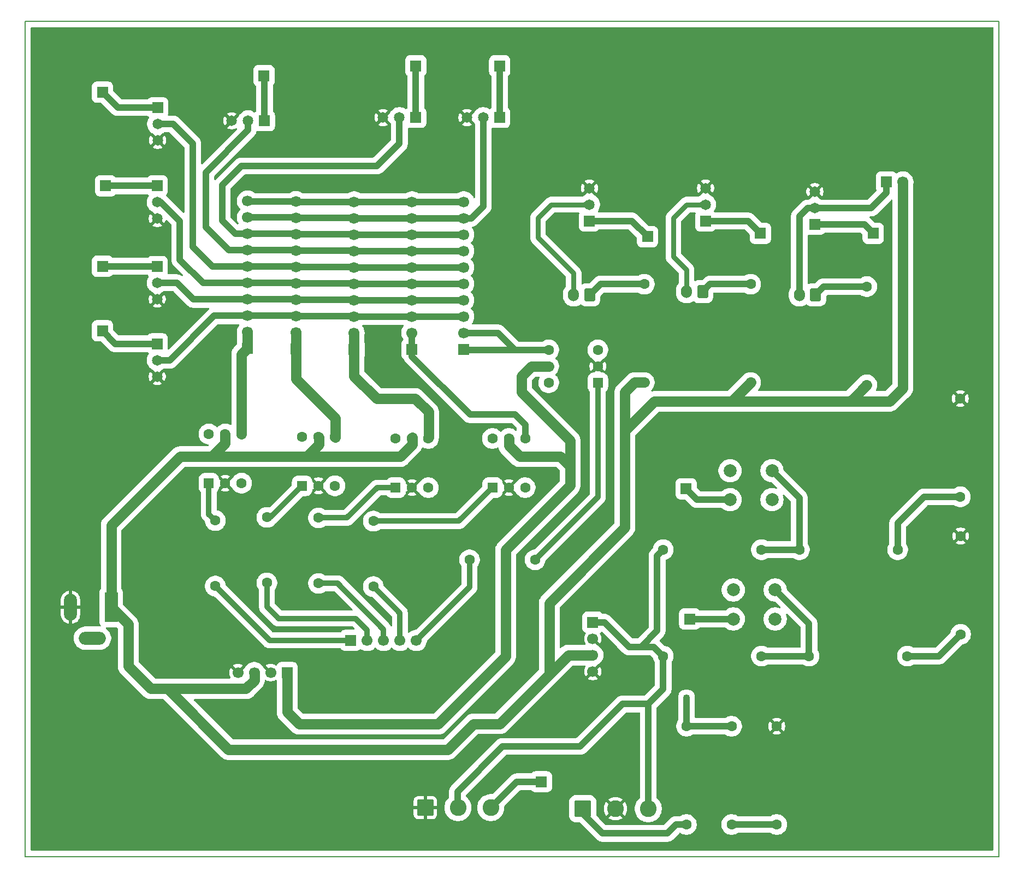
<source format=gbr>
%TF.GenerationSoftware,KiCad,Pcbnew,9.0.5-1.fc42*%
%TF.CreationDate,2025-11-13T19:00:45-05:00*%
%TF.ProjectId,ProyectoDigital,50726f79-6563-4746-9f44-69676974616c,rev?*%
%TF.SameCoordinates,Original*%
%TF.FileFunction,Copper,L1,Top*%
%TF.FilePolarity,Positive*%
%FSLAX46Y46*%
G04 Gerber Fmt 4.6, Leading zero omitted, Abs format (unit mm)*
G04 Created by KiCad (PCBNEW 9.0.5-1.fc42) date 2025-11-13 19:00:45*
%MOMM*%
%LPD*%
G01*
G04 APERTURE LIST*
G04 Aperture macros list*
%AMRoundRect*
0 Rectangle with rounded corners*
0 $1 Rounding radius*
0 $2 $3 $4 $5 $6 $7 $8 $9 X,Y pos of 4 corners*
0 Add a 4 corners polygon primitive as box body*
4,1,4,$2,$3,$4,$5,$6,$7,$8,$9,$2,$3,0*
0 Add four circle primitives for the rounded corners*
1,1,$1+$1,$2,$3*
1,1,$1+$1,$4,$5*
1,1,$1+$1,$6,$7*
1,1,$1+$1,$8,$9*
0 Add four rect primitives between the rounded corners*
20,1,$1+$1,$2,$3,$4,$5,0*
20,1,$1+$1,$4,$5,$6,$7,0*
20,1,$1+$1,$6,$7,$8,$9,0*
20,1,$1+$1,$8,$9,$2,$3,0*%
G04 Aperture macros list end*
%TA.AperFunction,NonConductor*%
%ADD10C,0.200000*%
%TD*%
%TA.AperFunction,ComponentPad*%
%ADD11C,1.600000*%
%TD*%
%TA.AperFunction,ComponentPad*%
%ADD12RoundRect,0.250000X0.550000X-0.550000X0.550000X0.550000X-0.550000X0.550000X-0.550000X-0.550000X0*%
%TD*%
%TA.AperFunction,ComponentPad*%
%ADD13C,2.000000*%
%TD*%
%TA.AperFunction,ComponentPad*%
%ADD14C,1.651000*%
%TD*%
%TA.AperFunction,ComponentPad*%
%ADD15R,1.651000X1.651000*%
%TD*%
%TA.AperFunction,ComponentPad*%
%ADD16R,1.700000X1.700000*%
%TD*%
%TA.AperFunction,ComponentPad*%
%ADD17C,1.700000*%
%TD*%
%TA.AperFunction,ComponentPad*%
%ADD18RoundRect,0.250000X0.550000X0.550000X-0.550000X0.550000X-0.550000X-0.550000X0.550000X-0.550000X0*%
%TD*%
%TA.AperFunction,ComponentPad*%
%ADD19R,2.000000X4.600000*%
%TD*%
%TA.AperFunction,ComponentPad*%
%ADD20O,2.000000X4.200000*%
%TD*%
%TA.AperFunction,ComponentPad*%
%ADD21O,4.200000X2.000000*%
%TD*%
%TA.AperFunction,ComponentPad*%
%ADD22RoundRect,0.250000X-1.050000X-1.050000X1.050000X-1.050000X1.050000X1.050000X-1.050000X1.050000X0*%
%TD*%
%TA.AperFunction,ComponentPad*%
%ADD23C,2.600000*%
%TD*%
%TA.AperFunction,ComponentPad*%
%ADD24RoundRect,0.250000X0.600000X0.750000X-0.600000X0.750000X-0.600000X-0.750000X0.600000X-0.750000X0*%
%TD*%
%TA.AperFunction,ComponentPad*%
%ADD25O,1.700000X2.000000*%
%TD*%
%TA.AperFunction,ComponentPad*%
%ADD26R,0.850000X0.850000*%
%TD*%
%TA.AperFunction,Conductor*%
%ADD27C,0.830000*%
%TD*%
%TA.AperFunction,Conductor*%
%ADD28C,0.800000*%
%TD*%
%TA.AperFunction,Conductor*%
%ADD29C,1.000000*%
%TD*%
%TA.AperFunction,Conductor*%
%ADD30C,1.600000*%
%TD*%
G04 APERTURE END LIST*
D10*
X47500000Y-33000000D02*
X198500000Y-33000000D01*
X198500000Y-162500000D01*
X47500000Y-162500000D01*
X47500000Y-33000000D01*
D11*
%TO.P,U1,6*%
%TO.N,unconnected-(U1-Pad6)*%
X76000000Y-97000000D03*
%TO.P,U1,5*%
%TO.N,/Vin*%
X78540000Y-97000000D03*
%TO.P,U1,4*%
%TO.N,act_d1*%
X81080000Y-97000000D03*
%TO.P,U1,3,NC*%
%TO.N,unconnected-(U1-NC-Pad3)*%
X81080000Y-104620000D03*
%TO.P,U1,2*%
%TO.N,GND*%
X78540000Y-104620000D03*
D12*
%TO.P,U1,1*%
%TO.N,Net-(R6-Pad2)*%
X76000000Y-104620000D03*
%TD*%
D13*
%TO.P,SW2,1,1*%
%TO.N,Net-(R12-Pad1)*%
X157297900Y-121177100D03*
X163797900Y-121177100D03*
%TO.P,SW2,2,2*%
%TO.N,Net-(J10-Pin_1)*%
X157297900Y-125677100D03*
X163797900Y-125677100D03*
%TD*%
D14*
%TO.P,Q4,1,D*%
%TO.N,Net-(J11-Pin_9)*%
X118547900Y-47927100D03*
D15*
%TO.P,Q4,2,G*%
%TO.N,Net-(J12-Pin_1)*%
X121087900Y-47927100D03*
D14*
%TO.P,Q4,3,S*%
%TO.N,GND*%
X116007900Y-47927100D03*
%TD*%
D16*
%TO.P,J20,1,Pin_1*%
%TO.N,act_d5*%
X115500000Y-83860000D03*
D17*
%TO.P,J20,2,Pin_2*%
X115500000Y-81320000D03*
%TO.P,J20,3,Pin_3*%
%TO.N,Net-(J11-Pin_3)*%
X115500000Y-78780000D03*
%TO.P,J20,4,Pin_4*%
%TO.N,Net-(J11-Pin_4)*%
X115500000Y-76240000D03*
%TO.P,J20,5,Pin_5*%
%TO.N,Net-(J11-Pin_5)*%
X115500000Y-73700000D03*
%TO.P,J20,6,Pin_6*%
%TO.N,Net-(J11-Pin_6)*%
X115500000Y-71160000D03*
%TO.P,J20,7,Pin_7*%
%TO.N,Net-(J11-Pin_7)*%
X115500000Y-68620000D03*
%TO.P,J20,8,Pin_8*%
%TO.N,Net-(J11-Pin_8)*%
X115500000Y-66080000D03*
%TO.P,J20,9,Pin_9*%
%TO.N,Net-(J11-Pin_9)*%
X115500000Y-63540000D03*
%TO.P,J20,10,Pin_10*%
%TO.N,Net-(J11-Pin_10)*%
X115500000Y-61000000D03*
%TD*%
D16*
%TO.P,J28,1,Pin_1*%
%TO.N,/V_7.2v*%
X88120000Y-134000000D03*
D17*
%TO.P,J28,2,Pin_2*%
%TO.N,GND*%
X85580000Y-134000000D03*
%TO.P,J28,3,Pin_3*%
%TO.N,/Vin*%
X83040000Y-134000000D03*
%TO.P,J28,4,Pin_4*%
%TO.N,GND*%
X80500000Y-134000000D03*
%TD*%
D14*
%TO.P,Q2,1,D*%
%TO.N,Net-(J32-Pin_2)*%
X153000000Y-61420000D03*
D15*
%TO.P,Q2,2,G*%
%TO.N,Net-(J7-Pin_1)*%
X153000000Y-63960000D03*
D14*
%TO.P,Q2,3,S*%
%TO.N,GND*%
X153000000Y-58880000D03*
%TD*%
D16*
%TO.P,J12,1,Pin_1*%
%TO.N,Net-(J12-Pin_1)*%
X121087900Y-39927100D03*
%TD*%
D14*
%TO.P,Q8,1,D*%
%TO.N,Net-(J11-Pin_5)*%
X68000000Y-61040000D03*
D15*
%TO.P,Q8,2,G*%
%TO.N,Net-(J16-Pin_1)*%
X68000000Y-58500000D03*
D14*
%TO.P,Q8,3,S*%
%TO.N,GND*%
X68000000Y-63580000D03*
%TD*%
D11*
%TO.P,R10,1*%
%TO.N,Net-(J23-Pin_4)*%
X101500000Y-120660000D03*
%TO.P,R10,2*%
%TO.N,Net-(R10-Pad2)*%
X101500000Y-110500000D03*
%TD*%
D16*
%TO.P,J13,1,Pin_1*%
%TO.N,Net-(J13-Pin_1)*%
X108087900Y-39927100D03*
%TD*%
%TO.P,J8,1,Pin_1*%
%TO.N,Net-(J8-Pin_1)*%
X179000000Y-65880000D03*
%TD*%
%TO.P,J10,1,Pin_1*%
%TO.N,Net-(J10-Pin_1)*%
X150547900Y-125677100D03*
%TD*%
%TO.P,J6,1,Pin_1*%
%TO.N,Net-(J6-Pin_1)*%
X144000000Y-66380000D03*
%TD*%
D11*
%TO.P,R5,1*%
%TO.N,/Vin*%
X178000000Y-89380000D03*
%TO.P,R5,2*%
%TO.N,Net-(J31-Pin_1)*%
X178000000Y-74140000D03*
%TD*%
D18*
%TO.P,U5,1*%
%TO.N,Net-(R11-Pad2)*%
X136305000Y-89040000D03*
D11*
%TO.P,U5,2*%
%TO.N,GND*%
X136305000Y-86500000D03*
%TO.P,U5,3,NC*%
%TO.N,unconnected-(U5-NC-Pad3)*%
X136305000Y-83960000D03*
%TO.P,U5,4*%
%TO.N,act_d5*%
X128685000Y-83960000D03*
%TO.P,U5,5*%
%TO.N,/V_7.2v*%
X128685000Y-86500000D03*
%TO.P,U5,6*%
%TO.N,unconnected-(U5-Pad6)*%
X128685000Y-89040000D03*
%TD*%
D16*
%TO.P,J9,1,Pin_1*%
%TO.N,/V_5v*%
X135525000Y-126200000D03*
D17*
%TO.P,J9,2,Pin_2*%
%TO.N,GND*%
X135525000Y-128740000D03*
%TO.P,J9,3,Pin_3*%
%TO.N,/Vin*%
X135525000Y-131280000D03*
%TO.P,J9,4,Pin_4*%
%TO.N,GND*%
X135525000Y-133820000D03*
%TD*%
D16*
%TO.P,J22,1,Pin_1*%
%TO.N,act_d1*%
X82000000Y-83740000D03*
D17*
%TO.P,J22,2,Pin_2*%
X82000000Y-81200000D03*
%TO.P,J22,3,Pin_3*%
%TO.N,Net-(J11-Pin_3)*%
X82000000Y-78660000D03*
%TO.P,J22,4,Pin_4*%
%TO.N,Net-(J11-Pin_4)*%
X82000000Y-76120000D03*
%TO.P,J22,5,Pin_5*%
%TO.N,Net-(J11-Pin_5)*%
X82000000Y-73580000D03*
%TO.P,J22,6,Pin_6*%
%TO.N,Net-(J11-Pin_6)*%
X82000000Y-71040000D03*
%TO.P,J22,7,Pin_7*%
%TO.N,Net-(J11-Pin_7)*%
X82000000Y-68500000D03*
%TO.P,J22,8,Pin_8*%
%TO.N,Net-(J11-Pin_8)*%
X82000000Y-65960000D03*
%TO.P,J22,9,Pin_9*%
%TO.N,Net-(J11-Pin_9)*%
X82000000Y-63420000D03*
%TO.P,J22,10,Pin_10*%
%TO.N,Net-(J11-Pin_10)*%
X82000000Y-60880000D03*
%TD*%
D16*
%TO.P,J7,1,Pin_1*%
%TO.N,Net-(J7-Pin_1)*%
X161500000Y-65880000D03*
%TD*%
D11*
%TO.P,R7,1*%
%TO.N,/Vin*%
X143500000Y-89000000D03*
%TO.P,R7,2*%
%TO.N,Net-(J33-Pin_1)*%
X143500000Y-73760000D03*
%TD*%
D16*
%TO.P,J29,1,Pin_1*%
%TO.N,Net-(J29-Pin_1)*%
X150000000Y-105500000D03*
%TD*%
D14*
%TO.P,Q10,1,D*%
%TO.N,Net-(J11-Pin_3)*%
X68000000Y-85540000D03*
D15*
%TO.P,Q10,2,G*%
%TO.N,Net-(J18-Pin_1)*%
X68000000Y-83000000D03*
D14*
%TO.P,Q10,3,S*%
%TO.N,GND*%
X68000000Y-88080000D03*
%TD*%
D11*
%TO.P,R1,1*%
%TO.N,Net-(J5-Pin_1)*%
X150047900Y-142307100D03*
%TO.P,R1,2*%
%TO.N,Net-(J4-Pin_1)*%
X150047900Y-157547100D03*
%TD*%
D16*
%TO.P,J19,1,Pin_1*%
%TO.N,act_d4*%
X107500000Y-83860000D03*
D17*
%TO.P,J19,2,Pin_2*%
X107500000Y-81320000D03*
%TO.P,J19,3,Pin_3*%
%TO.N,Net-(J11-Pin_3)*%
X107500000Y-78780000D03*
%TO.P,J19,4,Pin_4*%
%TO.N,Net-(J11-Pin_4)*%
X107500000Y-76240000D03*
%TO.P,J19,5,Pin_5*%
%TO.N,Net-(J11-Pin_5)*%
X107500000Y-73700000D03*
%TO.P,J19,6,Pin_6*%
%TO.N,Net-(J11-Pin_6)*%
X107500000Y-71160000D03*
%TO.P,J19,7,Pin_7*%
%TO.N,Net-(J11-Pin_7)*%
X107500000Y-68620000D03*
%TO.P,J19,8,Pin_8*%
%TO.N,Net-(J11-Pin_8)*%
X107500000Y-66080000D03*
%TO.P,J19,9,Pin_9*%
%TO.N,Net-(J11-Pin_9)*%
X107500000Y-63540000D03*
%TO.P,J19,10,Pin_10*%
%TO.N,Net-(J11-Pin_10)*%
X107500000Y-61000000D03*
%TD*%
D19*
%TO.P,J2,1*%
%TO.N,/Vin*%
X60850000Y-123850000D03*
D20*
%TO.P,J2,2*%
%TO.N,GND*%
X54550000Y-123850000D03*
D21*
%TO.P,J2,3*%
%TO.N,N/C*%
X57950000Y-128650000D03*
%TD*%
D22*
%TO.P,J4,1,Pin_1*%
%TO.N,Net-(J4-Pin_1)*%
X133962900Y-155099600D03*
D23*
%TO.P,J4,2,Pin_2*%
%TO.N,GND*%
X139042900Y-155099600D03*
%TO.P,J4,3,Pin_3*%
%TO.N,/V_5v*%
X144122900Y-155099600D03*
%TD*%
D24*
%TO.P,J32,1,Pin_1*%
%TO.N,Net-(J32-Pin_1)*%
X152547900Y-74927100D03*
D25*
%TO.P,J32,2,Pin_2*%
%TO.N,Net-(J32-Pin_2)*%
X150047900Y-74927100D03*
%TD*%
D13*
%TO.P,SW1,1,1*%
%TO.N,Net-(R15-Pad1)*%
X156797900Y-102677100D03*
X163297900Y-102677100D03*
%TO.P,SW1,2,2*%
%TO.N,Net-(J29-Pin_1)*%
X156797900Y-107177100D03*
X163297900Y-107177100D03*
%TD*%
D14*
%TO.P,Q9,1,D*%
%TO.N,Net-(J11-Pin_4)*%
X68000000Y-73540000D03*
D15*
%TO.P,Q9,2,G*%
%TO.N,Net-(J17-Pin_1)*%
X68000000Y-71000000D03*
D14*
%TO.P,Q9,3,S*%
%TO.N,GND*%
X68000000Y-76080000D03*
%TD*%
D24*
%TO.P,J33,1,Pin_1*%
%TO.N,Net-(J33-Pin_1)*%
X135047900Y-75427100D03*
D25*
%TO.P,J33,2,Pin_2*%
%TO.N,Net-(J33-Pin_2)*%
X132547900Y-75427100D03*
%TD*%
D11*
%TO.P,R3,1*%
%TO.N,Net-(R2-Pad2)*%
X164047900Y-157547100D03*
%TO.P,R3,2*%
%TO.N,GND*%
X164047900Y-142307100D03*
%TD*%
D12*
%TO.P,U3,1*%
%TO.N,Net-(R9-Pad2)*%
X104960000Y-105305000D03*
D11*
%TO.P,U3,2*%
%TO.N,GND*%
X107500000Y-105305000D03*
%TO.P,U3,3,NC*%
%TO.N,unconnected-(U3-NC-Pad3)*%
X110040000Y-105305000D03*
%TO.P,U3,4*%
%TO.N,act_d3*%
X110040000Y-97685000D03*
%TO.P,U3,5*%
%TO.N,/Vin*%
X107500000Y-97685000D03*
%TO.P,U3,6*%
%TO.N,unconnected-(U3-Pad6)*%
X104960000Y-97685000D03*
%TD*%
D22*
%TO.P,J1,1,Pin_1*%
%TO.N,GND*%
X109547900Y-154927100D03*
D23*
%TO.P,J1,2,Pin_2*%
%TO.N,/V_5v*%
X114627900Y-154927100D03*
%TO.P,J1,3,Pin_3*%
%TO.N,Net-(J1-Pin_3)*%
X119707900Y-154927100D03*
%TD*%
D16*
%TO.P,J17,1,Pin_1*%
%TO.N,Net-(J17-Pin_1)*%
X59500000Y-71000000D03*
%TD*%
D11*
%TO.P,R11,1*%
%TO.N,Net-(J23-Pin_5)*%
X116420000Y-116500000D03*
%TO.P,R11,2*%
%TO.N,Net-(R11-Pad2)*%
X126580000Y-116500000D03*
%TD*%
%TO.P,R17,1*%
%TO.N,Net-(R16-Pad2)*%
X192500000Y-106740000D03*
%TO.P,R17,2*%
%TO.N,GND*%
X192500000Y-91500000D03*
%TD*%
D16*
%TO.P,J21,1,Pin_1*%
%TO.N,act_d2*%
X89500000Y-83820000D03*
D17*
%TO.P,J21,2,Pin_2*%
X89500000Y-81280000D03*
%TO.P,J21,3,Pin_3*%
%TO.N,Net-(J11-Pin_3)*%
X89500000Y-78740000D03*
%TO.P,J21,4,Pin_4*%
%TO.N,Net-(J11-Pin_4)*%
X89500000Y-76200000D03*
%TO.P,J21,5,Pin_5*%
%TO.N,Net-(J11-Pin_5)*%
X89500000Y-73660000D03*
%TO.P,J21,6,Pin_6*%
%TO.N,Net-(J11-Pin_6)*%
X89500000Y-71120000D03*
%TO.P,J21,7,Pin_7*%
%TO.N,Net-(J11-Pin_7)*%
X89500000Y-68580000D03*
%TO.P,J21,8,Pin_8*%
%TO.N,Net-(J11-Pin_8)*%
X89500000Y-66040000D03*
%TO.P,J21,9,Pin_9*%
%TO.N,Net-(J11-Pin_9)*%
X89500000Y-63500000D03*
%TO.P,J21,10,Pin_10*%
%TO.N,Net-(J11-Pin_10)*%
X89500000Y-60960000D03*
%TD*%
D11*
%TO.P,R4,1*%
%TO.N,/Vin*%
X160000000Y-89000000D03*
%TO.P,R4,2*%
%TO.N,Net-(J32-Pin_1)*%
X160000000Y-73760000D03*
%TD*%
D16*
%TO.P,J18,1,Pin_1*%
%TO.N,Net-(J18-Pin_1)*%
X59500000Y-81000000D03*
%TD*%
%TO.P,J3,1,Pin_1*%
%TO.N,Net-(J1-Pin_3)*%
X127547900Y-150927100D03*
%TD*%
D11*
%TO.P,R15,1*%
%TO.N,Net-(R15-Pad1)*%
X161667900Y-114927100D03*
%TO.P,R15,2*%
%TO.N,/V_5v*%
X146427900Y-114927100D03*
%TD*%
D14*
%TO.P,Q1,1,D*%
%TO.N,Net-(J33-Pin_2)*%
X135000000Y-61420000D03*
D15*
%TO.P,Q1,2,G*%
%TO.N,Net-(J6-Pin_1)*%
X135000000Y-63960000D03*
D14*
%TO.P,Q1,3,S*%
%TO.N,GND*%
X135000000Y-58880000D03*
%TD*%
D16*
%TO.P,J30,1,Pin_1*%
%TO.N,Net-(J30-Pin_1)*%
X181047900Y-57927100D03*
D17*
%TO.P,J30,2,Pin_2*%
%TO.N,/Vin*%
X183587900Y-57927100D03*
%TD*%
D16*
%TO.P,J11,1,Pin_1*%
%TO.N,act_d3*%
X98500000Y-83860000D03*
D17*
%TO.P,J11,2,Pin_2*%
X98500000Y-81320000D03*
%TO.P,J11,3,Pin_3*%
%TO.N,Net-(J11-Pin_3)*%
X98500000Y-78780000D03*
%TO.P,J11,4,Pin_4*%
%TO.N,Net-(J11-Pin_4)*%
X98500000Y-76240000D03*
%TO.P,J11,5,Pin_5*%
%TO.N,Net-(J11-Pin_5)*%
X98500000Y-73700000D03*
%TO.P,J11,6,Pin_6*%
%TO.N,Net-(J11-Pin_6)*%
X98500000Y-71160000D03*
%TO.P,J11,7,Pin_7*%
%TO.N,Net-(J11-Pin_7)*%
X98500000Y-68620000D03*
%TO.P,J11,8,Pin_8*%
%TO.N,Net-(J11-Pin_8)*%
X98500000Y-66080000D03*
%TO.P,J11,9,Pin_9*%
%TO.N,Net-(J11-Pin_9)*%
X98500000Y-63540000D03*
%TO.P,J11,10,Pin_10*%
%TO.N,Net-(J11-Pin_10)*%
X98500000Y-61000000D03*
%TD*%
D11*
%TO.P,R13,1*%
%TO.N,Net-(R12-Pad1)*%
X169047900Y-131427100D03*
%TO.P,R13,2*%
%TO.N,Net-(R13-Pad2)*%
X184287900Y-131427100D03*
%TD*%
D16*
%TO.P,J14,1,Pin_1*%
%TO.N,Net-(J14-Pin_1)*%
X84547900Y-41427100D03*
%TD*%
D11*
%TO.P,R14,1*%
%TO.N,Net-(R13-Pad2)*%
X192547900Y-128047100D03*
%TO.P,R14,2*%
%TO.N,GND*%
X192547900Y-112807100D03*
%TD*%
D16*
%TO.P,J16,1,Pin_1*%
%TO.N,Net-(J16-Pin_1)*%
X60000000Y-58500000D03*
%TD*%
D12*
%TO.P,U2,1*%
%TO.N,Net-(R8-Pad2)*%
X90460000Y-105020000D03*
D11*
%TO.P,U2,2*%
%TO.N,GND*%
X93000000Y-105020000D03*
%TO.P,U2,3,NC*%
%TO.N,unconnected-(U2-NC-Pad3)*%
X95540000Y-105020000D03*
%TO.P,U2,4*%
%TO.N,act_d2*%
X95540000Y-97400000D03*
%TO.P,U2,5*%
%TO.N,/Vin*%
X93000000Y-97400000D03*
%TO.P,U2,6*%
%TO.N,unconnected-(U2-Pad6)*%
X90460000Y-97400000D03*
%TD*%
%TO.P,R9,1*%
%TO.N,Net-(J23-Pin_3)*%
X93000000Y-120160000D03*
%TO.P,R9,2*%
%TO.N,Net-(R9-Pad2)*%
X93000000Y-110000000D03*
%TD*%
D12*
%TO.P,U4,1*%
%TO.N,Net-(R10-Pad2)*%
X119960000Y-105305000D03*
D11*
%TO.P,U4,2*%
%TO.N,GND*%
X122500000Y-105305000D03*
%TO.P,U4,3,NC*%
%TO.N,unconnected-(U4-NC-Pad3)*%
X125040000Y-105305000D03*
%TO.P,U4,4*%
%TO.N,act_d4*%
X125040000Y-97685000D03*
%TO.P,U4,5*%
%TO.N,/V_7.2v*%
X122500000Y-97685000D03*
%TO.P,U4,6*%
%TO.N,unconnected-(U4-Pad6)*%
X119960000Y-97685000D03*
%TD*%
%TO.P,R12,1*%
%TO.N,Net-(R12-Pad1)*%
X161667900Y-131427100D03*
%TO.P,R12,2*%
%TO.N,/V_5v*%
X146427900Y-131427100D03*
%TD*%
D24*
%TO.P,J31,1,Pin_1*%
%TO.N,Net-(J31-Pin_1)*%
X170047900Y-75427100D03*
D25*
%TO.P,J31,2,Pin_2*%
%TO.N,Net-(J30-Pin_1)*%
X167547900Y-75427100D03*
%TD*%
D14*
%TO.P,Q3,1,D*%
%TO.N,Net-(J30-Pin_1)*%
X169952100Y-61952900D03*
D15*
%TO.P,Q3,2,G*%
%TO.N,Net-(J8-Pin_1)*%
X169952100Y-64492900D03*
D14*
%TO.P,Q3,3,S*%
%TO.N,GND*%
X169952100Y-59412900D03*
%TD*%
%TO.P,Q7,1,D*%
%TO.N,Net-(J11-Pin_6)*%
X68047900Y-48927100D03*
D15*
%TO.P,Q7,2,G*%
%TO.N,Net-(J15-Pin_1)*%
X68047900Y-46387100D03*
D14*
%TO.P,Q7,3,S*%
%TO.N,GND*%
X68047900Y-51467100D03*
%TD*%
D11*
%TO.P,R16,1*%
%TO.N,Net-(R15-Pad1)*%
X167547900Y-114927100D03*
%TO.P,R16,2*%
%TO.N,Net-(R16-Pad2)*%
X182787900Y-114927100D03*
%TD*%
D14*
%TO.P,Q6,1,D*%
%TO.N,Net-(J11-Pin_7)*%
X82087900Y-48427100D03*
D15*
%TO.P,Q6,2,G*%
%TO.N,Net-(J14-Pin_1)*%
X84627900Y-48427100D03*
D14*
%TO.P,Q6,3,S*%
%TO.N,GND*%
X79547900Y-48427100D03*
%TD*%
D26*
%TO.P,J5,1,Pin_1*%
%TO.N,Net-(J5-Pin_1)*%
X150047900Y-137927100D03*
%TD*%
D11*
%TO.P,R2,1*%
%TO.N,Net-(J5-Pin_1)*%
X157047900Y-142307100D03*
%TO.P,R2,2*%
%TO.N,Net-(R2-Pad2)*%
X157047900Y-157547100D03*
%TD*%
D16*
%TO.P,J15,1,Pin_1*%
%TO.N,Net-(J15-Pin_1)*%
X59500000Y-44000000D03*
%TD*%
D14*
%TO.P,Q5,1,D*%
%TO.N,Net-(J11-Pin_8)*%
X105547900Y-47927100D03*
D15*
%TO.P,Q5,2,G*%
%TO.N,Net-(J13-Pin_1)*%
X108087900Y-47927100D03*
D14*
%TO.P,Q5,3,S*%
%TO.N,GND*%
X103007900Y-47927100D03*
%TD*%
D11*
%TO.P,R6,1*%
%TO.N,Net-(J23-Pin_1)*%
X77000000Y-120580000D03*
%TO.P,R6,2*%
%TO.N,Net-(R6-Pad2)*%
X77000000Y-110420000D03*
%TD*%
D16*
%TO.P,J23,1,Pin_1*%
%TO.N,Net-(J23-Pin_1)*%
X98000000Y-129000000D03*
D17*
%TO.P,J23,2,Pin_2*%
%TO.N,Net-(J23-Pin_2)*%
X100540000Y-129000000D03*
%TO.P,J23,3,Pin_3*%
%TO.N,Net-(J23-Pin_3)*%
X103080000Y-129000000D03*
%TO.P,J23,4,Pin_4*%
%TO.N,Net-(J23-Pin_4)*%
X105620000Y-129000000D03*
%TO.P,J23,5,Pin_5*%
%TO.N,Net-(J23-Pin_5)*%
X108160000Y-129000000D03*
%TD*%
D11*
%TO.P,R8,1*%
%TO.N,Net-(J23-Pin_2)*%
X85000000Y-120080000D03*
%TO.P,R8,2*%
%TO.N,Net-(R8-Pad2)*%
X85000000Y-109920000D03*
%TD*%
D27*
%TO.N,Net-(R9-Pad2)*%
X104960000Y-105305000D02*
X102095000Y-105305000D01*
X102095000Y-105305000D02*
X97400000Y-110000000D01*
X97400000Y-110000000D02*
X93000000Y-110000000D01*
%TO.N,Net-(R10-Pad2)*%
X101500000Y-110500000D02*
X114765000Y-110500000D01*
X114765000Y-110500000D02*
X119960000Y-105305000D01*
%TO.N,Net-(R11-Pad2)*%
X126580000Y-116500000D02*
X136305000Y-106775000D01*
X136305000Y-106775000D02*
X136305000Y-89040000D01*
%TO.N,Net-(J23-Pin_5)*%
X108160000Y-129000000D02*
X116420000Y-120740000D01*
X116420000Y-120740000D02*
X116420000Y-116500000D01*
%TO.N,Net-(J23-Pin_4)*%
X105620000Y-129000000D02*
X105620000Y-124780000D01*
X105620000Y-124780000D02*
X101500000Y-120660000D01*
%TO.N,Net-(J23-Pin_3)*%
X103080000Y-129000000D02*
X103080000Y-127280000D01*
X103080000Y-127280000D02*
X95960000Y-120160000D01*
X95960000Y-120160000D02*
X93000000Y-120160000D01*
%TO.N,Net-(J23-Pin_2)*%
X98752000Y-125600000D02*
X86800000Y-125600000D01*
X85000000Y-123800000D02*
X85000000Y-120080000D01*
X100540000Y-127388000D02*
X98752000Y-125600000D01*
X100540000Y-129000000D02*
X100540000Y-127388000D01*
X86800000Y-125600000D02*
X85000000Y-123800000D01*
%TO.N,Net-(R8-Pad2)*%
X85000000Y-109920000D02*
X85560000Y-109920000D01*
X85560000Y-109920000D02*
X90460000Y-105020000D01*
%TO.N,Net-(R6-Pad2)*%
X77000000Y-110420000D02*
X76000000Y-109420000D01*
X76000000Y-109420000D02*
X76000000Y-104620000D01*
%TO.N,Net-(J23-Pin_1)*%
X98000000Y-129000000D02*
X85420000Y-129000000D01*
X85420000Y-129000000D02*
X77000000Y-120580000D01*
D28*
%TO.N,Net-(J32-Pin_2)*%
X148000000Y-69500000D02*
X148000000Y-63500000D01*
X150047900Y-74927100D02*
X150047900Y-71547900D01*
X150047900Y-71547900D02*
X148000000Y-69500000D01*
X148000000Y-63500000D02*
X150080000Y-61420000D01*
X150080000Y-61420000D02*
X153000000Y-61420000D01*
%TO.N,Net-(J33-Pin_2)*%
X132547900Y-75427100D02*
X132547900Y-72047900D01*
X132547900Y-72047900D02*
X127000000Y-66500000D01*
X127000000Y-66500000D02*
X127000000Y-63500000D01*
X127000000Y-63500000D02*
X129080000Y-61420000D01*
X129080000Y-61420000D02*
X135000000Y-61420000D01*
D29*
%TO.N,/V_5v*%
X144122900Y-138852100D02*
X144122900Y-155099600D01*
X145500000Y-127500000D02*
X145500000Y-115855000D01*
X145000800Y-130000000D02*
X143000000Y-130000000D01*
X145500000Y-115855000D02*
X146427900Y-114927100D01*
X140122900Y-138852100D02*
X133547900Y-145427100D01*
X146427900Y-131427100D02*
X146427900Y-136547100D01*
X133547900Y-145427100D02*
X121547900Y-145427100D01*
X114547900Y-152427100D02*
X114547900Y-154847100D01*
X146427900Y-136547100D02*
X144547900Y-138427100D01*
X144547900Y-138427100D02*
X144122900Y-138852100D01*
X121547900Y-145427100D02*
X114547900Y-152427100D01*
X135525000Y-126200000D02*
X137375000Y-126200000D01*
X141175000Y-130000000D02*
X140325000Y-129150000D01*
X145000800Y-130000000D02*
X146427900Y-131427100D01*
X137375000Y-126200000D02*
X140325000Y-129150000D01*
X143000000Y-130000000D02*
X141175000Y-130000000D01*
X114547900Y-154847100D02*
X114627900Y-154927100D01*
X143000000Y-130000000D02*
X145500000Y-127500000D01*
X144122900Y-138852100D02*
X140122900Y-138852100D01*
%TO.N,Net-(J1-Pin_3)*%
X123707900Y-150927100D02*
X119707900Y-154927100D01*
X123707900Y-150927100D02*
X127547900Y-150927100D01*
%TO.N,Net-(J4-Pin_1)*%
X137047900Y-158927100D02*
X147047900Y-158927100D01*
X133962900Y-155099600D02*
X133962900Y-155842100D01*
X147047900Y-158927100D02*
X148427900Y-157547100D01*
X148427900Y-157547100D02*
X150047900Y-157547100D01*
X133962900Y-155842100D02*
X137047900Y-158927100D01*
%TO.N,Net-(J5-Pin_1)*%
X150047900Y-142307100D02*
X150047900Y-137927100D01*
X150047900Y-142307100D02*
X157047900Y-142307100D01*
%TO.N,Net-(J6-Pin_1)*%
X135000000Y-63960000D02*
X141580000Y-63960000D01*
X141580000Y-63960000D02*
X144000000Y-66380000D01*
%TO.N,Net-(J7-Pin_1)*%
X153000000Y-63960000D02*
X159580000Y-63960000D01*
X159580000Y-63960000D02*
X161500000Y-65880000D01*
%TO.N,Net-(J8-Pin_1)*%
X177612900Y-64492900D02*
X179000000Y-65880000D01*
X169952100Y-64492900D02*
X177612900Y-64492900D01*
D30*
%TO.N,/Vin*%
X140500000Y-96500000D02*
X140500000Y-90500000D01*
X121072900Y-141927100D02*
X128770000Y-134230000D01*
X145072900Y-91927100D02*
X157072900Y-91927100D01*
X107540000Y-98631370D02*
X107540000Y-97500000D01*
X60850000Y-111179841D02*
X60850000Y-123850000D01*
X83040000Y-135202081D02*
X83040000Y-134000000D01*
X69620800Y-136500000D02*
X67000000Y-136500000D01*
X183587900Y-89887100D02*
X183587900Y-57927100D01*
X131720000Y-131280000D02*
X135525000Y-131280000D01*
X175547900Y-91832100D02*
X176000400Y-91379600D01*
X76500000Y-100500000D02*
X91171370Y-100500000D01*
X176000400Y-91379600D02*
X178000000Y-89380000D01*
X105671370Y-100500000D02*
X107540000Y-98631370D01*
X128770000Y-134230000D02*
X128770000Y-123230000D01*
X140500000Y-111500000D02*
X140500000Y-96500000D01*
X181547900Y-91927100D02*
X183587900Y-89887100D01*
X140500000Y-96500000D02*
X145072900Y-91927100D01*
X78540000Y-98460000D02*
X78540000Y-97000000D01*
X140500000Y-90500000D02*
X142000000Y-89000000D01*
X63500000Y-126500000D02*
X60850000Y-123850000D01*
X91171370Y-100500000D02*
X93040000Y-98631370D01*
X71529841Y-100500000D02*
X76500000Y-100500000D01*
X76500000Y-100500000D02*
X78540000Y-98460000D01*
X81742081Y-136500000D02*
X83040000Y-135202081D01*
X81742081Y-136500000D02*
X69620800Y-136500000D01*
X69620800Y-136500000D02*
X79047900Y-145927100D01*
X63500000Y-133000000D02*
X63500000Y-126500000D01*
X175547900Y-91927100D02*
X175547900Y-91832100D01*
X128770000Y-123230000D02*
X140500000Y-111500000D01*
X67000000Y-136500000D02*
X63500000Y-133000000D01*
X93040000Y-98631370D02*
X93040000Y-97500000D01*
X142000000Y-89000000D02*
X143500000Y-89000000D01*
X117047900Y-141927100D02*
X121072900Y-141927100D01*
X128770000Y-134230000D02*
X131720000Y-131280000D01*
X71529841Y-100500000D02*
X60850000Y-111179841D01*
X113047900Y-145927100D02*
X117047900Y-141927100D01*
X157072900Y-91927100D02*
X175547900Y-91927100D01*
X157072900Y-91927100D02*
X160000000Y-89000000D01*
X79047900Y-145927100D02*
X113047900Y-145927100D01*
X175547900Y-91927100D02*
X181547900Y-91927100D01*
X91171370Y-100500000D02*
X105671370Y-100500000D01*
D29*
%TO.N,Net-(J10-Pin_1)*%
X157297900Y-125677100D02*
X150547900Y-125677100D01*
%TO.N,Net-(J11-Pin_6)*%
X82000000Y-71040000D02*
X89420000Y-71040000D01*
X115500000Y-71160000D02*
X107500000Y-71160000D01*
X73500000Y-68000000D02*
X76540000Y-71040000D01*
X70427100Y-48927100D02*
X68047900Y-48927100D01*
X89500000Y-71120000D02*
X98460000Y-71120000D01*
X76540000Y-71040000D02*
X82000000Y-71040000D01*
X89420000Y-71040000D02*
X89500000Y-71120000D01*
X98500000Y-71160000D02*
X107500000Y-71160000D01*
X98460000Y-71120000D02*
X98500000Y-71160000D01*
X73500000Y-52000000D02*
X73500000Y-68000000D01*
X73500000Y-52000000D02*
X70427100Y-48927100D01*
%TO.N,Net-(J11-Pin_4)*%
X73620000Y-76120000D02*
X71040000Y-73540000D01*
X82000000Y-76120000D02*
X73620000Y-76120000D01*
X71040000Y-73540000D02*
X68000000Y-73540000D01*
X89500000Y-76200000D02*
X98460000Y-76200000D01*
X82000000Y-76120000D02*
X89420000Y-76120000D01*
X115500000Y-76240000D02*
X107500000Y-76240000D01*
X98460000Y-76200000D02*
X98500000Y-76240000D01*
X98500000Y-76240000D02*
X107500000Y-76240000D01*
X89420000Y-76120000D02*
X89500000Y-76200000D01*
%TO.N,Net-(J11-Pin_7)*%
X75547900Y-64927100D02*
X75547900Y-56427100D01*
X98460000Y-68580000D02*
X98500000Y-68620000D01*
X75547900Y-56427100D02*
X82087900Y-49887100D01*
X82000000Y-68500000D02*
X79120800Y-68500000D01*
X89420000Y-68500000D02*
X89500000Y-68580000D01*
X89500000Y-68580000D02*
X98460000Y-68580000D01*
X98500000Y-68620000D02*
X107500000Y-68620000D01*
X82087900Y-49887100D02*
X82087900Y-48427100D01*
X82000000Y-68500000D02*
X89420000Y-68500000D01*
X115500000Y-68620000D02*
X107500000Y-68620000D01*
X79120800Y-68500000D02*
X75547900Y-64927100D01*
%TO.N,Net-(J11-Pin_3)*%
X82000000Y-78660000D02*
X89420000Y-78660000D01*
X82000000Y-78660000D02*
X76840000Y-78660000D01*
X69960000Y-85540000D02*
X68000000Y-85540000D01*
X98460000Y-78740000D02*
X98500000Y-78780000D01*
X98500000Y-78780000D02*
X107500000Y-78780000D01*
X89420000Y-78660000D02*
X89500000Y-78740000D01*
X89500000Y-78740000D02*
X98460000Y-78740000D01*
X76840000Y-78660000D02*
X69960000Y-85540000D01*
X115500000Y-78780000D02*
X107500000Y-78780000D01*
%TO.N,Net-(J11-Pin_9)*%
X98460000Y-63500000D02*
X98500000Y-63540000D01*
X89500000Y-63500000D02*
X98460000Y-63500000D01*
X116702081Y-63540000D02*
X118547900Y-61694181D01*
X82000000Y-63420000D02*
X89420000Y-63420000D01*
X115500000Y-63540000D02*
X107500000Y-63540000D01*
X107500000Y-63540000D02*
X98500000Y-63540000D01*
X115500000Y-63540000D02*
X116702081Y-63540000D01*
X118547900Y-61694181D02*
X118547900Y-47927100D01*
X89420000Y-63420000D02*
X89500000Y-63500000D01*
%TO.N,Net-(J11-Pin_5)*%
X82000000Y-73580000D02*
X75080000Y-73580000D01*
X98500000Y-73700000D02*
X107500000Y-73700000D01*
X98460000Y-73660000D02*
X98500000Y-73700000D01*
X71500000Y-70000000D02*
X71500000Y-64000000D01*
X82000000Y-73580000D02*
X89420000Y-73580000D01*
X75080000Y-73580000D02*
X71500000Y-70000000D01*
X89500000Y-73660000D02*
X98460000Y-73660000D01*
X71500000Y-64000000D02*
X68540000Y-61040000D01*
X115500000Y-73700000D02*
X107500000Y-73700000D01*
X89420000Y-73580000D02*
X89500000Y-73660000D01*
X68540000Y-61040000D02*
X68000000Y-61040000D01*
%TO.N,Net-(J11-Pin_10)*%
X107500000Y-61000000D02*
X98500000Y-61000000D01*
X82080000Y-60960000D02*
X82000000Y-60880000D01*
X115500000Y-61000000D02*
X107500000Y-61000000D01*
X89500000Y-60960000D02*
X82080000Y-60960000D01*
X98500000Y-61000000D02*
X89540000Y-61000000D01*
X89540000Y-61000000D02*
X89500000Y-60960000D01*
%TO.N,Net-(J11-Pin_8)*%
X102047900Y-55427100D02*
X105547900Y-51927100D01*
X105547900Y-51927100D02*
X105547900Y-47927100D01*
X80080800Y-65960000D02*
X78047900Y-63927100D01*
X115500000Y-66080000D02*
X107500000Y-66080000D01*
X98500000Y-66080000D02*
X107500000Y-66080000D01*
X89420000Y-65960000D02*
X89500000Y-66040000D01*
X81047900Y-55427100D02*
X102047900Y-55427100D01*
X98460000Y-66040000D02*
X98500000Y-66080000D01*
X78047900Y-58427100D02*
X81047900Y-55427100D01*
X89500000Y-66040000D02*
X98460000Y-66040000D01*
X82000000Y-65960000D02*
X89420000Y-65960000D01*
X82000000Y-65960000D02*
X80080800Y-65960000D01*
X78047900Y-63927100D02*
X78047900Y-58427100D01*
D30*
%TO.N,act_d3*%
X98500000Y-88000000D02*
X98500000Y-83860000D01*
X110080000Y-93580000D02*
X110080000Y-97500000D01*
X108000000Y-91500000D02*
X110080000Y-93580000D01*
X102000000Y-91500000D02*
X98500000Y-88000000D01*
X102000000Y-91500000D02*
X108000000Y-91500000D01*
X98500000Y-83860000D02*
X98500000Y-81320000D01*
D29*
%TO.N,Net-(J12-Pin_1)*%
X121087900Y-47927100D02*
X121087900Y-39927100D01*
%TO.N,Net-(J13-Pin_1)*%
X108087900Y-47927100D02*
X108087900Y-39927100D01*
%TO.N,Net-(J14-Pin_1)*%
X84627900Y-41507100D02*
X84547900Y-41427100D01*
X84627900Y-48427100D02*
X84627900Y-41507100D01*
%TO.N,Net-(J15-Pin_1)*%
X61887100Y-46387100D02*
X59500000Y-44000000D01*
X68047900Y-46387100D02*
X61887100Y-46387100D01*
%TO.N,Net-(J16-Pin_1)*%
X68000000Y-58500000D02*
X60000000Y-58500000D01*
%TO.N,Net-(J17-Pin_1)*%
X68000000Y-71000000D02*
X59500000Y-71000000D01*
%TO.N,Net-(J18-Pin_1)*%
X61500000Y-83000000D02*
X59500000Y-81000000D01*
X68000000Y-83000000D02*
X61500000Y-83000000D01*
%TO.N,act_d4*%
X116500000Y-94000000D02*
X107500000Y-85000000D01*
X107500000Y-83860000D02*
X107500000Y-81320000D01*
X107500000Y-85000000D02*
X107500000Y-83860000D01*
X123500000Y-94000000D02*
X116500000Y-94000000D01*
X125040000Y-95540000D02*
X123500000Y-94000000D01*
X125040000Y-97685000D02*
X125040000Y-95540000D01*
%TO.N,act_d5*%
X115500000Y-81320000D02*
X120820000Y-81320000D01*
X115600000Y-83960000D02*
X115500000Y-83860000D01*
X120820000Y-81320000D02*
X123460000Y-83960000D01*
X123460000Y-83960000D02*
X115600000Y-83960000D01*
X128685000Y-83960000D02*
X123460000Y-83960000D01*
D30*
%TO.N,act_d2*%
X95580000Y-94580000D02*
X89500000Y-88500000D01*
X89500000Y-81280000D02*
X89500000Y-83820000D01*
X95580000Y-97500000D02*
X95580000Y-94580000D01*
X89500000Y-88500000D02*
X89500000Y-83820000D01*
%TO.N,act_d1*%
X81080000Y-84660000D02*
X82000000Y-83740000D01*
X81080000Y-97000000D02*
X81080000Y-84660000D01*
X82000000Y-83740000D02*
X82000000Y-81200000D01*
D29*
%TO.N,Net-(J29-Pin_1)*%
X151677100Y-107177100D02*
X150000000Y-105500000D01*
X156797900Y-107177100D02*
X151677100Y-107177100D01*
%TO.N,Net-(J30-Pin_1)*%
X169952100Y-61952900D02*
X168839100Y-61952900D01*
X167547900Y-63244100D02*
X167547900Y-75427100D01*
X169952100Y-61952900D02*
X178653546Y-61952900D01*
X181047900Y-59558546D02*
X181047900Y-57927100D01*
X178653546Y-61952900D02*
X181047900Y-59558546D01*
X168839100Y-61952900D02*
X167547900Y-63244100D01*
%TO.N,Net-(J31-Pin_1)*%
X171335000Y-74140000D02*
X170047900Y-75427100D01*
X178000000Y-74140000D02*
X171335000Y-74140000D01*
%TO.N,Net-(J32-Pin_1)*%
X160000000Y-73760000D02*
X153715000Y-73760000D01*
X153715000Y-73760000D02*
X152547900Y-74927100D01*
%TO.N,Net-(J32-Pin_2)*%
X152487000Y-61420000D02*
X153000000Y-61420000D01*
%TO.N,Net-(J33-Pin_2)*%
X134487000Y-61420000D02*
X135000000Y-61420000D01*
%TO.N,Net-(J33-Pin_1)*%
X136715000Y-73760000D02*
X135047900Y-75427100D01*
X143500000Y-73760000D02*
X136715000Y-73760000D01*
%TO.N,Net-(R2-Pad2)*%
X157047900Y-157547100D02*
X164047900Y-157547100D01*
%TO.N,Net-(R12-Pad1)*%
X169047900Y-131427100D02*
X169047900Y-126427100D01*
X161667900Y-131427100D02*
X169047900Y-131427100D01*
X169047900Y-126427100D02*
X163797900Y-121177100D01*
%TO.N,Net-(R13-Pad2)*%
X189167900Y-131427100D02*
X192547900Y-128047100D01*
X184287900Y-131427100D02*
X189167900Y-131427100D01*
%TO.N,Net-(R15-Pad1)*%
X167547900Y-114927100D02*
X167547900Y-106927100D01*
X161667900Y-114927100D02*
X167547900Y-114927100D01*
X167547900Y-106927100D02*
X163297900Y-102677100D01*
%TO.N,Net-(R16-Pad2)*%
X182787900Y-110807100D02*
X186855000Y-106740000D01*
X182787900Y-114927100D02*
X182787900Y-110807100D01*
X186855000Y-106740000D02*
X192500000Y-106740000D01*
D30*
%TO.N,/V_7.2v*%
X132000000Y-105000000D02*
X132000000Y-102000000D01*
X122000000Y-131500000D02*
X122000000Y-115000000D01*
X124500000Y-90500000D02*
X124500000Y-88000000D01*
X132000000Y-98000000D02*
X124500000Y-90500000D01*
X130500000Y-100500000D02*
X124183630Y-100500000D01*
X126000000Y-86500000D02*
X128685000Y-86500000D01*
X88120000Y-134000000D02*
X88120000Y-140120000D01*
X122500000Y-98816370D02*
X122500000Y-97685000D01*
X111500000Y-142000000D02*
X122000000Y-131500000D01*
X90000000Y-142000000D02*
X111500000Y-142000000D01*
X132000000Y-102000000D02*
X132000000Y-98000000D01*
D29*
X128460000Y-86725000D02*
X128685000Y-86500000D01*
D30*
X88120000Y-140120000D02*
X90000000Y-142000000D01*
X124500000Y-88000000D02*
X126000000Y-86500000D01*
X124183630Y-100500000D02*
X122500000Y-98816370D01*
X132000000Y-102000000D02*
X130500000Y-100500000D01*
X122000000Y-115000000D02*
X132000000Y-105000000D01*
%TD*%
%TA.AperFunction,Conductor*%
%TO.N,GND*%
G36*
X106184094Y-80100185D02*
G01*
X106229849Y-80152989D01*
X106239793Y-80222147D01*
X106217373Y-80277385D01*
X106088368Y-80454945D01*
X105970422Y-80686423D01*
X105890140Y-80933506D01*
X105849500Y-81190097D01*
X105849500Y-81449902D01*
X105890140Y-81706493D01*
X105970422Y-81953576D01*
X106088368Y-82185054D01*
X106133213Y-82246779D01*
X106156693Y-82312585D01*
X106140867Y-82380639D01*
X106120577Y-82407345D01*
X106020183Y-82507739D01*
X105924211Y-82660476D01*
X105864631Y-82830745D01*
X105864630Y-82830750D01*
X105849500Y-82965039D01*
X105849500Y-84754960D01*
X105864630Y-84889249D01*
X105864631Y-84889254D01*
X105924211Y-85059523D01*
X106020184Y-85212262D01*
X106147737Y-85339815D01*
X106147743Y-85339820D01*
X106229354Y-85391100D01*
X106275645Y-85443434D01*
X106281312Y-85457772D01*
X106294779Y-85499217D01*
X106294781Y-85499221D01*
X106300527Y-85510500D01*
X106300528Y-85510500D01*
X106387713Y-85681611D01*
X106508034Y-85847219D01*
X115652781Y-94991966D01*
X115818389Y-95112287D01*
X115855371Y-95131130D01*
X116000780Y-95205220D01*
X116000786Y-95205222D01*
X116048944Y-95220869D01*
X116093864Y-95235464D01*
X116093865Y-95235465D01*
X116116899Y-95242949D01*
X116195465Y-95268477D01*
X116397648Y-95300500D01*
X122909953Y-95300500D01*
X122976992Y-95320185D01*
X122997634Y-95336819D01*
X123703181Y-96042365D01*
X123717884Y-96069292D01*
X123734477Y-96095111D01*
X123735368Y-96101311D01*
X123736666Y-96103688D01*
X123739500Y-96130046D01*
X123739500Y-96363858D01*
X123719815Y-96430897D01*
X123667011Y-96476652D01*
X123597853Y-96486596D01*
X123542615Y-96464176D01*
X123338848Y-96316132D01*
X123338847Y-96316131D01*
X123338845Y-96316130D01*
X123266368Y-96279201D01*
X123114383Y-96201760D01*
X122874785Y-96123910D01*
X122747109Y-96103688D01*
X122625962Y-96084500D01*
X122374038Y-96084500D01*
X122258472Y-96102804D01*
X122125214Y-96123910D01*
X121885616Y-96201760D01*
X121661151Y-96316132D01*
X121457350Y-96464201D01*
X121457345Y-96464205D01*
X121317681Y-96603870D01*
X121256358Y-96637355D01*
X121186666Y-96632371D01*
X121142319Y-96603870D01*
X121002654Y-96464205D01*
X121002649Y-96464201D01*
X120798848Y-96316132D01*
X120798847Y-96316131D01*
X120798845Y-96316130D01*
X120726368Y-96279201D01*
X120574383Y-96201760D01*
X120334785Y-96123910D01*
X120207109Y-96103688D01*
X120085962Y-96084500D01*
X119834038Y-96084500D01*
X119718472Y-96102804D01*
X119585214Y-96123910D01*
X119345616Y-96201760D01*
X119121151Y-96316132D01*
X118917350Y-96464201D01*
X118917345Y-96464205D01*
X118739205Y-96642345D01*
X118739201Y-96642350D01*
X118591132Y-96846151D01*
X118476760Y-97070616D01*
X118398910Y-97310214D01*
X118359500Y-97559038D01*
X118359500Y-97810961D01*
X118398910Y-98059785D01*
X118476760Y-98299383D01*
X118591132Y-98523848D01*
X118739201Y-98727649D01*
X118739205Y-98727654D01*
X118917345Y-98905794D01*
X118917350Y-98905798D01*
X119055481Y-99006155D01*
X119121155Y-99053870D01*
X119264184Y-99126747D01*
X119345616Y-99168239D01*
X119345618Y-99168239D01*
X119345621Y-99168241D01*
X119585215Y-99246090D01*
X119834038Y-99285500D01*
X119834039Y-99285500D01*
X120085961Y-99285500D01*
X120085962Y-99285500D01*
X120334785Y-99246090D01*
X120574379Y-99168241D01*
X120756262Y-99075566D01*
X120824930Y-99062671D01*
X120889671Y-99088947D01*
X120929928Y-99146053D01*
X120935029Y-99166653D01*
X120938909Y-99191152D01*
X120938910Y-99191155D01*
X121016759Y-99430749D01*
X121131130Y-99655215D01*
X121274219Y-99852161D01*
X121274220Y-99852162D01*
X121279208Y-99859028D01*
X121279209Y-99859029D01*
X122962837Y-101542656D01*
X123140975Y-101720794D01*
X123140980Y-101720798D01*
X123318747Y-101849952D01*
X123344785Y-101868870D01*
X123487814Y-101941747D01*
X123569246Y-101983239D01*
X123569248Y-101983239D01*
X123569251Y-101983241D01*
X123808845Y-102061090D01*
X124057668Y-102100500D01*
X124309592Y-102100500D01*
X129785689Y-102100500D01*
X129852728Y-102120185D01*
X129873370Y-102136819D01*
X130363181Y-102626630D01*
X130396666Y-102687953D01*
X130399500Y-102714311D01*
X130399500Y-104285689D01*
X130379815Y-104352728D01*
X130363181Y-104373370D01*
X120779205Y-113957345D01*
X120779201Y-113957350D01*
X120631132Y-114161151D01*
X120516760Y-114385616D01*
X120438910Y-114625214D01*
X120399500Y-114874038D01*
X120399500Y-130785689D01*
X120379815Y-130852728D01*
X120363181Y-130873370D01*
X110873370Y-140363181D01*
X110812047Y-140396666D01*
X110785689Y-140399500D01*
X90714311Y-140399500D01*
X90647272Y-140379815D01*
X90626630Y-140363181D01*
X89756819Y-139493370D01*
X89723334Y-139432047D01*
X89720500Y-139405689D01*
X89720500Y-135149971D01*
X89727458Y-135109017D01*
X89728629Y-135105670D01*
X89755368Y-135029255D01*
X89770500Y-134894954D01*
X89770500Y-133105046D01*
X89757334Y-132988190D01*
X89755369Y-132970750D01*
X89755368Y-132970745D01*
X89725269Y-132884727D01*
X89695789Y-132800478D01*
X89695027Y-132799266D01*
X89627397Y-132691633D01*
X89599816Y-132647738D01*
X89472262Y-132520184D01*
X89319523Y-132424211D01*
X89149254Y-132364631D01*
X89149249Y-132364630D01*
X89014960Y-132349500D01*
X89014954Y-132349500D01*
X87225046Y-132349500D01*
X87225039Y-132349500D01*
X87090750Y-132364630D01*
X87090745Y-132364631D01*
X86920476Y-132424211D01*
X86767737Y-132520184D01*
X86640184Y-132647737D01*
X86544209Y-132800479D01*
X86534719Y-132827601D01*
X86493996Y-132884377D01*
X86429043Y-132910123D01*
X86360482Y-132896666D01*
X86344792Y-132886963D01*
X86287554Y-132845377D01*
X86098217Y-132748904D01*
X85896129Y-132683242D01*
X85686246Y-132650000D01*
X85473754Y-132650000D01*
X85263872Y-132683242D01*
X85263869Y-132683242D01*
X85061782Y-132748904D01*
X84872439Y-132845380D01*
X84818282Y-132884727D01*
X84818282Y-132884728D01*
X85450591Y-133517037D01*
X85387007Y-133534075D01*
X85272993Y-133599901D01*
X85179901Y-133692993D01*
X85114075Y-133807007D01*
X85097037Y-133870591D01*
X84559266Y-133332820D01*
X84536463Y-133301435D01*
X84451634Y-133134949D01*
X84298931Y-132924771D01*
X84115229Y-132741069D01*
X84096969Y-132727802D01*
X83905054Y-132588368D01*
X83905053Y-132588367D01*
X83905051Y-132588366D01*
X83832764Y-132551534D01*
X83673576Y-132470422D01*
X83426493Y-132390140D01*
X83169902Y-132349500D01*
X83169897Y-132349500D01*
X82910103Y-132349500D01*
X82910098Y-132349500D01*
X82653506Y-132390140D01*
X82406423Y-132470422D01*
X82174945Y-132588368D01*
X81964774Y-132741066D01*
X81964768Y-132741071D01*
X81781071Y-132924768D01*
X81781066Y-132924774D01*
X81628366Y-133134947D01*
X81543535Y-133301435D01*
X81520732Y-133332820D01*
X80982962Y-133870589D01*
X80965925Y-133807007D01*
X80900099Y-133692993D01*
X80807007Y-133599901D01*
X80692993Y-133534075D01*
X80629409Y-133517037D01*
X81261716Y-132884728D01*
X81207550Y-132845375D01*
X81018217Y-132748904D01*
X80816129Y-132683242D01*
X80606246Y-132650000D01*
X80393754Y-132650000D01*
X80183872Y-132683242D01*
X80183869Y-132683242D01*
X79981782Y-132748904D01*
X79792439Y-132845380D01*
X79738282Y-132884727D01*
X79738282Y-132884728D01*
X80370591Y-133517037D01*
X80307007Y-133534075D01*
X80192993Y-133599901D01*
X80099901Y-133692993D01*
X80034075Y-133807007D01*
X80017037Y-133870591D01*
X79384728Y-133238282D01*
X79384727Y-133238282D01*
X79345380Y-133292439D01*
X79248904Y-133481782D01*
X79183242Y-133683869D01*
X79183242Y-133683872D01*
X79150000Y-133893753D01*
X79150000Y-134106246D01*
X79183242Y-134316127D01*
X79183242Y-134316130D01*
X79248904Y-134518217D01*
X79345379Y-134707559D01*
X79347314Y-134710716D01*
X79365554Y-134778163D01*
X79344435Y-134844764D01*
X79290660Y-134889375D01*
X79241583Y-134899500D01*
X67714311Y-134899500D01*
X67647272Y-134879815D01*
X67626630Y-134863181D01*
X65136819Y-132373370D01*
X65103334Y-132312047D01*
X65100500Y-132285689D01*
X65100500Y-126374038D01*
X65092693Y-126324748D01*
X65061090Y-126125215D01*
X64983241Y-125885621D01*
X64983239Y-125885618D01*
X64983239Y-125885616D01*
X64911840Y-125745489D01*
X64868870Y-125661155D01*
X64809819Y-125579878D01*
X64720798Y-125457350D01*
X64720794Y-125457345D01*
X62686819Y-123423370D01*
X62653334Y-123362047D01*
X62650500Y-123335689D01*
X62650500Y-121505043D01*
X62650499Y-121505039D01*
X62649801Y-121498848D01*
X62636501Y-121380798D01*
X62635369Y-121370750D01*
X62635368Y-121370745D01*
X62608906Y-121295120D01*
X62575789Y-121200478D01*
X62552335Y-121163152D01*
X62479813Y-121047734D01*
X62477550Y-121044896D01*
X62476659Y-121042715D01*
X62476111Y-121041842D01*
X62476264Y-121041745D01*
X62451144Y-120980209D01*
X62450500Y-120967587D01*
X62450500Y-120454038D01*
X75399500Y-120454038D01*
X75399500Y-120705961D01*
X75438910Y-120954785D01*
X75516760Y-121194383D01*
X75557523Y-121274383D01*
X75627550Y-121411819D01*
X75631132Y-121418848D01*
X75779201Y-121622649D01*
X75779205Y-121622654D01*
X75957347Y-121800796D01*
X76140232Y-121933668D01*
X76161155Y-121948870D01*
X76279573Y-122009207D01*
X76385616Y-122063239D01*
X76385618Y-122063239D01*
X76385621Y-122063241D01*
X76625215Y-122141090D01*
X76843139Y-122175606D01*
X76906271Y-122205534D01*
X76911420Y-122210397D01*
X84489742Y-129788718D01*
X84489756Y-129788733D01*
X84492867Y-129791844D01*
X84492868Y-129791845D01*
X84628155Y-129927132D01*
X84717391Y-129991966D01*
X84782939Y-130039590D01*
X84925617Y-130112287D01*
X84953410Y-130126448D01*
X85135370Y-130185571D01*
X85206233Y-130196794D01*
X85324333Y-130215500D01*
X85324338Y-130215500D01*
X85515662Y-130215500D01*
X96365718Y-130215500D01*
X96432757Y-130235185D01*
X96470712Y-130273528D01*
X96520184Y-130352262D01*
X96647738Y-130479816D01*
X96800478Y-130575789D01*
X96970745Y-130635368D01*
X96970750Y-130635369D01*
X97061246Y-130645565D01*
X97105040Y-130650499D01*
X97105043Y-130650500D01*
X97105046Y-130650500D01*
X98894957Y-130650500D01*
X98894958Y-130650499D01*
X98962104Y-130642934D01*
X99029249Y-130635369D01*
X99029252Y-130635368D01*
X99029255Y-130635368D01*
X99199522Y-130575789D01*
X99352262Y-130479816D01*
X99452655Y-130379423D01*
X99513978Y-130345938D01*
X99583670Y-130350922D01*
X99613218Y-130366783D01*
X99674949Y-130411634D01*
X99757824Y-130453861D01*
X99906423Y-130529577D01*
X99906425Y-130529577D01*
X99906428Y-130529579D01*
X100153507Y-130609860D01*
X100285706Y-130630797D01*
X100410098Y-130650500D01*
X100410103Y-130650500D01*
X100669902Y-130650500D01*
X100783298Y-130632539D01*
X100926493Y-130609860D01*
X101173572Y-130529579D01*
X101405051Y-130411634D01*
X101615229Y-130258931D01*
X101722319Y-130151841D01*
X101783642Y-130118356D01*
X101853334Y-130123340D01*
X101897681Y-130151841D01*
X102004771Y-130258931D01*
X102214949Y-130411634D01*
X102348761Y-130479815D01*
X102446423Y-130529577D01*
X102446425Y-130529577D01*
X102446428Y-130529579D01*
X102693507Y-130609860D01*
X102825706Y-130630797D01*
X102950098Y-130650500D01*
X102950103Y-130650500D01*
X103209902Y-130650500D01*
X103323298Y-130632539D01*
X103466493Y-130609860D01*
X103713572Y-130529579D01*
X103945051Y-130411634D01*
X104155229Y-130258931D01*
X104262319Y-130151841D01*
X104323642Y-130118356D01*
X104393334Y-130123340D01*
X104437681Y-130151841D01*
X104544771Y-130258931D01*
X104754949Y-130411634D01*
X104888761Y-130479815D01*
X104986423Y-130529577D01*
X104986425Y-130529577D01*
X104986428Y-130529579D01*
X105233507Y-130609860D01*
X105365706Y-130630797D01*
X105490098Y-130650500D01*
X105490103Y-130650500D01*
X105749902Y-130650500D01*
X105863298Y-130632539D01*
X106006493Y-130609860D01*
X106253572Y-130529579D01*
X106485051Y-130411634D01*
X106695229Y-130258931D01*
X106802319Y-130151841D01*
X106863642Y-130118356D01*
X106933334Y-130123340D01*
X106977681Y-130151841D01*
X107084771Y-130258931D01*
X107294949Y-130411634D01*
X107428761Y-130479815D01*
X107526423Y-130529577D01*
X107526425Y-130529577D01*
X107526428Y-130529579D01*
X107773507Y-130609860D01*
X107905706Y-130630797D01*
X108030098Y-130650500D01*
X108030103Y-130650500D01*
X108289902Y-130650500D01*
X108403298Y-130632539D01*
X108546493Y-130609860D01*
X108793572Y-130529579D01*
X109025051Y-130411634D01*
X109235229Y-130258931D01*
X109418931Y-130075229D01*
X109571634Y-129865051D01*
X109689579Y-129633572D01*
X109769860Y-129386493D01*
X109798459Y-129205925D01*
X109810500Y-129129902D01*
X109810500Y-129119839D01*
X109830185Y-129052800D01*
X109846819Y-129032158D01*
X113595500Y-125283477D01*
X117347132Y-121531845D01*
X117459589Y-121377062D01*
X117546448Y-121206590D01*
X117605571Y-121024630D01*
X117622325Y-120918848D01*
X117635500Y-120835667D01*
X117635500Y-117590231D01*
X117655185Y-117523192D01*
X117659182Y-117517346D01*
X117689769Y-117475245D01*
X117788870Y-117338845D01*
X117903241Y-117114379D01*
X117981090Y-116874785D01*
X118020500Y-116625962D01*
X118020500Y-116374038D01*
X117981090Y-116125215D01*
X117903241Y-115885621D01*
X117903239Y-115885618D01*
X117903239Y-115885616D01*
X117861747Y-115804184D01*
X117788870Y-115661155D01*
X117708451Y-115550467D01*
X117640798Y-115457350D01*
X117640794Y-115457345D01*
X117462654Y-115279205D01*
X117462649Y-115279201D01*
X117258848Y-115131132D01*
X117258847Y-115131131D01*
X117258845Y-115131130D01*
X117188747Y-115095413D01*
X117034383Y-115016760D01*
X116794785Y-114938910D01*
X116794779Y-114938909D01*
X116545962Y-114899500D01*
X116294038Y-114899500D01*
X116263139Y-114904394D01*
X116045214Y-114938910D01*
X115805616Y-115016760D01*
X115581151Y-115131132D01*
X115377350Y-115279201D01*
X115377345Y-115279205D01*
X115199205Y-115457345D01*
X115199201Y-115457350D01*
X115051132Y-115661151D01*
X114936760Y-115885616D01*
X114858910Y-116125214D01*
X114819500Y-116374038D01*
X114819500Y-116625961D01*
X114858910Y-116874785D01*
X114936760Y-117114383D01*
X115051132Y-117338848D01*
X115180818Y-117517346D01*
X115204298Y-117583152D01*
X115204500Y-117590231D01*
X115204500Y-120185161D01*
X115184815Y-120252200D01*
X115168181Y-120272842D01*
X108127842Y-127313181D01*
X108066519Y-127346666D01*
X108040161Y-127349500D01*
X108030098Y-127349500D01*
X107773506Y-127390140D01*
X107526423Y-127470422D01*
X107294945Y-127588368D01*
X107084774Y-127741066D01*
X107084768Y-127741071D01*
X107047181Y-127778659D01*
X106985858Y-127812144D01*
X106916166Y-127807160D01*
X106860233Y-127765288D01*
X106835816Y-127699824D01*
X106835500Y-127690978D01*
X106835500Y-124684332D01*
X106805571Y-124495373D01*
X106805571Y-124495370D01*
X106746448Y-124313410D01*
X106659589Y-124142939D01*
X106547132Y-123988155D01*
X106411845Y-123852868D01*
X103130397Y-120571420D01*
X103096912Y-120510097D01*
X103095609Y-120503161D01*
X103061090Y-120285215D01*
X102983241Y-120045621D01*
X102983239Y-120045618D01*
X102983239Y-120045616D01*
X102936577Y-119954038D01*
X102868870Y-119821155D01*
X102764010Y-119676827D01*
X102720798Y-119617350D01*
X102720794Y-119617345D01*
X102542654Y-119439205D01*
X102542649Y-119439201D01*
X102338848Y-119291132D01*
X102338847Y-119291131D01*
X102338845Y-119291130D01*
X102268747Y-119255413D01*
X102114383Y-119176760D01*
X101874785Y-119098910D01*
X101625962Y-119059500D01*
X101374038Y-119059500D01*
X101249626Y-119079205D01*
X101125214Y-119098910D01*
X100885616Y-119176760D01*
X100661151Y-119291132D01*
X100457350Y-119439201D01*
X100457345Y-119439205D01*
X100279205Y-119617345D01*
X100279201Y-119617350D01*
X100131132Y-119821151D01*
X100016760Y-120045616D01*
X99938910Y-120285214D01*
X99899500Y-120534038D01*
X99899500Y-120785961D01*
X99938910Y-121034785D01*
X100016760Y-121274383D01*
X100095413Y-121428747D01*
X100114947Y-121467085D01*
X100131132Y-121498848D01*
X100279201Y-121702649D01*
X100279205Y-121702654D01*
X100457345Y-121880794D01*
X100457350Y-121880798D01*
X100587214Y-121975149D01*
X100661155Y-122028870D01*
X100804184Y-122101747D01*
X100885616Y-122143239D01*
X100885618Y-122143239D01*
X100885621Y-122143241D01*
X101125215Y-122221090D01*
X101343139Y-122255606D01*
X101406271Y-122285534D01*
X101411420Y-122290397D01*
X104368181Y-125247158D01*
X104401666Y-125308481D01*
X104404500Y-125334839D01*
X104404500Y-126685610D01*
X104384815Y-126752649D01*
X104332011Y-126798404D01*
X104262853Y-126808348D01*
X104199297Y-126779323D01*
X104170015Y-126741905D01*
X104138243Y-126679550D01*
X104119589Y-126642939D01*
X104007132Y-126488155D01*
X96751845Y-119232868D01*
X96597061Y-119120411D01*
X96426590Y-119033552D01*
X96244630Y-118974429D01*
X96244628Y-118974428D01*
X96244626Y-118974428D01*
X96055667Y-118944500D01*
X96055662Y-118944500D01*
X94090232Y-118944500D01*
X94023193Y-118924815D01*
X94017347Y-118920818D01*
X93838848Y-118791132D01*
X93838847Y-118791131D01*
X93838845Y-118791130D01*
X93768747Y-118755413D01*
X93614383Y-118676760D01*
X93374785Y-118598910D01*
X93125962Y-118559500D01*
X92874038Y-118559500D01*
X92749626Y-118579205D01*
X92625214Y-118598910D01*
X92385616Y-118676760D01*
X92161151Y-118791132D01*
X91957350Y-118939201D01*
X91957345Y-118939205D01*
X91779205Y-119117345D01*
X91779201Y-119117350D01*
X91631132Y-119321151D01*
X91516760Y-119545616D01*
X91438910Y-119785214D01*
X91412171Y-119954038D01*
X91399500Y-120034038D01*
X91399500Y-120285962D01*
X91421227Y-120423137D01*
X91438910Y-120534785D01*
X91516760Y-120774383D01*
X91595413Y-120928747D01*
X91621634Y-120980209D01*
X91631132Y-120998848D01*
X91779201Y-121202649D01*
X91779205Y-121202654D01*
X91957345Y-121380794D01*
X91957350Y-121380798D01*
X92009718Y-121418845D01*
X92161155Y-121528870D01*
X92304184Y-121601747D01*
X92385616Y-121643239D01*
X92385618Y-121643239D01*
X92385621Y-121643241D01*
X92625215Y-121721090D01*
X92874038Y-121760500D01*
X92874039Y-121760500D01*
X93125961Y-121760500D01*
X93125962Y-121760500D01*
X93374785Y-121721090D01*
X93614379Y-121643241D01*
X93838845Y-121528870D01*
X93923885Y-121467085D01*
X94017347Y-121399182D01*
X94083153Y-121375702D01*
X94090232Y-121375500D01*
X95405161Y-121375500D01*
X95472200Y-121395185D01*
X95492842Y-121411819D01*
X98253842Y-124172819D01*
X98287327Y-124234142D01*
X98282343Y-124303834D01*
X98240471Y-124359767D01*
X98175007Y-124384184D01*
X98166161Y-124384500D01*
X87354838Y-124384500D01*
X87287799Y-124364815D01*
X87267157Y-124348181D01*
X86251819Y-123332842D01*
X86218334Y-123271519D01*
X86215500Y-123245161D01*
X86215500Y-121170231D01*
X86235185Y-121103192D01*
X86239182Y-121097346D01*
X86296523Y-121018422D01*
X86368870Y-120918845D01*
X86483241Y-120694379D01*
X86561090Y-120454785D01*
X86600500Y-120205962D01*
X86600500Y-119954038D01*
X86561090Y-119705215D01*
X86483241Y-119465621D01*
X86483239Y-119465618D01*
X86483239Y-119465616D01*
X86409630Y-119321151D01*
X86368870Y-119241155D01*
X86347056Y-119211130D01*
X86220798Y-119037350D01*
X86220794Y-119037345D01*
X86042654Y-118859205D01*
X86042649Y-118859201D01*
X85838848Y-118711132D01*
X85838847Y-118711131D01*
X85838845Y-118711130D01*
X85768747Y-118675413D01*
X85614383Y-118596760D01*
X85374785Y-118518910D01*
X85125962Y-118479500D01*
X84874038Y-118479500D01*
X84749626Y-118499205D01*
X84625214Y-118518910D01*
X84385616Y-118596760D01*
X84161151Y-118711132D01*
X83957350Y-118859201D01*
X83957345Y-118859205D01*
X83779205Y-119037345D01*
X83779201Y-119037350D01*
X83631132Y-119241151D01*
X83516760Y-119465616D01*
X83438910Y-119705214D01*
X83420649Y-119820508D01*
X83399500Y-119954038D01*
X83399500Y-120205962D01*
X83410093Y-120272842D01*
X83438910Y-120454785D01*
X83516760Y-120694383D01*
X83631132Y-120918848D01*
X83760818Y-121097346D01*
X83784298Y-121163152D01*
X83784500Y-121170231D01*
X83784500Y-123895667D01*
X83810341Y-124058819D01*
X83814429Y-124084630D01*
X83873552Y-124266590D01*
X83960411Y-124437061D01*
X84072868Y-124591845D01*
X84072869Y-124591846D01*
X84072870Y-124591847D01*
X85869742Y-126388718D01*
X85869756Y-126388733D01*
X85872867Y-126391844D01*
X85872868Y-126391845D01*
X86008155Y-126527132D01*
X86008158Y-126527134D01*
X86008161Y-126527137D01*
X86032359Y-126544717D01*
X86069985Y-126572054D01*
X86162938Y-126639589D01*
X86241367Y-126679550D01*
X86246241Y-126682033D01*
X86246242Y-126682034D01*
X86333405Y-126726446D01*
X86333407Y-126726446D01*
X86333410Y-126726448D01*
X86515370Y-126785571D01*
X86674408Y-126810759D01*
X86704337Y-126815500D01*
X86704338Y-126815500D01*
X98197161Y-126815500D01*
X98264200Y-126835185D01*
X98284842Y-126851819D01*
X98570842Y-127137819D01*
X98604327Y-127199142D01*
X98599343Y-127268834D01*
X98557471Y-127324767D01*
X98492007Y-127349184D01*
X98483161Y-127349500D01*
X97105039Y-127349500D01*
X96970750Y-127364630D01*
X96970745Y-127364631D01*
X96800476Y-127424211D01*
X96647737Y-127520184D01*
X96520184Y-127647737D01*
X96470712Y-127726472D01*
X96418377Y-127772763D01*
X96365718Y-127784500D01*
X85974838Y-127784500D01*
X85907799Y-127764815D01*
X85887157Y-127748181D01*
X78630397Y-120491420D01*
X78596912Y-120430097D01*
X78595609Y-120423161D01*
X78561090Y-120205215D01*
X78483241Y-119965621D01*
X78483239Y-119965618D01*
X78483239Y-119965616D01*
X78409301Y-119820506D01*
X78368870Y-119741155D01*
X78278917Y-119617345D01*
X78220798Y-119537350D01*
X78220794Y-119537345D01*
X78042654Y-119359205D01*
X78042649Y-119359201D01*
X77838848Y-119211132D01*
X77838847Y-119211131D01*
X77838845Y-119211130D01*
X77768747Y-119175413D01*
X77614383Y-119096760D01*
X77374785Y-119018910D01*
X77125962Y-118979500D01*
X76874038Y-118979500D01*
X76749626Y-118999205D01*
X76625214Y-119018910D01*
X76385616Y-119096760D01*
X76161151Y-119211132D01*
X75957350Y-119359201D01*
X75957345Y-119359205D01*
X75779205Y-119537345D01*
X75779201Y-119537350D01*
X75631132Y-119741151D01*
X75516760Y-119965616D01*
X75438910Y-120205214D01*
X75399500Y-120454038D01*
X62450500Y-120454038D01*
X62450500Y-111894152D01*
X62470185Y-111827113D01*
X62486819Y-111806471D01*
X70274898Y-104018392D01*
X74399500Y-104018392D01*
X74399500Y-105221608D01*
X74404502Y-105272398D01*
X74414699Y-105375932D01*
X74428067Y-105420000D01*
X74474768Y-105573954D01*
X74572315Y-105756450D01*
X74588305Y-105775934D01*
X74703587Y-105916407D01*
X74703588Y-105916408D01*
X74703590Y-105916410D01*
X74726402Y-105935131D01*
X74739164Y-105945604D01*
X74778499Y-106003350D01*
X74784500Y-106041458D01*
X74784500Y-109515667D01*
X74807543Y-109661155D01*
X74814429Y-109704630D01*
X74873552Y-109886590D01*
X74960411Y-110057061D01*
X75072868Y-110211845D01*
X75072870Y-110211847D01*
X75369602Y-110508579D01*
X75403087Y-110569902D01*
X75404394Y-110576862D01*
X75438909Y-110794785D01*
X75516760Y-111034383D01*
X75570980Y-111140794D01*
X75621111Y-111239182D01*
X75631132Y-111258848D01*
X75779201Y-111462649D01*
X75779205Y-111462654D01*
X75957345Y-111640794D01*
X75957350Y-111640798D01*
X76076857Y-111727624D01*
X76161155Y-111788870D01*
X76304184Y-111861747D01*
X76385616Y-111903239D01*
X76385618Y-111903239D01*
X76385621Y-111903241D01*
X76625215Y-111981090D01*
X76874038Y-112020500D01*
X76874039Y-112020500D01*
X77125961Y-112020500D01*
X77125962Y-112020500D01*
X77374785Y-111981090D01*
X77614379Y-111903241D01*
X77838845Y-111788870D01*
X78042656Y-111640793D01*
X78220793Y-111462656D01*
X78368870Y-111258845D01*
X78483241Y-111034379D01*
X78561090Y-110794785D01*
X78600500Y-110545962D01*
X78600500Y-110294038D01*
X78561090Y-110045215D01*
X78561089Y-110045211D01*
X78561089Y-110045210D01*
X78490345Y-109827484D01*
X78490344Y-109827483D01*
X78483240Y-109805619D01*
X78477339Y-109794038D01*
X83399500Y-109794038D01*
X83399500Y-110045962D01*
X83425774Y-110211847D01*
X83438910Y-110294785D01*
X83516760Y-110534383D01*
X83631132Y-110758848D01*
X83779201Y-110962649D01*
X83779205Y-110962654D01*
X83957345Y-111140794D01*
X83957350Y-111140798D01*
X84092765Y-111239182D01*
X84161155Y-111288870D01*
X84304184Y-111361747D01*
X84385616Y-111403239D01*
X84385618Y-111403239D01*
X84385621Y-111403241D01*
X84625215Y-111481090D01*
X84874038Y-111520500D01*
X84874039Y-111520500D01*
X85125961Y-111520500D01*
X85125962Y-111520500D01*
X85374785Y-111481090D01*
X85614379Y-111403241D01*
X85838845Y-111288870D01*
X86042656Y-111140793D01*
X86220793Y-110962656D01*
X86240499Y-110935531D01*
X86267929Y-110908099D01*
X86351845Y-110847132D01*
X87324939Y-109874038D01*
X91399500Y-109874038D01*
X91399500Y-110125961D01*
X91438910Y-110374785D01*
X91516760Y-110614383D01*
X91595413Y-110768747D01*
X91608680Y-110794785D01*
X91631132Y-110838848D01*
X91779201Y-111042649D01*
X91779205Y-111042654D01*
X91957345Y-111220794D01*
X91957350Y-111220798D01*
X92119829Y-111338845D01*
X92161155Y-111368870D01*
X92275495Y-111427129D01*
X92385616Y-111483239D01*
X92385618Y-111483239D01*
X92385621Y-111483241D01*
X92625215Y-111561090D01*
X92874038Y-111600500D01*
X92874039Y-111600500D01*
X93125961Y-111600500D01*
X93125962Y-111600500D01*
X93374785Y-111561090D01*
X93614379Y-111483241D01*
X93838845Y-111368870D01*
X93948960Y-111288867D01*
X94017347Y-111239182D01*
X94083153Y-111215702D01*
X94090232Y-111215500D01*
X97495667Y-111215500D01*
X97600644Y-111198872D01*
X97684630Y-111185571D01*
X97866590Y-111126448D01*
X98037061Y-111039589D01*
X98191845Y-110927132D01*
X98744939Y-110374038D01*
X99899500Y-110374038D01*
X99899500Y-110625962D01*
X99938686Y-110873370D01*
X99938910Y-110874785D01*
X100016760Y-111114383D01*
X100095413Y-111268747D01*
X100126678Y-111330108D01*
X100131132Y-111338848D01*
X100279201Y-111542649D01*
X100279205Y-111542654D01*
X100457345Y-111720794D01*
X100457350Y-111720798D01*
X100482654Y-111739182D01*
X100661155Y-111868870D01*
X100804184Y-111941747D01*
X100885616Y-111983239D01*
X100885618Y-111983239D01*
X100885621Y-111983241D01*
X101125215Y-112061090D01*
X101374038Y-112100500D01*
X101374039Y-112100500D01*
X101625961Y-112100500D01*
X101625962Y-112100500D01*
X101874785Y-112061090D01*
X102114379Y-111983241D01*
X102338845Y-111868870D01*
X102448960Y-111788867D01*
X102517347Y-111739182D01*
X102583153Y-111715702D01*
X102590232Y-111715500D01*
X114860667Y-111715500D01*
X114965644Y-111698872D01*
X115049630Y-111685571D01*
X115231590Y-111626448D01*
X115402061Y-111539589D01*
X115556845Y-111427132D01*
X120042157Y-106941818D01*
X120103480Y-106908334D01*
X120129838Y-106905500D01*
X120561605Y-106905500D01*
X120561608Y-106905500D01*
X120715934Y-106890300D01*
X120913954Y-106830232D01*
X121096450Y-106732685D01*
X121256410Y-106601410D01*
X121387685Y-106441450D01*
X121485232Y-106258954D01*
X121545300Y-106060934D01*
X121557862Y-105933388D01*
X121584023Y-105868602D01*
X121593584Y-105857862D01*
X122100000Y-105351446D01*
X122100000Y-105357661D01*
X122127259Y-105459394D01*
X122179920Y-105550606D01*
X122254394Y-105625080D01*
X122345606Y-105677741D01*
X122447339Y-105705000D01*
X122453553Y-105705000D01*
X121774076Y-106384474D01*
X121818650Y-106416859D01*
X122000968Y-106509755D01*
X122195582Y-106572990D01*
X122397683Y-106605000D01*
X122602317Y-106605000D01*
X122804417Y-106572990D01*
X122999031Y-106509755D01*
X123181349Y-106416859D01*
X123225921Y-106384474D01*
X122546447Y-105705000D01*
X122552661Y-105705000D01*
X122654394Y-105677741D01*
X122745606Y-105625080D01*
X122820080Y-105550606D01*
X122872741Y-105459394D01*
X122900000Y-105357661D01*
X122900000Y-105351447D01*
X123597670Y-106049118D01*
X123598041Y-106049196D01*
X123647804Y-106098241D01*
X123649891Y-106102162D01*
X123661844Y-106125621D01*
X123671132Y-106143848D01*
X123819201Y-106347649D01*
X123819205Y-106347654D01*
X123997345Y-106525794D01*
X123997350Y-106525798D01*
X124101422Y-106601410D01*
X124201155Y-106673870D01*
X124316586Y-106732685D01*
X124425616Y-106788239D01*
X124425618Y-106788239D01*
X124425621Y-106788241D01*
X124665215Y-106866090D01*
X124914038Y-106905500D01*
X124914039Y-106905500D01*
X125165961Y-106905500D01*
X125165962Y-106905500D01*
X125414785Y-106866090D01*
X125654379Y-106788241D01*
X125878845Y-106673870D01*
X126082656Y-106525793D01*
X126260793Y-106347656D01*
X126408870Y-106143845D01*
X126523241Y-105919379D01*
X126601090Y-105679785D01*
X126640500Y-105430962D01*
X126640500Y-105179038D01*
X126601090Y-104930215D01*
X126523241Y-104690621D01*
X126523239Y-104690618D01*
X126523239Y-104690616D01*
X126479635Y-104605039D01*
X126408870Y-104466155D01*
X126350420Y-104385705D01*
X126260798Y-104262350D01*
X126260794Y-104262345D01*
X126082654Y-104084205D01*
X126082649Y-104084201D01*
X125878848Y-103936132D01*
X125878847Y-103936131D01*
X125878845Y-103936130D01*
X125763418Y-103877317D01*
X125654383Y-103821760D01*
X125414785Y-103743910D01*
X125165962Y-103704500D01*
X124914038Y-103704500D01*
X124818076Y-103719699D01*
X124665214Y-103743910D01*
X124425616Y-103821760D01*
X124201151Y-103936132D01*
X123997350Y-104084201D01*
X123997345Y-104084205D01*
X123819205Y-104262345D01*
X123819201Y-104262350D01*
X123671131Y-104466151D01*
X123649891Y-104507837D01*
X123601915Y-104558632D01*
X123599262Y-104559288D01*
X122900000Y-105258551D01*
X122900000Y-105252339D01*
X122872741Y-105150606D01*
X122820080Y-105059394D01*
X122745606Y-104984920D01*
X122654394Y-104932259D01*
X122552661Y-104905000D01*
X122546446Y-104905000D01*
X123225922Y-104225524D01*
X123225921Y-104225523D01*
X123181359Y-104193147D01*
X123181350Y-104193141D01*
X122999031Y-104100244D01*
X122804417Y-104037009D01*
X122602317Y-104005000D01*
X122397683Y-104005000D01*
X122195582Y-104037009D01*
X122000968Y-104100244D01*
X121818644Y-104193143D01*
X121774077Y-104225523D01*
X121774077Y-104225524D01*
X122453554Y-104905000D01*
X122447339Y-104905000D01*
X122345606Y-104932259D01*
X122254394Y-104984920D01*
X122179920Y-105059394D01*
X122127259Y-105150606D01*
X122100000Y-105252339D01*
X122100000Y-105258553D01*
X121593583Y-104752136D01*
X121560098Y-104690813D01*
X121557863Y-104676624D01*
X121545300Y-104549066D01*
X121485232Y-104351046D01*
X121485230Y-104351043D01*
X121485230Y-104351041D01*
X121474645Y-104331238D01*
X121474644Y-104331237D01*
X121458203Y-104300478D01*
X121387685Y-104168550D01*
X121303563Y-104066046D01*
X121256410Y-104008589D01*
X121104047Y-103883550D01*
X121096450Y-103877315D01*
X120913954Y-103779768D01*
X120715934Y-103719700D01*
X120715932Y-103719699D01*
X120715934Y-103719699D01*
X120596805Y-103707966D01*
X120561608Y-103704500D01*
X119358392Y-103704500D01*
X119320298Y-103708251D01*
X119204067Y-103719699D01*
X119006043Y-103779769D01*
X118927487Y-103821759D01*
X118823550Y-103877315D01*
X118823548Y-103877316D01*
X118823547Y-103877317D01*
X118663589Y-104008589D01*
X118532317Y-104168547D01*
X118532315Y-104168550D01*
X118493643Y-104240898D01*
X118434769Y-104351043D01*
X118374699Y-104549067D01*
X118367713Y-104620001D01*
X118360759Y-104690616D01*
X118359500Y-104703395D01*
X118359500Y-105135161D01*
X118339815Y-105202200D01*
X118323181Y-105222842D01*
X114297842Y-109248181D01*
X114236519Y-109281666D01*
X114210161Y-109284500D01*
X102590232Y-109284500D01*
X102523193Y-109264815D01*
X102517347Y-109260818D01*
X102338848Y-109131132D01*
X102338847Y-109131131D01*
X102338845Y-109131130D01*
X102268747Y-109095413D01*
X102114383Y-109016760D01*
X101874785Y-108938910D01*
X101625962Y-108899500D01*
X101374038Y-108899500D01*
X101249626Y-108919205D01*
X101125214Y-108938910D01*
X100885616Y-109016760D01*
X100661151Y-109131132D01*
X100457350Y-109279201D01*
X100457345Y-109279205D01*
X100279205Y-109457345D01*
X100279201Y-109457350D01*
X100131132Y-109661151D01*
X100016760Y-109885616D01*
X99938910Y-110125214D01*
X99909978Y-110307881D01*
X99899500Y-110374038D01*
X98744939Y-110374038D01*
X102562158Y-106556819D01*
X102623481Y-106523334D01*
X102649839Y-106520500D01*
X103538541Y-106520500D01*
X103605580Y-106540185D01*
X103634395Y-106565836D01*
X103663589Y-106601410D01*
X103731106Y-106656819D01*
X103823550Y-106732685D01*
X104006046Y-106830232D01*
X104204066Y-106890300D01*
X104204065Y-106890300D01*
X104242647Y-106894100D01*
X104358392Y-106905500D01*
X104358395Y-106905500D01*
X105561605Y-106905500D01*
X105561608Y-106905500D01*
X105715934Y-106890300D01*
X105913954Y-106830232D01*
X106096450Y-106732685D01*
X106256410Y-106601410D01*
X106387685Y-106441450D01*
X106485232Y-106258954D01*
X106545300Y-106060934D01*
X106557862Y-105933388D01*
X106584023Y-105868602D01*
X106593584Y-105857862D01*
X107100000Y-105351446D01*
X107100000Y-105357661D01*
X107127259Y-105459394D01*
X107179920Y-105550606D01*
X107254394Y-105625080D01*
X107345606Y-105677741D01*
X107447339Y-105705000D01*
X107453553Y-105705000D01*
X106774076Y-106384474D01*
X106818650Y-106416859D01*
X107000968Y-106509755D01*
X107195582Y-106572990D01*
X107397683Y-106605000D01*
X107602317Y-106605000D01*
X107804417Y-106572990D01*
X107999031Y-106509755D01*
X108181349Y-106416859D01*
X108225921Y-106384474D01*
X107546447Y-105705000D01*
X107552661Y-105705000D01*
X107654394Y-105677741D01*
X107745606Y-105625080D01*
X107820080Y-105550606D01*
X107872741Y-105459394D01*
X107900000Y-105357661D01*
X107900000Y-105351447D01*
X108597670Y-106049118D01*
X108598041Y-106049196D01*
X108647804Y-106098241D01*
X108649891Y-106102162D01*
X108661844Y-106125621D01*
X108671132Y-106143848D01*
X108819201Y-106347649D01*
X108819205Y-106347654D01*
X108997345Y-106525794D01*
X108997350Y-106525798D01*
X109101422Y-106601410D01*
X109201155Y-106673870D01*
X109316586Y-106732685D01*
X109425616Y-106788239D01*
X109425618Y-106788239D01*
X109425621Y-106788241D01*
X109665215Y-106866090D01*
X109914038Y-106905500D01*
X109914039Y-106905500D01*
X110165961Y-106905500D01*
X110165962Y-106905500D01*
X110414785Y-106866090D01*
X110654379Y-106788241D01*
X110878845Y-106673870D01*
X111082656Y-106525793D01*
X111260793Y-106347656D01*
X111408870Y-106143845D01*
X111523241Y-105919379D01*
X111601090Y-105679785D01*
X111640500Y-105430962D01*
X111640500Y-105179038D01*
X111601090Y-104930215D01*
X111523241Y-104690621D01*
X111523239Y-104690618D01*
X111523239Y-104690616D01*
X111479635Y-104605039D01*
X111408870Y-104466155D01*
X111350420Y-104385705D01*
X111260798Y-104262350D01*
X111260794Y-104262345D01*
X111082654Y-104084205D01*
X111082649Y-104084201D01*
X110878848Y-103936132D01*
X110878847Y-103936131D01*
X110878845Y-103936130D01*
X110763418Y-103877317D01*
X110654383Y-103821760D01*
X110414785Y-103743910D01*
X110165962Y-103704500D01*
X109914038Y-103704500D01*
X109818076Y-103719699D01*
X109665214Y-103743910D01*
X109425616Y-103821760D01*
X109201151Y-103936132D01*
X108997350Y-104084201D01*
X108997345Y-104084205D01*
X108819205Y-104262345D01*
X108819201Y-104262350D01*
X108671131Y-104466151D01*
X108649891Y-104507837D01*
X108601915Y-104558632D01*
X108599262Y-104559288D01*
X107900000Y-105258551D01*
X107900000Y-105252339D01*
X107872741Y-105150606D01*
X107820080Y-105059394D01*
X107745606Y-104984920D01*
X107654394Y-104932259D01*
X107552661Y-104905000D01*
X107546446Y-104905000D01*
X108225922Y-104225524D01*
X108225921Y-104225523D01*
X108181359Y-104193147D01*
X108181350Y-104193141D01*
X107999031Y-104100244D01*
X107804417Y-104037009D01*
X107602317Y-104005000D01*
X107397683Y-104005000D01*
X107195582Y-104037009D01*
X107000968Y-104100244D01*
X106818644Y-104193143D01*
X106774077Y-104225523D01*
X106774077Y-104225524D01*
X107453554Y-104905000D01*
X107447339Y-104905000D01*
X107345606Y-104932259D01*
X107254394Y-104984920D01*
X107179920Y-105059394D01*
X107127259Y-105150606D01*
X107100000Y-105252339D01*
X107100000Y-105258553D01*
X106593583Y-104752136D01*
X106560098Y-104690813D01*
X106557863Y-104676624D01*
X106545300Y-104549066D01*
X106485232Y-104351046D01*
X106485230Y-104351043D01*
X106485230Y-104351041D01*
X106474645Y-104331238D01*
X106474644Y-104331237D01*
X106458203Y-104300478D01*
X106387685Y-104168550D01*
X106303563Y-104066046D01*
X106256410Y-104008589D01*
X106104047Y-103883550D01*
X106096450Y-103877315D01*
X105913954Y-103779768D01*
X105715934Y-103719700D01*
X105715932Y-103719699D01*
X105715934Y-103719699D01*
X105596805Y-103707966D01*
X105561608Y-103704500D01*
X104358392Y-103704500D01*
X104320298Y-103708251D01*
X104204067Y-103719699D01*
X104006043Y-103779769D01*
X103927487Y-103821759D01*
X103823550Y-103877315D01*
X103823548Y-103877316D01*
X103823547Y-103877317D01*
X103663589Y-104008589D01*
X103634395Y-104044164D01*
X103576649Y-104083499D01*
X103538541Y-104089500D01*
X102195798Y-104089500D01*
X102195774Y-104089499D01*
X102190663Y-104089499D01*
X101999338Y-104089499D01*
X101955532Y-104096437D01*
X101810373Y-104119428D01*
X101628407Y-104178553D01*
X101457938Y-104265411D01*
X101303152Y-104377870D01*
X96932842Y-108748181D01*
X96871519Y-108781666D01*
X96845161Y-108784500D01*
X94090232Y-108784500D01*
X94023193Y-108764815D01*
X94017347Y-108760818D01*
X93838848Y-108631132D01*
X93838847Y-108631131D01*
X93838845Y-108631130D01*
X93768747Y-108595413D01*
X93614383Y-108516760D01*
X93374785Y-108438910D01*
X93125962Y-108399500D01*
X92874038Y-108399500D01*
X92749626Y-108419205D01*
X92625214Y-108438910D01*
X92385616Y-108516760D01*
X92161151Y-108631132D01*
X91957350Y-108779201D01*
X91957345Y-108779205D01*
X91779205Y-108957345D01*
X91779201Y-108957350D01*
X91631132Y-109161151D01*
X91516760Y-109385616D01*
X91438910Y-109625214D01*
X91399500Y-109874038D01*
X87324939Y-109874038D01*
X88471202Y-108727775D01*
X90542157Y-106656819D01*
X90603480Y-106623334D01*
X90629838Y-106620500D01*
X91061605Y-106620500D01*
X91061608Y-106620500D01*
X91215934Y-106605300D01*
X91413954Y-106545232D01*
X91596450Y-106447685D01*
X91756410Y-106316410D01*
X91887685Y-106156450D01*
X91980498Y-105982810D01*
X91985230Y-105973958D01*
X91985230Y-105973957D01*
X91985232Y-105973954D01*
X92045300Y-105775934D01*
X92057862Y-105648386D01*
X92084023Y-105583601D01*
X92093584Y-105572861D01*
X92600000Y-105066445D01*
X92600000Y-105072661D01*
X92627259Y-105174394D01*
X92679920Y-105265606D01*
X92754394Y-105340080D01*
X92845606Y-105392741D01*
X92947339Y-105420000D01*
X92953553Y-105420000D01*
X92274076Y-106099474D01*
X92318650Y-106131859D01*
X92500968Y-106224755D01*
X92695582Y-106287990D01*
X92897683Y-106320000D01*
X93102317Y-106320000D01*
X93304417Y-106287990D01*
X93499031Y-106224755D01*
X93681349Y-106131859D01*
X93725921Y-106099474D01*
X93046447Y-105420000D01*
X93052661Y-105420000D01*
X93154394Y-105392741D01*
X93245606Y-105340080D01*
X93320080Y-105265606D01*
X93372741Y-105174394D01*
X93400000Y-105072661D01*
X93400000Y-105066447D01*
X94097670Y-105764118D01*
X94098041Y-105764196D01*
X94147804Y-105813241D01*
X94149891Y-105817162D01*
X94170629Y-105857862D01*
X94171132Y-105858848D01*
X94319201Y-106062649D01*
X94319205Y-106062654D01*
X94497345Y-106240794D01*
X94497350Y-106240798D01*
X94562305Y-106287990D01*
X94701155Y-106388870D01*
X94816586Y-106447685D01*
X94925616Y-106503239D01*
X94925618Y-106503239D01*
X94925621Y-106503241D01*
X95165215Y-106581090D01*
X95414038Y-106620500D01*
X95414039Y-106620500D01*
X95665961Y-106620500D01*
X95665962Y-106620500D01*
X95914785Y-106581090D01*
X96154379Y-106503241D01*
X96378845Y-106388870D01*
X96582656Y-106240793D01*
X96760793Y-106062656D01*
X96908870Y-105858845D01*
X97023241Y-105634379D01*
X97101090Y-105394785D01*
X97140500Y-105145962D01*
X97140500Y-104894038D01*
X97101090Y-104645215D01*
X97023241Y-104405621D01*
X97023239Y-104405618D01*
X97023239Y-104405616D01*
X96967073Y-104295385D01*
X96908870Y-104181155D01*
X96842278Y-104089499D01*
X96760798Y-103977350D01*
X96760794Y-103977345D01*
X96582654Y-103799205D01*
X96582649Y-103799201D01*
X96378848Y-103651132D01*
X96378847Y-103651131D01*
X96378845Y-103651130D01*
X96263418Y-103592317D01*
X96154383Y-103536760D01*
X95914785Y-103458910D01*
X95761930Y-103434700D01*
X95665962Y-103419500D01*
X95414038Y-103419500D01*
X95318076Y-103434699D01*
X95165214Y-103458910D01*
X94925616Y-103536760D01*
X94701151Y-103651132D01*
X94497350Y-103799201D01*
X94497345Y-103799205D01*
X94319205Y-103977345D01*
X94319201Y-103977350D01*
X94171131Y-104181151D01*
X94149891Y-104222837D01*
X94101915Y-104273632D01*
X94099262Y-104274288D01*
X93400000Y-104973551D01*
X93400000Y-104967339D01*
X93372741Y-104865606D01*
X93320080Y-104774394D01*
X93245606Y-104699920D01*
X93154394Y-104647259D01*
X93052661Y-104620000D01*
X93046446Y-104620000D01*
X93725922Y-103940524D01*
X93725921Y-103940523D01*
X93681359Y-103908147D01*
X93681350Y-103908141D01*
X93499031Y-103815244D01*
X93304417Y-103752009D01*
X93102317Y-103720000D01*
X92897683Y-103720000D01*
X92695582Y-103752009D01*
X92500968Y-103815244D01*
X92318644Y-103908143D01*
X92274077Y-103940523D01*
X92274077Y-103940524D01*
X92953554Y-104620000D01*
X92947339Y-104620000D01*
X92845606Y-104647259D01*
X92754394Y-104699920D01*
X92679920Y-104774394D01*
X92627259Y-104865606D01*
X92600000Y-104967339D01*
X92600000Y-104973553D01*
X92093583Y-104467136D01*
X92060098Y-104405813D01*
X92057863Y-104391624D01*
X92045300Y-104264066D01*
X91985232Y-104066046D01*
X91985230Y-104066043D01*
X91985230Y-104066041D01*
X91974645Y-104046238D01*
X91974644Y-104046237D01*
X91954520Y-104008589D01*
X91887685Y-103883550D01*
X91779733Y-103752009D01*
X91756410Y-103723589D01*
X91596452Y-103592317D01*
X91596453Y-103592317D01*
X91596450Y-103592315D01*
X91413954Y-103494768D01*
X91215934Y-103434700D01*
X91215932Y-103434699D01*
X91215934Y-103434699D01*
X91096805Y-103422966D01*
X91061608Y-103419500D01*
X89858392Y-103419500D01*
X89820298Y-103423251D01*
X89704067Y-103434699D01*
X89506043Y-103494769D01*
X89427487Y-103536759D01*
X89323550Y-103592315D01*
X89323548Y-103592316D01*
X89323547Y-103592317D01*
X89163589Y-103723589D01*
X89037430Y-103877317D01*
X89032315Y-103883550D01*
X88993643Y-103955898D01*
X88934769Y-104066043D01*
X88874699Y-104264067D01*
X88866133Y-104351043D01*
X88860759Y-104405616D01*
X88859500Y-104418395D01*
X88859500Y-104850160D01*
X88839815Y-104917199D01*
X88823181Y-104937841D01*
X85443051Y-108317970D01*
X85381728Y-108351455D01*
X85335972Y-108352762D01*
X85171216Y-108326667D01*
X85125962Y-108319500D01*
X84874038Y-108319500D01*
X84749626Y-108339205D01*
X84625214Y-108358910D01*
X84385616Y-108436760D01*
X84161151Y-108551132D01*
X83957350Y-108699201D01*
X83957345Y-108699205D01*
X83779205Y-108877345D01*
X83779201Y-108877350D01*
X83631132Y-109081151D01*
X83516760Y-109305616D01*
X83438910Y-109545214D01*
X83426239Y-109625214D01*
X83399500Y-109794038D01*
X78477339Y-109794038D01*
X78470943Y-109781485D01*
X78368870Y-109581155D01*
X78278917Y-109457345D01*
X78220798Y-109377350D01*
X78220794Y-109377345D01*
X78042654Y-109199205D01*
X78042649Y-109199201D01*
X77838848Y-109051132D01*
X77838847Y-109051131D01*
X77838845Y-109051130D01*
X77614379Y-108936759D01*
X77494582Y-108897834D01*
X77374783Y-108858909D01*
X77320100Y-108850248D01*
X77256966Y-108820318D01*
X77220036Y-108761006D01*
X77215500Y-108727775D01*
X77215500Y-106041458D01*
X77235185Y-105974419D01*
X77260836Y-105945604D01*
X77296410Y-105916410D01*
X77427685Y-105756450D01*
X77525232Y-105573954D01*
X77585300Y-105375934D01*
X77597862Y-105248386D01*
X77624023Y-105183601D01*
X77633584Y-105172861D01*
X78140000Y-104666445D01*
X78140000Y-104672661D01*
X78167259Y-104774394D01*
X78219920Y-104865606D01*
X78294394Y-104940080D01*
X78385606Y-104992741D01*
X78487339Y-105020000D01*
X78493553Y-105020000D01*
X77814076Y-105699474D01*
X77858650Y-105731859D01*
X78040968Y-105824755D01*
X78235582Y-105887990D01*
X78437683Y-105920000D01*
X78642317Y-105920000D01*
X78844417Y-105887990D01*
X79039031Y-105824755D01*
X79221349Y-105731859D01*
X79265921Y-105699474D01*
X78586447Y-105020000D01*
X78592661Y-105020000D01*
X78694394Y-104992741D01*
X78785606Y-104940080D01*
X78860080Y-104865606D01*
X78912741Y-104774394D01*
X78940000Y-104672661D01*
X78940000Y-104666448D01*
X79637670Y-105364118D01*
X79638041Y-105364196D01*
X79687804Y-105413241D01*
X79689891Y-105417162D01*
X79701273Y-105439500D01*
X79711132Y-105458848D01*
X79859201Y-105662649D01*
X79859205Y-105662654D01*
X80037345Y-105840794D01*
X80037350Y-105840798D01*
X80181604Y-105945604D01*
X80241155Y-105988870D01*
X80359399Y-106049118D01*
X80465616Y-106103239D01*
X80465618Y-106103239D01*
X80465621Y-106103241D01*
X80705215Y-106181090D01*
X80954038Y-106220500D01*
X80954039Y-106220500D01*
X81205961Y-106220500D01*
X81205962Y-106220500D01*
X81454785Y-106181090D01*
X81694379Y-106103241D01*
X81918845Y-105988870D01*
X82122656Y-105840793D01*
X82300793Y-105662656D01*
X82448870Y-105458845D01*
X82563241Y-105234379D01*
X82641090Y-104994785D01*
X82680500Y-104745962D01*
X82680500Y-104494038D01*
X82641090Y-104245215D01*
X82563241Y-104005621D01*
X82563239Y-104005618D01*
X82563239Y-104005616D01*
X82521747Y-103924184D01*
X82448870Y-103781155D01*
X82407046Y-103723589D01*
X82300798Y-103577350D01*
X82300794Y-103577345D01*
X82122654Y-103399205D01*
X82122649Y-103399201D01*
X81918848Y-103251132D01*
X81918847Y-103251131D01*
X81918845Y-103251130D01*
X81803418Y-103192317D01*
X81694383Y-103136760D01*
X81454785Y-103058910D01*
X81301930Y-103034700D01*
X81205962Y-103019500D01*
X80954038Y-103019500D01*
X80858076Y-103034699D01*
X80705214Y-103058910D01*
X80465616Y-103136760D01*
X80241151Y-103251132D01*
X80037350Y-103399201D01*
X80037345Y-103399205D01*
X79859205Y-103577345D01*
X79859201Y-103577350D01*
X79711131Y-103781151D01*
X79689891Y-103822837D01*
X79641915Y-103873632D01*
X79639262Y-103874288D01*
X78940000Y-104573551D01*
X78940000Y-104567339D01*
X78912741Y-104465606D01*
X78860080Y-104374394D01*
X78785606Y-104299920D01*
X78694394Y-104247259D01*
X78592661Y-104220000D01*
X78586446Y-104220000D01*
X79265922Y-103540524D01*
X79265921Y-103540523D01*
X79221359Y-103508147D01*
X79221350Y-103508141D01*
X79039031Y-103415244D01*
X78844417Y-103352009D01*
X78642317Y-103320000D01*
X78437683Y-103320000D01*
X78235582Y-103352009D01*
X78040968Y-103415244D01*
X77858644Y-103508143D01*
X77814077Y-103540523D01*
X77814077Y-103540524D01*
X78493554Y-104220000D01*
X78487339Y-104220000D01*
X78385606Y-104247259D01*
X78294394Y-104299920D01*
X78219920Y-104374394D01*
X78167259Y-104465606D01*
X78140000Y-104567339D01*
X78140000Y-104573553D01*
X77633583Y-104067136D01*
X77600098Y-104005813D01*
X77597863Y-103991624D01*
X77585300Y-103864066D01*
X77525232Y-103666046D01*
X77525230Y-103666043D01*
X77525230Y-103666041D01*
X77514645Y-103646238D01*
X77514644Y-103646237D01*
X77502624Y-103623749D01*
X77427685Y-103483550D01*
X77319733Y-103352009D01*
X77296410Y-103323589D01*
X77136452Y-103192317D01*
X77136453Y-103192317D01*
X77136450Y-103192315D01*
X76953954Y-103094768D01*
X76755934Y-103034700D01*
X76755932Y-103034699D01*
X76755934Y-103034699D01*
X76636805Y-103022966D01*
X76601608Y-103019500D01*
X75398392Y-103019500D01*
X75360298Y-103023251D01*
X75244067Y-103034699D01*
X75046043Y-103094769D01*
X74967487Y-103136759D01*
X74863550Y-103192315D01*
X74863548Y-103192316D01*
X74863547Y-103192317D01*
X74703589Y-103323589D01*
X74572317Y-103483547D01*
X74572315Y-103483550D01*
X74533643Y-103555898D01*
X74474769Y-103666043D01*
X74414699Y-103864067D01*
X74407169Y-103940524D01*
X74399500Y-104018392D01*
X70274898Y-104018392D01*
X72156471Y-102136819D01*
X72217794Y-102103334D01*
X72244152Y-102100500D01*
X105797331Y-102100500D01*
X105797332Y-102100500D01*
X106046155Y-102061090D01*
X106285749Y-101983241D01*
X106510215Y-101868870D01*
X106714026Y-101720793D01*
X106892163Y-101542656D01*
X108760793Y-99674026D01*
X108774461Y-99655214D01*
X108908870Y-99470215D01*
X109023241Y-99245749D01*
X109057137Y-99141427D01*
X109096573Y-99083753D01*
X109160931Y-99056554D01*
X109229778Y-99068468D01*
X109231362Y-99069261D01*
X109425616Y-99168239D01*
X109425618Y-99168239D01*
X109425621Y-99168241D01*
X109665215Y-99246090D01*
X109914038Y-99285500D01*
X109914039Y-99285500D01*
X110165961Y-99285500D01*
X110165962Y-99285500D01*
X110414785Y-99246090D01*
X110654379Y-99168241D01*
X110878845Y-99053870D01*
X111082656Y-98905793D01*
X111260793Y-98727656D01*
X111408870Y-98523845D01*
X111523241Y-98299379D01*
X111601090Y-98059785D01*
X111618692Y-97948649D01*
X111623227Y-97929759D01*
X111641090Y-97874785D01*
X111680500Y-97625962D01*
X111680500Y-93454038D01*
X111641090Y-93205215D01*
X111563241Y-92965621D01*
X111563239Y-92965618D01*
X111563239Y-92965616D01*
X111499869Y-92841246D01*
X111448870Y-92741155D01*
X111372508Y-92636051D01*
X111300798Y-92537350D01*
X111300794Y-92537345D01*
X109042652Y-90279203D01*
X108977131Y-90231601D01*
X108977132Y-90231601D01*
X108977130Y-90231600D01*
X108838845Y-90131130D01*
X108807029Y-90114919D01*
X108614383Y-90016760D01*
X108374785Y-89938910D01*
X108125962Y-89899500D01*
X108125961Y-89899500D01*
X102714311Y-89899500D01*
X102647272Y-89879815D01*
X102626630Y-89863181D01*
X100136819Y-87373370D01*
X100103334Y-87312047D01*
X100100500Y-87285689D01*
X100100500Y-85009971D01*
X100107458Y-84969017D01*
X100135368Y-84889255D01*
X100150500Y-84754954D01*
X100150500Y-82965046D01*
X100135368Y-82830745D01*
X100107458Y-82750982D01*
X100100500Y-82710028D01*
X100100500Y-81754940D01*
X100106570Y-81716618D01*
X100109860Y-81706493D01*
X100150500Y-81449902D01*
X100150500Y-81190097D01*
X100128947Y-81054021D01*
X100109860Y-80933507D01*
X100029579Y-80686428D01*
X100029577Y-80686425D01*
X100029577Y-80686423D01*
X99986787Y-80602445D01*
X99911634Y-80454949D01*
X99824446Y-80334945D01*
X99782627Y-80277385D01*
X99759147Y-80211579D01*
X99774973Y-80143525D01*
X99825078Y-80094830D01*
X99882945Y-80080500D01*
X106117055Y-80080500D01*
X106184094Y-80100185D01*
G37*
%TD.AperFunction*%
%TA.AperFunction,Conductor*%
G36*
X197542539Y-33920185D02*
G01*
X197588294Y-33972989D01*
X197599500Y-34024500D01*
X197599500Y-161475500D01*
X197579815Y-161542539D01*
X197527011Y-161588294D01*
X197475500Y-161599500D01*
X48524500Y-161599500D01*
X48457461Y-161579815D01*
X48411706Y-161527011D01*
X48400500Y-161475500D01*
X48400500Y-153827113D01*
X107747900Y-153827113D01*
X107747900Y-154677100D01*
X108947899Y-154677100D01*
X108922879Y-154737502D01*
X108897900Y-154863081D01*
X108897900Y-154991119D01*
X108922879Y-155116698D01*
X108947899Y-155177100D01*
X107747901Y-155177100D01*
X107747901Y-156027086D01*
X107758394Y-156129797D01*
X107813541Y-156296219D01*
X107813543Y-156296224D01*
X107905584Y-156445445D01*
X108029554Y-156569415D01*
X108178775Y-156661456D01*
X108178780Y-156661458D01*
X108345202Y-156716605D01*
X108345209Y-156716606D01*
X108447919Y-156727099D01*
X109297899Y-156727099D01*
X109297900Y-156727098D01*
X109297900Y-155527101D01*
X109358302Y-155552121D01*
X109483881Y-155577100D01*
X109611919Y-155577100D01*
X109737498Y-155552121D01*
X109797900Y-155527101D01*
X109797900Y-156727099D01*
X110647872Y-156727099D01*
X110647886Y-156727098D01*
X110750597Y-156716605D01*
X110917019Y-156661458D01*
X110917024Y-156661456D01*
X111066245Y-156569415D01*
X111190215Y-156445445D01*
X111282256Y-156296224D01*
X111282258Y-156296219D01*
X111337405Y-156129797D01*
X111337406Y-156129790D01*
X111347899Y-156027086D01*
X111347900Y-156027073D01*
X111347900Y-155177100D01*
X110147901Y-155177100D01*
X110172921Y-155116698D01*
X110197900Y-154991119D01*
X110197900Y-154863081D01*
X110172921Y-154737502D01*
X110147901Y-154677100D01*
X111347899Y-154677100D01*
X111347899Y-153827128D01*
X111347898Y-153827113D01*
X111337405Y-153724402D01*
X111282258Y-153557980D01*
X111282256Y-153557975D01*
X111190215Y-153408754D01*
X111066245Y-153284784D01*
X110917024Y-153192743D01*
X110917019Y-153192741D01*
X110750597Y-153137594D01*
X110750590Y-153137593D01*
X110647886Y-153127100D01*
X109797900Y-153127100D01*
X109797900Y-154327098D01*
X109737498Y-154302079D01*
X109611919Y-154277100D01*
X109483881Y-154277100D01*
X109358302Y-154302079D01*
X109297900Y-154327098D01*
X109297900Y-153127100D01*
X108447928Y-153127100D01*
X108447912Y-153127101D01*
X108345202Y-153137594D01*
X108178780Y-153192741D01*
X108178775Y-153192743D01*
X108029554Y-153284784D01*
X107905584Y-153408754D01*
X107813543Y-153557975D01*
X107813541Y-153557980D01*
X107758394Y-153724402D01*
X107758393Y-153724409D01*
X107747900Y-153827113D01*
X48400500Y-153827113D01*
X48400500Y-128531995D01*
X55049500Y-128531995D01*
X55049500Y-128768004D01*
X55049501Y-128768020D01*
X55080164Y-129000935D01*
X55080307Y-129002014D01*
X55111878Y-129119839D01*
X55141394Y-129229993D01*
X55231714Y-129448045D01*
X55231719Y-129448056D01*
X55262701Y-129501717D01*
X55349727Y-129652450D01*
X55349729Y-129652453D01*
X55349730Y-129652454D01*
X55493406Y-129839697D01*
X55493412Y-129839704D01*
X55660295Y-130006587D01*
X55660302Y-130006593D01*
X55743972Y-130070795D01*
X55847550Y-130150273D01*
X55978918Y-130226118D01*
X56051943Y-130268280D01*
X56051948Y-130268282D01*
X56051951Y-130268284D01*
X56270007Y-130358606D01*
X56497986Y-130419693D01*
X56731989Y-130450500D01*
X56731996Y-130450500D01*
X59168004Y-130450500D01*
X59168011Y-130450500D01*
X59402014Y-130419693D01*
X59629993Y-130358606D01*
X59848049Y-130268284D01*
X60052450Y-130150273D01*
X60239699Y-130006592D01*
X60406592Y-129839699D01*
X60550273Y-129652450D01*
X60668284Y-129448049D01*
X60758606Y-129229993D01*
X60819693Y-129002014D01*
X60850500Y-128768011D01*
X60850500Y-128531989D01*
X60819693Y-128297986D01*
X60758606Y-128070007D01*
X60668284Y-127851951D01*
X60668282Y-127851948D01*
X60668280Y-127851943D01*
X60604266Y-127741069D01*
X60550273Y-127647550D01*
X60419866Y-127477600D01*
X60406593Y-127460302D01*
X60406587Y-127460295D01*
X60239704Y-127293412D01*
X60239697Y-127293406D01*
X60082619Y-127172876D01*
X60041416Y-127116448D01*
X60037261Y-127046702D01*
X60071473Y-126985782D01*
X60133190Y-126953029D01*
X60158105Y-126950500D01*
X61635689Y-126950500D01*
X61665129Y-126959144D01*
X61695116Y-126965668D01*
X61700131Y-126969422D01*
X61702728Y-126970185D01*
X61723370Y-126986819D01*
X61863181Y-127126630D01*
X61896666Y-127187953D01*
X61899500Y-127214311D01*
X61899500Y-133125962D01*
X61917290Y-133238282D01*
X61938910Y-133374785D01*
X62016760Y-133614383D01*
X62087988Y-133754174D01*
X62121527Y-133819999D01*
X62131132Y-133838848D01*
X62173845Y-133897638D01*
X62173848Y-133897642D01*
X62173853Y-133897648D01*
X62194631Y-133926246D01*
X62279207Y-134042656D01*
X65957345Y-137720794D01*
X65957350Y-137720798D01*
X66100426Y-137824748D01*
X66161155Y-137868870D01*
X66304184Y-137941747D01*
X66385616Y-137983239D01*
X66385618Y-137983239D01*
X66385621Y-137983241D01*
X66625215Y-138061090D01*
X66874038Y-138100500D01*
X67125962Y-138100500D01*
X68906489Y-138100500D01*
X68973528Y-138120185D01*
X68994170Y-138136819D01*
X78005244Y-147147893D01*
X78209056Y-147295971D01*
X78319150Y-147352066D01*
X78433521Y-147410342D01*
X78433527Y-147410344D01*
X78517211Y-147437533D01*
X78595265Y-147462894D01*
X78595266Y-147462895D01*
X78621216Y-147471326D01*
X78673115Y-147488190D01*
X78921938Y-147527600D01*
X78921939Y-147527600D01*
X113173861Y-147527600D01*
X113173862Y-147527600D01*
X113422685Y-147488190D01*
X113662279Y-147410341D01*
X113886745Y-147295970D01*
X114090556Y-147147893D01*
X114268693Y-146969756D01*
X117674530Y-143563919D01*
X117735853Y-143530434D01*
X117762211Y-143527600D01*
X121198861Y-143527600D01*
X121198862Y-143527600D01*
X121447685Y-143488190D01*
X121687279Y-143410341D01*
X121911745Y-143295970D01*
X122115556Y-143147893D01*
X122293693Y-142969756D01*
X129990793Y-135272656D01*
X132346630Y-132916819D01*
X132407953Y-132883334D01*
X132434311Y-132880500D01*
X134295531Y-132880500D01*
X134362570Y-132900185D01*
X134408325Y-132952989D01*
X134418269Y-133022147D01*
X134395850Y-133077384D01*
X134370378Y-133112443D01*
X134273904Y-133301782D01*
X134208242Y-133503869D01*
X134208242Y-133503872D01*
X134175000Y-133713753D01*
X134175000Y-133926246D01*
X134208242Y-134136127D01*
X134208242Y-134136130D01*
X134273904Y-134338217D01*
X134370375Y-134527550D01*
X134409728Y-134581716D01*
X135042037Y-133949408D01*
X135059075Y-134012993D01*
X135124901Y-134127007D01*
X135217993Y-134220099D01*
X135332007Y-134285925D01*
X135395590Y-134302962D01*
X134763282Y-134935269D01*
X134763282Y-134935270D01*
X134817449Y-134974624D01*
X135006782Y-135071095D01*
X135208870Y-135136757D01*
X135418754Y-135170000D01*
X135631246Y-135170000D01*
X135841127Y-135136757D01*
X135841130Y-135136757D01*
X136043217Y-135071095D01*
X136232554Y-134974622D01*
X136286716Y-134935270D01*
X136286717Y-134935270D01*
X135654408Y-134302962D01*
X135717993Y-134285925D01*
X135832007Y-134220099D01*
X135925099Y-134127007D01*
X135990925Y-134012993D01*
X136007962Y-133949408D01*
X136640270Y-134581717D01*
X136640270Y-134581716D01*
X136679622Y-134527554D01*
X136776095Y-134338217D01*
X136841757Y-134136130D01*
X136841757Y-134136127D01*
X136875000Y-133926246D01*
X136875000Y-133713753D01*
X136841757Y-133503872D01*
X136841757Y-133503869D01*
X136776095Y-133301782D01*
X136679624Y-133112449D01*
X136640270Y-133058282D01*
X136640269Y-133058282D01*
X136007962Y-133690590D01*
X135990925Y-133627007D01*
X135925099Y-133512993D01*
X135832007Y-133419901D01*
X135717993Y-133354075D01*
X135654408Y-133337037D01*
X136192178Y-132799266D01*
X136223559Y-132776466D01*
X136390051Y-132691634D01*
X136600229Y-132538931D01*
X136783931Y-132355229D01*
X136936634Y-132145051D01*
X137054579Y-131913572D01*
X137134860Y-131666493D01*
X137157539Y-131523298D01*
X137175500Y-131409902D01*
X137175500Y-131150097D01*
X137150454Y-130991966D01*
X137134860Y-130893507D01*
X137054579Y-130646428D01*
X137054577Y-130646425D01*
X137054577Y-130646423D01*
X136995040Y-130529577D01*
X136936634Y-130414949D01*
X136783931Y-130204771D01*
X136600229Y-130021069D01*
X136600225Y-130021066D01*
X136390054Y-129868368D01*
X136390053Y-129868367D01*
X136390051Y-129868366D01*
X136239863Y-129791841D01*
X136223564Y-129783536D01*
X136192178Y-129760732D01*
X135654408Y-129222962D01*
X135717993Y-129205925D01*
X135832007Y-129140099D01*
X135925099Y-129047007D01*
X135990925Y-128932993D01*
X136007962Y-128869409D01*
X136640270Y-129501717D01*
X136640270Y-129501716D01*
X136679622Y-129447554D01*
X136776095Y-129258217D01*
X136841757Y-129056130D01*
X136841757Y-129056127D01*
X136875000Y-128846246D01*
X136875000Y-128633753D01*
X136841757Y-128423872D01*
X136841757Y-128423869D01*
X136776095Y-128221782D01*
X136679622Y-128032445D01*
X136638036Y-127975207D01*
X136614556Y-127909401D01*
X136630381Y-127841347D01*
X136676633Y-127794773D01*
X136686575Y-127789067D01*
X136724522Y-127775789D01*
X136877262Y-127679816D01*
X136877689Y-127679388D01*
X136882759Y-127676479D01*
X136914413Y-127668886D01*
X136945745Y-127660033D01*
X136948203Y-127660782D01*
X136950702Y-127660183D01*
X136981435Y-127670909D01*
X137012580Y-127680401D01*
X137015543Y-127682814D01*
X137016669Y-127683207D01*
X137017797Y-127684649D01*
X137032161Y-127696346D01*
X139333034Y-129997219D01*
X140179908Y-130844092D01*
X140179922Y-130844107D01*
X140183033Y-130847218D01*
X140183034Y-130847219D01*
X140327781Y-130991966D01*
X140327784Y-130991968D01*
X140327787Y-130991971D01*
X140386000Y-131034264D01*
X140410845Y-131052315D01*
X140493390Y-131112287D01*
X140567596Y-131150097D01*
X140675781Y-131205221D01*
X140675784Y-131205222D01*
X140857368Y-131264221D01*
X140870466Y-131268477D01*
X141072649Y-131300501D01*
X141072650Y-131300501D01*
X141282463Y-131300501D01*
X141282487Y-131300500D01*
X142897648Y-131300500D01*
X143102352Y-131300500D01*
X144410753Y-131300500D01*
X144477792Y-131320185D01*
X144498434Y-131336819D01*
X144820123Y-131658508D01*
X144853608Y-131719831D01*
X144854915Y-131726789D01*
X144866809Y-131801883D01*
X144944660Y-132041481D01*
X145059030Y-132265946D01*
X145073375Y-132285689D01*
X145103717Y-132327452D01*
X145127198Y-132393256D01*
X145127400Y-132400337D01*
X145127400Y-135957053D01*
X145107715Y-136024092D01*
X145091081Y-136044734D01*
X143620534Y-137515281D01*
X143559211Y-137548766D01*
X143532853Y-137551600D01*
X140225251Y-137551600D01*
X140020548Y-137551600D01*
X139953153Y-137562274D01*
X139818363Y-137583623D01*
X139721023Y-137615250D01*
X139721023Y-137615251D01*
X139623681Y-137646880D01*
X139623679Y-137646880D01*
X139623679Y-137646881D01*
X139623674Y-137646883D01*
X139599134Y-137659386D01*
X139599135Y-137659387D01*
X139441288Y-137739813D01*
X139275678Y-137860136D01*
X133045534Y-144090281D01*
X132984211Y-144123766D01*
X132957853Y-144126600D01*
X121650252Y-144126600D01*
X121445548Y-144126600D01*
X121378153Y-144137274D01*
X121243363Y-144158623D01*
X121146023Y-144190250D01*
X121146023Y-144190251D01*
X121093252Y-144207397D01*
X121048674Y-144221882D01*
X120957484Y-144268345D01*
X120957485Y-144268346D01*
X120866288Y-144314813D01*
X120700678Y-144435136D01*
X113555936Y-151579878D01*
X113555931Y-151579884D01*
X113435613Y-151745487D01*
X113435610Y-151745493D01*
X113421257Y-151773664D01*
X113421232Y-151773713D01*
X113420924Y-151774319D01*
X113342680Y-151927881D01*
X113342680Y-151927882D01*
X113338385Y-151941098D01*
X113338380Y-151941110D01*
X113279423Y-152122563D01*
X113279423Y-152122565D01*
X113277878Y-152132320D01*
X113247400Y-152324748D01*
X113247400Y-153285681D01*
X113227715Y-153352720D01*
X113211081Y-153373362D01*
X113045276Y-153539166D01*
X113045270Y-153539173D01*
X112877654Y-153757616D01*
X112739980Y-153996071D01*
X112739975Y-153996082D01*
X112634604Y-154250469D01*
X112588384Y-154422968D01*
X112564328Y-154512749D01*
X112563341Y-154516431D01*
X112563338Y-154516444D01*
X112527401Y-154789415D01*
X112527400Y-154789432D01*
X112527400Y-155064767D01*
X112527401Y-155064784D01*
X112563338Y-155337755D01*
X112563339Y-155337760D01*
X112563340Y-155337766D01*
X112588587Y-155431988D01*
X112634604Y-155603730D01*
X112739975Y-155858117D01*
X112739980Y-155858128D01*
X112791060Y-155946600D01*
X112877651Y-156096579D01*
X112877653Y-156096582D01*
X112877654Y-156096583D01*
X113045270Y-156315026D01*
X113045276Y-156315033D01*
X113239966Y-156509723D01*
X113239973Y-156509729D01*
X113356901Y-156599450D01*
X113458421Y-156677349D01*
X113611678Y-156765832D01*
X113696871Y-156815019D01*
X113696876Y-156815021D01*
X113696879Y-156815023D01*
X113951268Y-156920395D01*
X114217234Y-156991660D01*
X114490226Y-157027600D01*
X114490233Y-157027600D01*
X114765567Y-157027600D01*
X114765574Y-157027600D01*
X115038566Y-156991660D01*
X115304532Y-156920395D01*
X115558921Y-156815023D01*
X115797379Y-156677349D01*
X116015828Y-156509728D01*
X116210528Y-156315028D01*
X116378149Y-156096579D01*
X116515823Y-155858121D01*
X116621195Y-155603732D01*
X116692460Y-155337766D01*
X116728400Y-155064774D01*
X116728400Y-154789432D01*
X117607400Y-154789432D01*
X117607400Y-155064767D01*
X117607401Y-155064784D01*
X117643338Y-155337755D01*
X117643339Y-155337760D01*
X117643340Y-155337766D01*
X117668587Y-155431988D01*
X117714604Y-155603730D01*
X117819975Y-155858117D01*
X117819980Y-155858128D01*
X117871060Y-155946600D01*
X117957651Y-156096579D01*
X117957653Y-156096582D01*
X117957654Y-156096583D01*
X118125270Y-156315026D01*
X118125276Y-156315033D01*
X118319966Y-156509723D01*
X118319973Y-156509729D01*
X118436901Y-156599450D01*
X118538421Y-156677349D01*
X118691678Y-156765832D01*
X118776871Y-156815019D01*
X118776876Y-156815021D01*
X118776879Y-156815023D01*
X119031268Y-156920395D01*
X119297234Y-156991660D01*
X119570226Y-157027600D01*
X119570233Y-157027600D01*
X119845567Y-157027600D01*
X119845574Y-157027600D01*
X120118566Y-156991660D01*
X120384532Y-156920395D01*
X120638921Y-156815023D01*
X120877379Y-156677349D01*
X121095828Y-156509728D01*
X121290528Y-156315028D01*
X121458149Y-156096579D01*
X121595823Y-155858121D01*
X121701195Y-155603732D01*
X121772460Y-155337766D01*
X121808400Y-155064774D01*
X121808400Y-154789426D01*
X121801997Y-154740793D01*
X121812762Y-154671760D01*
X121837252Y-154636931D01*
X122476192Y-153997992D01*
X131862400Y-153997992D01*
X131862400Y-156201208D01*
X131864932Y-156226915D01*
X131877599Y-156355532D01*
X131877600Y-156355534D01*
X131917639Y-156487528D01*
X131937669Y-156553556D01*
X131944402Y-156566154D01*
X132035215Y-156736050D01*
X132035217Y-156736052D01*
X132166489Y-156896010D01*
X132263109Y-156975302D01*
X132326450Y-157027285D01*
X132508946Y-157124832D01*
X132706966Y-157184900D01*
X132706965Y-157184900D01*
X132745547Y-157188700D01*
X132861292Y-157200100D01*
X133430353Y-157200100D01*
X133497392Y-157219785D01*
X133518034Y-157236419D01*
X136052808Y-159771192D01*
X136052822Y-159771207D01*
X136055933Y-159774318D01*
X136055934Y-159774319D01*
X136200681Y-159919066D01*
X136200684Y-159919068D01*
X136200687Y-159919071D01*
X136231497Y-159941455D01*
X136283485Y-159979226D01*
X136366289Y-160039387D01*
X136457485Y-160085853D01*
X136461829Y-160088066D01*
X136461830Y-160088067D01*
X136548680Y-160132320D01*
X136548686Y-160132322D01*
X136599047Y-160148684D01*
X136646021Y-160163947D01*
X136646022Y-160163948D01*
X136692874Y-160179171D01*
X136743365Y-160195577D01*
X136844457Y-160211588D01*
X136945548Y-160227600D01*
X136945549Y-160227600D01*
X147150251Y-160227600D01*
X147150252Y-160227600D01*
X147352435Y-160195577D01*
X147449776Y-160163948D01*
X147547119Y-160132320D01*
X147638314Y-160085853D01*
X147729511Y-160039387D01*
X147895119Y-159919066D01*
X148930265Y-158883918D01*
X148957192Y-158869215D01*
X148983011Y-158852623D01*
X148989211Y-158851731D01*
X148991588Y-158850434D01*
X149017946Y-158847600D01*
X149074662Y-158847600D01*
X149141701Y-158867285D01*
X149147537Y-158871275D01*
X149209055Y-158915970D01*
X149315106Y-158970005D01*
X149433516Y-159030339D01*
X149433518Y-159030339D01*
X149433521Y-159030341D01*
X149673115Y-159108190D01*
X149921938Y-159147600D01*
X149921939Y-159147600D01*
X150173861Y-159147600D01*
X150173862Y-159147600D01*
X150422685Y-159108190D01*
X150662279Y-159030341D01*
X150886745Y-158915970D01*
X151090556Y-158767893D01*
X151268693Y-158589756D01*
X151416770Y-158385945D01*
X151531141Y-158161479D01*
X151608990Y-157921885D01*
X151648400Y-157673062D01*
X151648400Y-157421138D01*
X155447400Y-157421138D01*
X155447400Y-157673061D01*
X155486810Y-157921885D01*
X155564660Y-158161483D01*
X155679032Y-158385948D01*
X155827101Y-158589749D01*
X155827105Y-158589754D01*
X156005245Y-158767894D01*
X156005250Y-158767898D01*
X156144702Y-158869215D01*
X156209055Y-158915970D01*
X156352084Y-158988847D01*
X156433516Y-159030339D01*
X156433518Y-159030339D01*
X156433521Y-159030341D01*
X156673115Y-159108190D01*
X156921938Y-159147600D01*
X156921939Y-159147600D01*
X157173861Y-159147600D01*
X157173862Y-159147600D01*
X157422685Y-159108190D01*
X157662279Y-159030341D01*
X157886745Y-158915970D01*
X157948253Y-158871281D01*
X158014058Y-158847802D01*
X158021138Y-158847600D01*
X163074662Y-158847600D01*
X163141701Y-158867285D01*
X163147537Y-158871275D01*
X163209055Y-158915970D01*
X163315106Y-158970005D01*
X163433516Y-159030339D01*
X163433518Y-159030339D01*
X163433521Y-159030341D01*
X163673115Y-159108190D01*
X163921938Y-159147600D01*
X163921939Y-159147600D01*
X164173861Y-159147600D01*
X164173862Y-159147600D01*
X164422685Y-159108190D01*
X164662279Y-159030341D01*
X164886745Y-158915970D01*
X165090556Y-158767893D01*
X165268693Y-158589756D01*
X165416770Y-158385945D01*
X165531141Y-158161479D01*
X165608990Y-157921885D01*
X165648400Y-157673062D01*
X165648400Y-157421138D01*
X165608990Y-157172315D01*
X165531141Y-156932721D01*
X165531139Y-156932718D01*
X165531139Y-156932716D01*
X165467454Y-156807729D01*
X165416770Y-156708255D01*
X165382769Y-156661456D01*
X165268698Y-156504450D01*
X165268694Y-156504445D01*
X165090554Y-156326305D01*
X165090549Y-156326301D01*
X164886748Y-156178232D01*
X164886747Y-156178231D01*
X164886745Y-156178230D01*
X164791676Y-156129790D01*
X164662283Y-156063860D01*
X164422685Y-155986010D01*
X164173862Y-155946600D01*
X163921938Y-155946600D01*
X163797526Y-155966305D01*
X163673114Y-155986010D01*
X163433516Y-156063860D01*
X163209054Y-156178230D01*
X163170701Y-156206095D01*
X163147546Y-156222918D01*
X163081742Y-156246398D01*
X163074662Y-156246600D01*
X158021138Y-156246600D01*
X157954099Y-156226915D01*
X157948262Y-156222924D01*
X157886745Y-156178230D01*
X157662283Y-156063860D01*
X157422685Y-155986010D01*
X157173862Y-155946600D01*
X156921938Y-155946600D01*
X156797526Y-155966305D01*
X156673114Y-155986010D01*
X156433516Y-156063860D01*
X156209051Y-156178232D01*
X156005250Y-156326301D01*
X156005245Y-156326305D01*
X155827105Y-156504445D01*
X155827101Y-156504450D01*
X155679032Y-156708251D01*
X155564660Y-156932716D01*
X155486810Y-157172314D01*
X155447400Y-157421138D01*
X151648400Y-157421138D01*
X151608990Y-157172315D01*
X151531141Y-156932721D01*
X151531139Y-156932718D01*
X151531139Y-156932716D01*
X151467454Y-156807729D01*
X151416770Y-156708255D01*
X151382769Y-156661456D01*
X151268698Y-156504450D01*
X151268694Y-156504445D01*
X151090554Y-156326305D01*
X151090549Y-156326301D01*
X150886748Y-156178232D01*
X150886747Y-156178231D01*
X150886745Y-156178230D01*
X150791676Y-156129790D01*
X150662283Y-156063860D01*
X150422685Y-155986010D01*
X150173862Y-155946600D01*
X149921938Y-155946600D01*
X149797526Y-155966305D01*
X149673114Y-155986010D01*
X149433516Y-156063860D01*
X149209054Y-156178230D01*
X149170701Y-156206095D01*
X149147546Y-156222918D01*
X149081742Y-156246398D01*
X149074662Y-156246600D01*
X148325548Y-156246600D01*
X148183623Y-156269079D01*
X148169405Y-156271331D01*
X148123364Y-156278623D01*
X147928684Y-156341877D01*
X147928681Y-156341878D01*
X147814418Y-156400100D01*
X147746286Y-156434815D01*
X147580686Y-156555128D01*
X147580682Y-156555132D01*
X146545534Y-157590281D01*
X146484211Y-157623766D01*
X146457853Y-157626600D01*
X137637946Y-157626600D01*
X137570907Y-157606915D01*
X137550265Y-157590281D01*
X136536591Y-156576606D01*
X136099719Y-156139734D01*
X136066234Y-156078411D01*
X136063400Y-156052053D01*
X136063400Y-154981614D01*
X137242900Y-154981614D01*
X137242900Y-155217585D01*
X137273699Y-155451514D01*
X137334770Y-155679437D01*
X137425060Y-155897419D01*
X137425065Y-155897428D01*
X137543044Y-156101771D01*
X137543045Y-156101772D01*
X137605621Y-156183323D01*
X138441858Y-155347087D01*
X138466878Y-155407490D01*
X138538012Y-155513951D01*
X138628549Y-155604488D01*
X138735010Y-155675622D01*
X138795411Y-155700641D01*
X137959175Y-156536877D01*
X138040727Y-156599454D01*
X138040728Y-156599455D01*
X138245071Y-156717434D01*
X138245080Y-156717439D01*
X138463063Y-156807729D01*
X138463061Y-156807729D01*
X138690985Y-156868800D01*
X138924914Y-156899599D01*
X138924929Y-156899600D01*
X139160871Y-156899600D01*
X139160885Y-156899599D01*
X139394814Y-156868800D01*
X139622737Y-156807729D01*
X139840719Y-156717439D01*
X139840728Y-156717434D01*
X140045081Y-156599450D01*
X140126623Y-156536879D01*
X140126623Y-156536876D01*
X139290387Y-155700641D01*
X139350790Y-155675622D01*
X139457251Y-155604488D01*
X139547788Y-155513951D01*
X139618922Y-155407490D01*
X139643941Y-155347087D01*
X140480176Y-156183323D01*
X140480179Y-156183323D01*
X140542750Y-156101781D01*
X140660734Y-155897428D01*
X140660739Y-155897419D01*
X140751029Y-155679437D01*
X140812100Y-155451514D01*
X140842899Y-155217585D01*
X140842900Y-155217571D01*
X140842900Y-154981628D01*
X140842899Y-154981614D01*
X140812100Y-154747685D01*
X140751029Y-154519762D01*
X140660739Y-154301780D01*
X140660734Y-154301771D01*
X140542755Y-154097428D01*
X140542754Y-154097427D01*
X140480177Y-154015875D01*
X139643941Y-154852111D01*
X139618922Y-154791710D01*
X139547788Y-154685249D01*
X139457251Y-154594712D01*
X139350790Y-154523578D01*
X139290388Y-154498558D01*
X140126623Y-153662321D01*
X140045072Y-153599745D01*
X140045071Y-153599744D01*
X139840728Y-153481765D01*
X139840719Y-153481760D01*
X139622736Y-153391470D01*
X139622738Y-153391470D01*
X139394814Y-153330399D01*
X139160885Y-153299600D01*
X138924914Y-153299600D01*
X138690985Y-153330399D01*
X138463062Y-153391470D01*
X138245080Y-153481760D01*
X138245071Y-153481765D01*
X138040728Y-153599744D01*
X138040718Y-153599750D01*
X137959175Y-153662320D01*
X137959175Y-153662321D01*
X138795412Y-154498558D01*
X138735010Y-154523578D01*
X138628549Y-154594712D01*
X138538012Y-154685249D01*
X138466878Y-154791710D01*
X138441858Y-154852112D01*
X137605621Y-154015875D01*
X137605620Y-154015875D01*
X137543050Y-154097418D01*
X137543044Y-154097428D01*
X137425065Y-154301771D01*
X137425060Y-154301780D01*
X137334770Y-154519762D01*
X137273699Y-154747685D01*
X137242900Y-154981614D01*
X136063400Y-154981614D01*
X136063400Y-153997995D01*
X136063211Y-153996079D01*
X136048200Y-153843666D01*
X135988132Y-153645646D01*
X135890585Y-153463150D01*
X135829515Y-153388735D01*
X135759310Y-153303189D01*
X135624727Y-153192741D01*
X135599350Y-153171915D01*
X135416854Y-153074368D01*
X135218834Y-153014300D01*
X135218832Y-153014299D01*
X135218834Y-153014299D01*
X135099705Y-153002566D01*
X135064508Y-152999100D01*
X132861292Y-152999100D01*
X132823198Y-153002851D01*
X132706967Y-153014299D01*
X132508943Y-153074369D01*
X132410292Y-153127100D01*
X132326450Y-153171915D01*
X132326448Y-153171916D01*
X132326447Y-153171917D01*
X132166489Y-153303189D01*
X132035217Y-153463147D01*
X131937669Y-153645643D01*
X131877599Y-153843667D01*
X131869085Y-153930116D01*
X131862400Y-153997992D01*
X122476192Y-153997992D01*
X124210266Y-152263919D01*
X124271589Y-152230434D01*
X124297947Y-152227600D01*
X125967090Y-152227600D01*
X126034129Y-152247285D01*
X126064035Y-152274285D01*
X126068083Y-152279361D01*
X126068084Y-152279362D01*
X126195638Y-152406916D01*
X126348378Y-152502889D01*
X126518645Y-152562468D01*
X126518650Y-152562469D01*
X126609146Y-152572665D01*
X126652940Y-152577599D01*
X126652943Y-152577600D01*
X126652946Y-152577600D01*
X128442857Y-152577600D01*
X128442858Y-152577599D01*
X128510004Y-152570034D01*
X128577149Y-152562469D01*
X128577152Y-152562468D01*
X128577155Y-152562468D01*
X128747422Y-152502889D01*
X128900162Y-152406916D01*
X129027716Y-152279362D01*
X129123689Y-152126622D01*
X129183268Y-151956355D01*
X129198400Y-151822054D01*
X129198400Y-150032146D01*
X129187470Y-149935136D01*
X129183269Y-149897850D01*
X129183268Y-149897845D01*
X129123688Y-149727576D01*
X129027715Y-149574837D01*
X128900162Y-149447284D01*
X128747423Y-149351311D01*
X128577154Y-149291731D01*
X128577149Y-149291730D01*
X128442860Y-149276600D01*
X128442854Y-149276600D01*
X126652946Y-149276600D01*
X126652939Y-149276600D01*
X126518650Y-149291730D01*
X126518645Y-149291731D01*
X126348376Y-149351311D01*
X126195637Y-149447284D01*
X126068083Y-149574838D01*
X126064035Y-149579915D01*
X126006846Y-149620054D01*
X125967090Y-149626600D01*
X123810251Y-149626600D01*
X123605548Y-149626600D01*
X123538153Y-149637274D01*
X123403363Y-149658623D01*
X123306023Y-149690250D01*
X123306023Y-149690251D01*
X123253252Y-149707397D01*
X123208674Y-149721882D01*
X123117484Y-149768345D01*
X123117485Y-149768346D01*
X123026288Y-149814813D01*
X122860678Y-149935136D01*
X119998070Y-152797743D01*
X119936747Y-152831228D01*
X119894206Y-152833002D01*
X119880729Y-152831228D01*
X119845574Y-152826600D01*
X119570226Y-152826600D01*
X119570220Y-152826600D01*
X119570215Y-152826601D01*
X119297244Y-152862538D01*
X119297237Y-152862539D01*
X119297234Y-152862540D01*
X119241025Y-152877600D01*
X119031269Y-152933804D01*
X118776882Y-153039175D01*
X118776871Y-153039180D01*
X118538416Y-153176854D01*
X118319973Y-153344470D01*
X118319966Y-153344476D01*
X118125276Y-153539166D01*
X118125270Y-153539173D01*
X117957654Y-153757616D01*
X117819980Y-153996071D01*
X117819975Y-153996082D01*
X117714604Y-154250469D01*
X117668384Y-154422968D01*
X117644328Y-154512749D01*
X117643341Y-154516431D01*
X117643338Y-154516444D01*
X117607401Y-154789415D01*
X117607400Y-154789432D01*
X116728400Y-154789432D01*
X116728400Y-154789426D01*
X116692460Y-154516434D01*
X116621195Y-154250468D01*
X116515823Y-153996079D01*
X116515821Y-153996076D01*
X116515819Y-153996071D01*
X116464547Y-153907267D01*
X116378149Y-153757621D01*
X116210528Y-153539172D01*
X116210523Y-153539166D01*
X116015833Y-153344476D01*
X116008399Y-153338772D01*
X115896913Y-153253225D01*
X115894664Y-153250145D01*
X115891197Y-153248562D01*
X115874224Y-153222152D01*
X115855711Y-153196797D01*
X115854885Y-153192059D01*
X115853423Y-153189784D01*
X115848400Y-153154849D01*
X115848400Y-153017147D01*
X115868085Y-152950108D01*
X115884719Y-152929466D01*
X122050266Y-146763919D01*
X122111589Y-146730434D01*
X122137947Y-146727600D01*
X133650251Y-146727600D01*
X133650252Y-146727600D01*
X133852435Y-146695577D01*
X133949776Y-146663948D01*
X134047119Y-146632320D01*
X134138314Y-146585853D01*
X134229511Y-146539387D01*
X134395119Y-146419066D01*
X140625266Y-140188919D01*
X140686589Y-140155434D01*
X140712947Y-140152600D01*
X142698400Y-140152600D01*
X142765439Y-140172285D01*
X142811194Y-140225089D01*
X142822400Y-140276600D01*
X142822400Y-153388735D01*
X142802715Y-153455774D01*
X142773887Y-153487110D01*
X142734976Y-153516967D01*
X142734966Y-153516976D01*
X142540276Y-153711666D01*
X142540270Y-153711673D01*
X142372654Y-153930116D01*
X142234980Y-154168571D01*
X142234975Y-154168582D01*
X142129604Y-154422969D01*
X142077022Y-154619210D01*
X142059328Y-154685249D01*
X142058341Y-154688931D01*
X142058338Y-154688944D01*
X142022401Y-154961915D01*
X142022400Y-154961932D01*
X142022400Y-155237267D01*
X142022401Y-155237284D01*
X142058338Y-155510255D01*
X142058339Y-155510260D01*
X142058340Y-155510266D01*
X142083384Y-155603732D01*
X142129604Y-155776230D01*
X142234975Y-156030617D01*
X142234980Y-156030628D01*
X142317761Y-156174007D01*
X142372651Y-156269079D01*
X142372653Y-156269082D01*
X142372654Y-156269083D01*
X142540270Y-156487526D01*
X142540276Y-156487533D01*
X142734966Y-156682223D01*
X142734973Y-156682229D01*
X142805117Y-156736052D01*
X142953421Y-156849849D01*
X143075610Y-156920395D01*
X143191871Y-156987519D01*
X143191876Y-156987521D01*
X143191879Y-156987523D01*
X143446268Y-157092895D01*
X143712234Y-157164160D01*
X143985226Y-157200100D01*
X143985233Y-157200100D01*
X144260567Y-157200100D01*
X144260574Y-157200100D01*
X144533566Y-157164160D01*
X144799532Y-157092895D01*
X145053921Y-156987523D01*
X145292379Y-156849849D01*
X145510828Y-156682228D01*
X145705528Y-156487528D01*
X145873149Y-156269079D01*
X146010823Y-156030621D01*
X146116195Y-155776232D01*
X146187460Y-155510266D01*
X146223400Y-155237274D01*
X146223400Y-154961926D01*
X146187460Y-154688934D01*
X146116195Y-154422968D01*
X146010823Y-154168579D01*
X146010821Y-154168576D01*
X146010819Y-154168571D01*
X145912334Y-153997992D01*
X145873149Y-153930121D01*
X145732075Y-153746269D01*
X145705529Y-153711673D01*
X145705523Y-153711666D01*
X145510833Y-153516976D01*
X145510823Y-153516967D01*
X145471913Y-153487110D01*
X145430710Y-153430682D01*
X145423400Y-153388735D01*
X145423400Y-142181138D01*
X148447400Y-142181138D01*
X148447400Y-142433061D01*
X148486810Y-142681885D01*
X148564660Y-142921483D01*
X148679032Y-143145948D01*
X148827101Y-143349749D01*
X148827105Y-143349754D01*
X149005245Y-143527894D01*
X149005250Y-143527898D01*
X149147547Y-143631282D01*
X149209055Y-143675970D01*
X149352084Y-143748847D01*
X149433516Y-143790339D01*
X149433518Y-143790339D01*
X149433521Y-143790341D01*
X149673115Y-143868190D01*
X149921938Y-143907600D01*
X149921939Y-143907600D01*
X150173861Y-143907600D01*
X150173862Y-143907600D01*
X150422685Y-143868190D01*
X150662279Y-143790341D01*
X150886745Y-143675970D01*
X150948253Y-143631281D01*
X151014058Y-143607802D01*
X151021138Y-143607600D01*
X156074662Y-143607600D01*
X156141701Y-143627285D01*
X156147537Y-143631275D01*
X156209055Y-143675970D01*
X156315106Y-143730005D01*
X156433516Y-143790339D01*
X156433518Y-143790339D01*
X156433521Y-143790341D01*
X156673115Y-143868190D01*
X156921938Y-143907600D01*
X156921939Y-143907600D01*
X157173861Y-143907600D01*
X157173862Y-143907600D01*
X157422685Y-143868190D01*
X157662279Y-143790341D01*
X157886745Y-143675970D01*
X158090556Y-143527893D01*
X158268693Y-143349756D01*
X158272544Y-143344454D01*
X158329234Y-143266430D01*
X158382317Y-143193364D01*
X158416770Y-143145945D01*
X158531141Y-142921479D01*
X158608990Y-142681885D01*
X158648400Y-142433062D01*
X158648400Y-142204782D01*
X162747900Y-142204782D01*
X162747900Y-142409417D01*
X162779909Y-142611517D01*
X162843144Y-142806131D01*
X162936041Y-142988450D01*
X162936047Y-142988459D01*
X162968423Y-143033021D01*
X162968424Y-143033022D01*
X163647900Y-142353546D01*
X163647900Y-142359761D01*
X163675159Y-142461494D01*
X163727820Y-142552706D01*
X163802294Y-142627180D01*
X163893506Y-142679841D01*
X163995239Y-142707100D01*
X164001453Y-142707100D01*
X163321976Y-143386574D01*
X163366550Y-143418959D01*
X163548868Y-143511855D01*
X163743482Y-143575090D01*
X163945583Y-143607100D01*
X164150217Y-143607100D01*
X164352317Y-143575090D01*
X164546931Y-143511855D01*
X164729249Y-143418959D01*
X164773821Y-143386574D01*
X164094347Y-142707100D01*
X164100561Y-142707100D01*
X164202294Y-142679841D01*
X164293506Y-142627180D01*
X164367980Y-142552706D01*
X164420641Y-142461494D01*
X164447900Y-142359761D01*
X164447900Y-142353548D01*
X165127374Y-143033022D01*
X165127374Y-143033021D01*
X165159759Y-142988449D01*
X165252655Y-142806131D01*
X165315890Y-142611517D01*
X165347900Y-142409417D01*
X165347900Y-142204782D01*
X165315890Y-142002682D01*
X165252655Y-141808068D01*
X165159759Y-141625750D01*
X165127374Y-141581177D01*
X165127374Y-141581176D01*
X164447900Y-142260651D01*
X164447900Y-142254439D01*
X164420641Y-142152706D01*
X164367980Y-142061494D01*
X164293506Y-141987020D01*
X164202294Y-141934359D01*
X164100561Y-141907100D01*
X164094346Y-141907100D01*
X164773822Y-141227624D01*
X164773821Y-141227623D01*
X164729259Y-141195247D01*
X164729250Y-141195241D01*
X164546931Y-141102344D01*
X164352317Y-141039109D01*
X164150217Y-141007100D01*
X163945583Y-141007100D01*
X163743482Y-141039109D01*
X163548868Y-141102344D01*
X163366544Y-141195243D01*
X163321977Y-141227623D01*
X163321977Y-141227624D01*
X164001454Y-141907100D01*
X163995239Y-141907100D01*
X163893506Y-141934359D01*
X163802294Y-141987020D01*
X163727820Y-142061494D01*
X163675159Y-142152706D01*
X163647900Y-142254439D01*
X163647900Y-142260653D01*
X162968424Y-141581177D01*
X162968423Y-141581177D01*
X162936043Y-141625744D01*
X162843144Y-141808068D01*
X162779909Y-142002682D01*
X162747900Y-142204782D01*
X158648400Y-142204782D01*
X158648400Y-142181138D01*
X158608990Y-141932315D01*
X158531141Y-141692721D01*
X158531139Y-141692718D01*
X158531139Y-141692716D01*
X158489647Y-141611284D01*
X158416770Y-141468255D01*
X158406639Y-141454311D01*
X158329232Y-141347768D01*
X158268698Y-141264450D01*
X158268694Y-141264445D01*
X158090554Y-141086305D01*
X158090549Y-141086301D01*
X157886748Y-140938232D01*
X157886747Y-140938231D01*
X157886745Y-140938230D01*
X157777565Y-140882600D01*
X157662283Y-140823860D01*
X157422685Y-140746010D01*
X157173862Y-140706600D01*
X156921938Y-140706600D01*
X156797526Y-140726305D01*
X156673114Y-140746010D01*
X156433516Y-140823860D01*
X156209054Y-140938230D01*
X156180681Y-140958845D01*
X156147546Y-140982918D01*
X156081742Y-141006398D01*
X156074662Y-141006600D01*
X151472400Y-141006600D01*
X151405361Y-140986915D01*
X151359606Y-140934111D01*
X151348400Y-140882600D01*
X151348400Y-137824748D01*
X151334947Y-137739813D01*
X151316377Y-137622566D01*
X151316376Y-137622562D01*
X151316376Y-137622561D01*
X151279469Y-137508974D01*
X151273400Y-137470656D01*
X151273400Y-137457143D01*
X151273399Y-137457139D01*
X151258269Y-137322850D01*
X151258268Y-137322845D01*
X151198689Y-137152578D01*
X151102716Y-136999838D01*
X150975162Y-136872284D01*
X150942298Y-136851634D01*
X150822423Y-136776311D01*
X150652154Y-136716731D01*
X150652149Y-136716730D01*
X150517860Y-136701600D01*
X150517854Y-136701600D01*
X150504344Y-136701600D01*
X150466026Y-136695531D01*
X150352436Y-136658623D01*
X150217646Y-136637274D01*
X150150252Y-136626600D01*
X149945548Y-136626600D01*
X149878154Y-136637274D01*
X149743364Y-136658623D01*
X149743361Y-136658623D01*
X149629774Y-136695531D01*
X149591456Y-136701600D01*
X149577939Y-136701600D01*
X149443650Y-136716730D01*
X149443645Y-136716731D01*
X149273376Y-136776311D01*
X149120637Y-136872284D01*
X148993084Y-136999837D01*
X148897111Y-137152576D01*
X148837531Y-137322845D01*
X148837530Y-137322850D01*
X148822400Y-137457139D01*
X148822400Y-137470656D01*
X148816331Y-137508974D01*
X148779423Y-137622561D01*
X148779423Y-137622564D01*
X148747400Y-137824748D01*
X148747400Y-141333861D01*
X148727715Y-141400900D01*
X148723718Y-141406746D01*
X148679032Y-141468251D01*
X148564660Y-141692716D01*
X148486810Y-141932314D01*
X148447400Y-142181138D01*
X145423400Y-142181138D01*
X145423400Y-139442147D01*
X145443085Y-139375108D01*
X145459719Y-139354466D01*
X147419866Y-137394319D01*
X147519310Y-137257445D01*
X147540187Y-137228710D01*
X147633120Y-137046319D01*
X147696377Y-136851634D01*
X147728400Y-136649452D01*
X147728400Y-132400337D01*
X147748085Y-132333298D01*
X147752068Y-132327470D01*
X147796770Y-132265945D01*
X147911141Y-132041479D01*
X147988990Y-131801885D01*
X148028400Y-131553062D01*
X148028400Y-131301138D01*
X160067400Y-131301138D01*
X160067400Y-131553061D01*
X160106810Y-131801885D01*
X160184660Y-132041483D01*
X160299032Y-132265948D01*
X160447101Y-132469749D01*
X160447105Y-132469754D01*
X160625245Y-132647894D01*
X160625250Y-132647898D01*
X160764274Y-132748904D01*
X160829055Y-132795970D01*
X160926018Y-132845375D01*
X161053516Y-132910339D01*
X161053518Y-132910339D01*
X161053521Y-132910341D01*
X161293115Y-132988190D01*
X161541938Y-133027600D01*
X161541939Y-133027600D01*
X161793861Y-133027600D01*
X161793862Y-133027600D01*
X162042685Y-132988190D01*
X162282279Y-132910341D01*
X162506745Y-132795970D01*
X162568253Y-132751281D01*
X162634058Y-132727802D01*
X162641138Y-132727600D01*
X168074662Y-132727600D01*
X168141701Y-132747285D01*
X168147537Y-132751275D01*
X168209055Y-132795970D01*
X168306018Y-132845375D01*
X168433516Y-132910339D01*
X168433518Y-132910339D01*
X168433521Y-132910341D01*
X168673115Y-132988190D01*
X168921938Y-133027600D01*
X168921939Y-133027600D01*
X169173861Y-133027600D01*
X169173862Y-133027600D01*
X169422685Y-132988190D01*
X169662279Y-132910341D01*
X169886745Y-132795970D01*
X170090556Y-132647893D01*
X170268693Y-132469756D01*
X170416770Y-132265945D01*
X170531141Y-132041479D01*
X170608990Y-131801885D01*
X170648400Y-131553062D01*
X170648400Y-131301138D01*
X182687400Y-131301138D01*
X182687400Y-131553061D01*
X182726810Y-131801885D01*
X182804660Y-132041483D01*
X182919032Y-132265948D01*
X183067101Y-132469749D01*
X183067105Y-132469754D01*
X183245245Y-132647894D01*
X183245250Y-132647898D01*
X183384274Y-132748904D01*
X183449055Y-132795970D01*
X183546018Y-132845375D01*
X183673516Y-132910339D01*
X183673518Y-132910339D01*
X183673521Y-132910341D01*
X183913115Y-132988190D01*
X184161938Y-133027600D01*
X184161939Y-133027600D01*
X184413861Y-133027600D01*
X184413862Y-133027600D01*
X184662685Y-132988190D01*
X184902279Y-132910341D01*
X185126745Y-132795970D01*
X185188253Y-132751281D01*
X185254058Y-132727802D01*
X185261138Y-132727600D01*
X189270251Y-132727600D01*
X189270252Y-132727600D01*
X189472435Y-132695577D01*
X189619667Y-132647738D01*
X189667119Y-132632320D01*
X189768821Y-132580500D01*
X189849511Y-132539387D01*
X190015119Y-132419066D01*
X192779309Y-129654873D01*
X192840630Y-129621390D01*
X192847549Y-129620089D01*
X192922685Y-129608190D01*
X193162279Y-129530341D01*
X193386745Y-129415970D01*
X193590556Y-129267893D01*
X193768693Y-129089756D01*
X193916770Y-128885945D01*
X194031141Y-128661479D01*
X194108990Y-128421885D01*
X194148400Y-128173062D01*
X194148400Y-127921138D01*
X194108990Y-127672315D01*
X194031141Y-127432721D01*
X194031139Y-127432718D01*
X194031139Y-127432716D01*
X193970232Y-127313181D01*
X193916770Y-127208255D01*
X193874247Y-127149727D01*
X193768698Y-127004450D01*
X193768694Y-127004445D01*
X193590554Y-126826305D01*
X193590549Y-126826301D01*
X193386748Y-126678232D01*
X193386747Y-126678231D01*
X193386745Y-126678230D01*
X193310908Y-126639589D01*
X193162283Y-126563860D01*
X192922685Y-126486010D01*
X192854112Y-126475149D01*
X192673862Y-126446600D01*
X192421938Y-126446600D01*
X192297526Y-126466305D01*
X192173114Y-126486010D01*
X191933516Y-126563860D01*
X191709051Y-126678232D01*
X191505250Y-126826301D01*
X191505245Y-126826305D01*
X191327105Y-127004445D01*
X191327101Y-127004450D01*
X191179032Y-127208251D01*
X191064660Y-127432718D01*
X190986809Y-127672316D01*
X190974915Y-127747410D01*
X190944985Y-127810544D01*
X190940123Y-127815691D01*
X188665534Y-130090281D01*
X188604211Y-130123766D01*
X188577853Y-130126600D01*
X185261138Y-130126600D01*
X185194099Y-130106915D01*
X185188262Y-130102924D01*
X185126745Y-130058230D01*
X185081499Y-130035176D01*
X184902283Y-129943860D01*
X184662685Y-129866010D01*
X184656630Y-129865051D01*
X184413862Y-129826600D01*
X184161938Y-129826600D01*
X184037526Y-129846305D01*
X183913114Y-129866010D01*
X183673516Y-129943860D01*
X183449051Y-130058232D01*
X183245250Y-130206301D01*
X183245245Y-130206305D01*
X183067105Y-130384445D01*
X183067101Y-130384450D01*
X182919032Y-130588251D01*
X182804660Y-130812716D01*
X182726810Y-131052314D01*
X182687400Y-131301138D01*
X170648400Y-131301138D01*
X170608990Y-131052315D01*
X170531141Y-130812721D01*
X170531139Y-130812718D01*
X170531139Y-130812716D01*
X170448485Y-130650500D01*
X170416770Y-130588255D01*
X170374140Y-130529579D01*
X170372082Y-130526746D01*
X170348602Y-130460940D01*
X170348400Y-130453861D01*
X170348400Y-126324748D01*
X170337684Y-126257093D01*
X170316377Y-126122566D01*
X170316376Y-126122562D01*
X170316376Y-126122561D01*
X170253121Y-125927883D01*
X170177492Y-125779452D01*
X170160186Y-125745488D01*
X170153417Y-125736171D01*
X170039866Y-125579881D01*
X165634719Y-121174734D01*
X165601234Y-121113411D01*
X165598400Y-121087053D01*
X165598400Y-121059095D01*
X165598400Y-121059089D01*
X165567593Y-120825086D01*
X165506506Y-120597107D01*
X165416184Y-120379051D01*
X165416182Y-120379048D01*
X165416180Y-120379043D01*
X165362007Y-120285214D01*
X165298173Y-120174650D01*
X165154492Y-119987401D01*
X165154487Y-119987395D01*
X164987604Y-119820512D01*
X164987597Y-119820506D01*
X164800354Y-119676830D01*
X164800353Y-119676829D01*
X164800350Y-119676827D01*
X164697324Y-119617345D01*
X164595956Y-119558819D01*
X164595945Y-119558814D01*
X164377893Y-119468494D01*
X164149910Y-119407406D01*
X163915920Y-119376601D01*
X163915917Y-119376600D01*
X163915911Y-119376600D01*
X163679889Y-119376600D01*
X163679883Y-119376600D01*
X163679879Y-119376601D01*
X163445889Y-119407406D01*
X163217906Y-119468494D01*
X162999854Y-119558814D01*
X162999843Y-119558819D01*
X162795445Y-119676830D01*
X162608202Y-119820506D01*
X162608195Y-119820512D01*
X162441312Y-119987395D01*
X162441306Y-119987402D01*
X162297630Y-120174645D01*
X162179619Y-120379043D01*
X162179614Y-120379054D01*
X162089294Y-120597106D01*
X162028206Y-120825089D01*
X161997401Y-121059079D01*
X161997400Y-121059095D01*
X161997400Y-121295104D01*
X161997401Y-121295120D01*
X162028206Y-121529110D01*
X162089294Y-121757093D01*
X162179614Y-121975145D01*
X162179619Y-121975156D01*
X162230475Y-122063239D01*
X162297627Y-122179550D01*
X162297629Y-122179553D01*
X162297630Y-122179554D01*
X162441306Y-122366797D01*
X162441312Y-122366804D01*
X162608195Y-122533687D01*
X162608201Y-122533692D01*
X162795450Y-122677373D01*
X162926818Y-122753218D01*
X162999843Y-122795380D01*
X162999848Y-122795382D01*
X162999851Y-122795384D01*
X163217907Y-122885706D01*
X163445886Y-122946793D01*
X163679889Y-122977600D01*
X163707853Y-122977600D01*
X163774892Y-122997285D01*
X163795534Y-123013919D01*
X164572502Y-123790887D01*
X164605987Y-123852210D01*
X164601003Y-123921902D01*
X164559131Y-123977835D01*
X164493667Y-124002252D01*
X164437369Y-123993129D01*
X164377896Y-123968495D01*
X164377894Y-123968494D01*
X164377893Y-123968494D01*
X164149914Y-123907407D01*
X164149913Y-123907406D01*
X164149910Y-123907406D01*
X163915920Y-123876601D01*
X163915917Y-123876600D01*
X163915911Y-123876600D01*
X163679889Y-123876600D01*
X163679883Y-123876600D01*
X163679879Y-123876601D01*
X163445889Y-123907406D01*
X163217906Y-123968494D01*
X162999854Y-124058814D01*
X162999843Y-124058819D01*
X162795445Y-124176830D01*
X162608202Y-124320506D01*
X162608195Y-124320512D01*
X162441312Y-124487395D01*
X162441306Y-124487402D01*
X162297630Y-124674645D01*
X162179619Y-124879043D01*
X162179614Y-124879054D01*
X162089294Y-125097106D01*
X162028206Y-125325089D01*
X161997401Y-125559079D01*
X161997400Y-125559095D01*
X161997400Y-125795104D01*
X161997401Y-125795120D01*
X162014879Y-125927883D01*
X162028207Y-126029114D01*
X162053957Y-126125214D01*
X162089294Y-126257093D01*
X162179614Y-126475145D01*
X162179619Y-126475156D01*
X162230833Y-126563860D01*
X162297627Y-126679550D01*
X162297629Y-126679553D01*
X162297630Y-126679554D01*
X162441306Y-126866797D01*
X162441312Y-126866804D01*
X162608195Y-127033687D01*
X162608201Y-127033692D01*
X162795450Y-127177373D01*
X162926246Y-127252888D01*
X162999843Y-127295380D01*
X162999848Y-127295382D01*
X162999851Y-127295384D01*
X163217907Y-127385706D01*
X163445886Y-127446793D01*
X163679889Y-127477600D01*
X163679896Y-127477600D01*
X163915904Y-127477600D01*
X163915911Y-127477600D01*
X164149914Y-127446793D01*
X164377893Y-127385706D01*
X164595949Y-127295384D01*
X164800350Y-127177373D01*
X164987599Y-127033692D01*
X165154492Y-126866799D01*
X165298173Y-126679550D01*
X165416184Y-126475149D01*
X165506506Y-126257093D01*
X165567593Y-126029114D01*
X165598400Y-125795111D01*
X165598400Y-125559089D01*
X165567593Y-125325086D01*
X165506506Y-125097107D01*
X165481869Y-125037630D01*
X165474401Y-124968161D01*
X165505676Y-124905682D01*
X165565765Y-124870030D01*
X165635590Y-124872524D01*
X165684112Y-124902497D01*
X167711081Y-126929466D01*
X167744566Y-126990789D01*
X167747400Y-127017147D01*
X167747400Y-130002600D01*
X167727715Y-130069639D01*
X167674911Y-130115394D01*
X167623400Y-130126600D01*
X162641138Y-130126600D01*
X162574099Y-130106915D01*
X162568262Y-130102924D01*
X162506745Y-130058230D01*
X162461499Y-130035176D01*
X162282283Y-129943860D01*
X162042685Y-129866010D01*
X162036630Y-129865051D01*
X161793862Y-129826600D01*
X161541938Y-129826600D01*
X161417526Y-129846305D01*
X161293114Y-129866010D01*
X161053516Y-129943860D01*
X160829051Y-130058232D01*
X160625250Y-130206301D01*
X160625245Y-130206305D01*
X160447105Y-130384445D01*
X160447101Y-130384450D01*
X160299032Y-130588251D01*
X160184660Y-130812716D01*
X160106810Y-131052314D01*
X160067400Y-131301138D01*
X148028400Y-131301138D01*
X147988990Y-131052315D01*
X147911141Y-130812721D01*
X147911139Y-130812718D01*
X147911139Y-130812716D01*
X147828485Y-130650500D01*
X147796770Y-130588255D01*
X147777852Y-130562217D01*
X147648698Y-130384450D01*
X147648694Y-130384445D01*
X147470554Y-130206305D01*
X147470549Y-130206301D01*
X147266748Y-130058232D01*
X147266747Y-130058231D01*
X147266745Y-130058230D01*
X147042279Y-129943859D01*
X146922482Y-129904934D01*
X146802683Y-129866009D01*
X146727589Y-129854115D01*
X146664455Y-129824185D01*
X146659308Y-129819323D01*
X145927265Y-129087280D01*
X145893780Y-129025957D01*
X145898764Y-128956265D01*
X145927262Y-128911921D01*
X146491966Y-128347219D01*
X146612287Y-128181611D01*
X146692052Y-128025062D01*
X146705220Y-127999219D01*
X146753867Y-127849500D01*
X146768477Y-127804535D01*
X146800500Y-127602352D01*
X146800500Y-127397648D01*
X146800500Y-124782139D01*
X148897400Y-124782139D01*
X148897400Y-126572054D01*
X148912530Y-126706349D01*
X148912531Y-126706354D01*
X148972111Y-126876623D01*
X149060409Y-127017147D01*
X149068084Y-127029362D01*
X149195638Y-127156916D01*
X149348378Y-127252889D01*
X149469822Y-127295384D01*
X149518645Y-127312468D01*
X149518650Y-127312469D01*
X149609146Y-127322665D01*
X149652940Y-127327599D01*
X149652943Y-127327600D01*
X149652946Y-127327600D01*
X151442857Y-127327600D01*
X151442858Y-127327599D01*
X151510004Y-127320034D01*
X151577149Y-127312469D01*
X151577152Y-127312468D01*
X151577155Y-127312468D01*
X151747422Y-127252889D01*
X151900162Y-127156916D01*
X152027716Y-127029362D01*
X152027718Y-127029357D01*
X152031765Y-127024285D01*
X152088954Y-126984146D01*
X152128710Y-126977600D01*
X156000746Y-126977600D01*
X156067785Y-126997285D01*
X156088427Y-127013919D01*
X156108195Y-127033687D01*
X156108201Y-127033692D01*
X156295450Y-127177373D01*
X156426246Y-127252888D01*
X156499843Y-127295380D01*
X156499848Y-127295382D01*
X156499851Y-127295384D01*
X156717907Y-127385706D01*
X156945886Y-127446793D01*
X157179889Y-127477600D01*
X157179896Y-127477600D01*
X157415904Y-127477600D01*
X157415911Y-127477600D01*
X157649914Y-127446793D01*
X157877893Y-127385706D01*
X158095949Y-127295384D01*
X158300350Y-127177373D01*
X158487599Y-127033692D01*
X158654492Y-126866799D01*
X158798173Y-126679550D01*
X158916184Y-126475149D01*
X159006506Y-126257093D01*
X159067593Y-126029114D01*
X159098400Y-125795111D01*
X159098400Y-125559089D01*
X159067593Y-125325086D01*
X159006506Y-125097107D01*
X158916184Y-124879051D01*
X158916182Y-124879048D01*
X158916180Y-124879043D01*
X158860232Y-124782139D01*
X158798173Y-124674650D01*
X158654492Y-124487401D01*
X158654487Y-124487395D01*
X158487604Y-124320512D01*
X158487597Y-124320506D01*
X158300354Y-124176830D01*
X158300353Y-124176829D01*
X158300350Y-124176827D01*
X158218857Y-124129777D01*
X158095956Y-124058819D01*
X158095945Y-124058814D01*
X157877893Y-123968494D01*
X157649910Y-123907406D01*
X157415920Y-123876601D01*
X157415917Y-123876600D01*
X157415911Y-123876600D01*
X157179889Y-123876600D01*
X157179883Y-123876600D01*
X157179879Y-123876601D01*
X156945889Y-123907406D01*
X156717906Y-123968494D01*
X156499854Y-124058814D01*
X156499843Y-124058819D01*
X156295445Y-124176830D01*
X156108202Y-124320506D01*
X156108195Y-124320512D01*
X156088427Y-124340281D01*
X156027104Y-124373766D01*
X156000746Y-124376600D01*
X152128710Y-124376600D01*
X152061671Y-124356915D01*
X152031765Y-124329915D01*
X152027716Y-124324838D01*
X151900162Y-124197284D01*
X151747423Y-124101311D01*
X151577154Y-124041731D01*
X151577149Y-124041730D01*
X151442860Y-124026600D01*
X151442854Y-124026600D01*
X149652946Y-124026600D01*
X149652939Y-124026600D01*
X149518650Y-124041730D01*
X149518645Y-124041731D01*
X149348376Y-124101311D01*
X149195637Y-124197284D01*
X149068084Y-124324837D01*
X148972111Y-124477576D01*
X148912531Y-124647845D01*
X148912530Y-124647850D01*
X148897400Y-124782139D01*
X146800500Y-124782139D01*
X146800500Y-121059095D01*
X155497400Y-121059095D01*
X155497400Y-121295104D01*
X155497401Y-121295120D01*
X155528206Y-121529110D01*
X155589294Y-121757093D01*
X155679614Y-121975145D01*
X155679619Y-121975156D01*
X155730475Y-122063239D01*
X155797627Y-122179550D01*
X155797629Y-122179553D01*
X155797630Y-122179554D01*
X155941306Y-122366797D01*
X155941312Y-122366804D01*
X156108195Y-122533687D01*
X156108201Y-122533692D01*
X156295450Y-122677373D01*
X156426818Y-122753218D01*
X156499843Y-122795380D01*
X156499848Y-122795382D01*
X156499851Y-122795384D01*
X156717907Y-122885706D01*
X156945886Y-122946793D01*
X157179889Y-122977600D01*
X157179896Y-122977600D01*
X157415904Y-122977600D01*
X157415911Y-122977600D01*
X157649914Y-122946793D01*
X157877893Y-122885706D01*
X158095949Y-122795384D01*
X158300350Y-122677373D01*
X158487599Y-122533692D01*
X158654492Y-122366799D01*
X158798173Y-122179550D01*
X158916184Y-121975149D01*
X159006506Y-121757093D01*
X159067593Y-121529114D01*
X159098400Y-121295111D01*
X159098400Y-121059089D01*
X159067593Y-120825086D01*
X159006506Y-120597107D01*
X158916184Y-120379051D01*
X158916182Y-120379048D01*
X158916180Y-120379043D01*
X158862007Y-120285214D01*
X158798173Y-120174650D01*
X158654492Y-119987401D01*
X158654487Y-119987395D01*
X158487604Y-119820512D01*
X158487597Y-119820506D01*
X158300354Y-119676830D01*
X158300353Y-119676829D01*
X158300350Y-119676827D01*
X158197324Y-119617345D01*
X158095956Y-119558819D01*
X158095945Y-119558814D01*
X157877893Y-119468494D01*
X157649910Y-119407406D01*
X157415920Y-119376601D01*
X157415917Y-119376600D01*
X157415911Y-119376600D01*
X157179889Y-119376600D01*
X157179883Y-119376600D01*
X157179879Y-119376601D01*
X156945889Y-119407406D01*
X156717906Y-119468494D01*
X156499854Y-119558814D01*
X156499843Y-119558819D01*
X156295445Y-119676830D01*
X156108202Y-119820506D01*
X156108195Y-119820512D01*
X155941312Y-119987395D01*
X155941306Y-119987402D01*
X155797630Y-120174645D01*
X155679619Y-120379043D01*
X155679614Y-120379054D01*
X155589294Y-120597106D01*
X155528206Y-120825089D01*
X155497401Y-121059079D01*
X155497400Y-121059095D01*
X146800500Y-121059095D01*
X146800500Y-116578991D01*
X146820185Y-116511952D01*
X146872989Y-116466197D01*
X146886182Y-116461060D01*
X147042279Y-116410341D01*
X147266745Y-116295970D01*
X147470556Y-116147893D01*
X147648693Y-115969756D01*
X147796770Y-115765945D01*
X147911141Y-115541479D01*
X147988990Y-115301885D01*
X148028400Y-115053062D01*
X148028400Y-114801138D01*
X160067400Y-114801138D01*
X160067400Y-115053062D01*
X160103217Y-115279201D01*
X160106810Y-115301885D01*
X160184660Y-115541483D01*
X160299032Y-115765948D01*
X160447101Y-115969749D01*
X160447105Y-115969754D01*
X160625245Y-116147894D01*
X160625250Y-116147898D01*
X160767547Y-116251282D01*
X160829055Y-116295970D01*
X160972084Y-116368847D01*
X161053516Y-116410339D01*
X161053518Y-116410339D01*
X161053521Y-116410341D01*
X161293115Y-116488190D01*
X161541938Y-116527600D01*
X161541939Y-116527600D01*
X161793861Y-116527600D01*
X161793862Y-116527600D01*
X162042685Y-116488190D01*
X162282279Y-116410341D01*
X162506745Y-116295970D01*
X162568253Y-116251281D01*
X162634058Y-116227802D01*
X162641138Y-116227600D01*
X166574662Y-116227600D01*
X166641701Y-116247285D01*
X166647537Y-116251275D01*
X166709055Y-116295970D01*
X166815106Y-116350005D01*
X166933516Y-116410339D01*
X166933518Y-116410339D01*
X166933521Y-116410341D01*
X167173115Y-116488190D01*
X167421938Y-116527600D01*
X167421939Y-116527600D01*
X167673861Y-116527600D01*
X167673862Y-116527600D01*
X167922685Y-116488190D01*
X168162279Y-116410341D01*
X168386745Y-116295970D01*
X168590556Y-116147893D01*
X168768693Y-115969756D01*
X168916770Y-115765945D01*
X169031141Y-115541479D01*
X169108990Y-115301885D01*
X169148400Y-115053062D01*
X169148400Y-114801138D01*
X181187400Y-114801138D01*
X181187400Y-115053062D01*
X181223217Y-115279201D01*
X181226810Y-115301885D01*
X181304660Y-115541483D01*
X181419032Y-115765948D01*
X181567101Y-115969749D01*
X181567105Y-115969754D01*
X181745245Y-116147894D01*
X181745250Y-116147898D01*
X181887547Y-116251282D01*
X181949055Y-116295970D01*
X182092084Y-116368847D01*
X182173516Y-116410339D01*
X182173518Y-116410339D01*
X182173521Y-116410341D01*
X182413115Y-116488190D01*
X182661938Y-116527600D01*
X182661939Y-116527600D01*
X182913861Y-116527600D01*
X182913862Y-116527600D01*
X183162685Y-116488190D01*
X183402279Y-116410341D01*
X183626745Y-116295970D01*
X183830556Y-116147893D01*
X184008693Y-115969756D01*
X184156770Y-115765945D01*
X184271141Y-115541479D01*
X184348990Y-115301885D01*
X184388400Y-115053062D01*
X184388400Y-114801138D01*
X184348990Y-114552315D01*
X184271141Y-114312721D01*
X184271139Y-114312718D01*
X184271139Y-114312716D01*
X184193912Y-114161151D01*
X184156770Y-114088255D01*
X184147205Y-114075090D01*
X184112082Y-114026746D01*
X184104929Y-114006701D01*
X184093423Y-113988796D01*
X184089968Y-113964769D01*
X184088602Y-113960940D01*
X184088400Y-113953861D01*
X184088400Y-112704782D01*
X191247900Y-112704782D01*
X191247900Y-112909417D01*
X191279909Y-113111517D01*
X191343144Y-113306131D01*
X191436041Y-113488450D01*
X191436047Y-113488459D01*
X191468423Y-113533021D01*
X191468424Y-113533022D01*
X192147900Y-112853546D01*
X192147900Y-112859761D01*
X192175159Y-112961494D01*
X192227820Y-113052706D01*
X192302294Y-113127180D01*
X192393506Y-113179841D01*
X192495239Y-113207100D01*
X192501453Y-113207100D01*
X191821976Y-113886574D01*
X191866550Y-113918959D01*
X192048868Y-114011855D01*
X192243482Y-114075090D01*
X192445583Y-114107100D01*
X192650217Y-114107100D01*
X192852317Y-114075090D01*
X193046931Y-114011855D01*
X193229249Y-113918959D01*
X193273821Y-113886574D01*
X192594347Y-113207100D01*
X192600561Y-113207100D01*
X192702294Y-113179841D01*
X192793506Y-113127180D01*
X192867980Y-113052706D01*
X192920641Y-112961494D01*
X192947900Y-112859761D01*
X192947900Y-112853547D01*
X193627374Y-113533021D01*
X193659759Y-113488449D01*
X193752655Y-113306131D01*
X193815890Y-113111517D01*
X193847900Y-112909417D01*
X193847900Y-112704782D01*
X193815890Y-112502682D01*
X193752655Y-112308068D01*
X193659759Y-112125750D01*
X193627374Y-112081177D01*
X193627374Y-112081176D01*
X192947900Y-112760651D01*
X192947900Y-112754439D01*
X192920641Y-112652706D01*
X192867980Y-112561494D01*
X192793506Y-112487020D01*
X192702294Y-112434359D01*
X192600561Y-112407100D01*
X192594346Y-112407100D01*
X193273822Y-111727624D01*
X193273821Y-111727623D01*
X193229259Y-111695247D01*
X193229250Y-111695241D01*
X193046931Y-111602344D01*
X192852317Y-111539109D01*
X192650217Y-111507100D01*
X192445583Y-111507100D01*
X192243482Y-111539109D01*
X192048868Y-111602344D01*
X191866544Y-111695243D01*
X191821977Y-111727623D01*
X191821977Y-111727624D01*
X192501454Y-112407100D01*
X192495239Y-112407100D01*
X192393506Y-112434359D01*
X192302294Y-112487020D01*
X192227820Y-112561494D01*
X192175159Y-112652706D01*
X192147900Y-112754439D01*
X192147900Y-112760653D01*
X191468424Y-112081177D01*
X191468423Y-112081177D01*
X191436043Y-112125744D01*
X191343144Y-112308068D01*
X191279909Y-112502682D01*
X191247900Y-112704782D01*
X184088400Y-112704782D01*
X184088400Y-111397147D01*
X184108085Y-111330108D01*
X184124719Y-111309466D01*
X187357366Y-108076819D01*
X187418689Y-108043334D01*
X187445047Y-108040500D01*
X191526762Y-108040500D01*
X191593801Y-108060185D01*
X191599637Y-108064175D01*
X191661155Y-108108870D01*
X191767206Y-108162905D01*
X191885616Y-108223239D01*
X191885618Y-108223239D01*
X191885621Y-108223241D01*
X192125215Y-108301090D01*
X192374038Y-108340500D01*
X192374039Y-108340500D01*
X192625961Y-108340500D01*
X192625962Y-108340500D01*
X192874785Y-108301090D01*
X193114379Y-108223241D01*
X193338845Y-108108870D01*
X193542656Y-107960793D01*
X193720793Y-107782656D01*
X193868870Y-107578845D01*
X193983241Y-107354379D01*
X194061090Y-107114785D01*
X194100500Y-106865962D01*
X194100500Y-106614038D01*
X194061090Y-106365215D01*
X193983241Y-106125621D01*
X193983239Y-106125618D01*
X193983239Y-106125616D01*
X193910475Y-105982810D01*
X193868870Y-105901155D01*
X193810275Y-105820506D01*
X193720798Y-105697350D01*
X193720794Y-105697345D01*
X193542654Y-105519205D01*
X193542649Y-105519201D01*
X193338848Y-105371132D01*
X193338847Y-105371131D01*
X193338845Y-105371130D01*
X193268747Y-105335413D01*
X193114383Y-105256760D01*
X192874785Y-105178910D01*
X192836593Y-105172861D01*
X192625962Y-105139500D01*
X192374038Y-105139500D01*
X192303918Y-105150606D01*
X192125214Y-105178910D01*
X191885616Y-105256760D01*
X191661154Y-105371130D01*
X191631410Y-105392741D01*
X191599646Y-105415818D01*
X191533842Y-105439298D01*
X191526762Y-105439500D01*
X186957352Y-105439500D01*
X186752648Y-105439500D01*
X186685253Y-105450174D01*
X186550463Y-105471523D01*
X186453123Y-105503150D01*
X186453123Y-105503151D01*
X186355781Y-105534780D01*
X186355779Y-105534780D01*
X186355779Y-105534781D01*
X186288502Y-105569059D01*
X186288503Y-105569060D01*
X186173387Y-105627714D01*
X186173384Y-105627716D01*
X186007778Y-105748036D01*
X181795936Y-109959878D01*
X181675616Y-110125484D01*
X181675614Y-110125487D01*
X181635289Y-110204630D01*
X181582232Y-110308758D01*
X181581172Y-110312520D01*
X181519422Y-110502567D01*
X181519422Y-110502568D01*
X181514384Y-110534379D01*
X181487400Y-110704748D01*
X181487400Y-113953861D01*
X181467715Y-114020900D01*
X181463718Y-114026746D01*
X181419032Y-114088251D01*
X181304660Y-114312716D01*
X181280972Y-114385621D01*
X181226810Y-114552315D01*
X181187400Y-114801138D01*
X169148400Y-114801138D01*
X169108990Y-114552315D01*
X169031141Y-114312721D01*
X169031139Y-114312718D01*
X169031139Y-114312716D01*
X168953912Y-114161151D01*
X168916770Y-114088255D01*
X168907205Y-114075090D01*
X168872082Y-114026746D01*
X168848602Y-113960940D01*
X168848400Y-113953861D01*
X168848400Y-106824748D01*
X168828566Y-106699523D01*
X168816377Y-106622566D01*
X168791250Y-106545232D01*
X168786059Y-106529255D01*
X168753122Y-106427884D01*
X168753121Y-106427881D01*
X168681439Y-106287200D01*
X168660187Y-106245490D01*
X168616336Y-106185134D01*
X168556838Y-106103241D01*
X168539871Y-106079887D01*
X168539868Y-106079884D01*
X168539866Y-106079881D01*
X168395119Y-105935134D01*
X168395118Y-105935133D01*
X168392007Y-105932022D01*
X168391992Y-105932008D01*
X165134719Y-102674734D01*
X165101234Y-102613411D01*
X165098400Y-102587053D01*
X165098400Y-102559095D01*
X165098400Y-102559089D01*
X165067593Y-102325086D01*
X165006506Y-102097107D01*
X164916184Y-101879051D01*
X164916182Y-101879048D01*
X164916180Y-101879043D01*
X164874018Y-101806018D01*
X164798173Y-101674650D01*
X164654492Y-101487401D01*
X164654487Y-101487395D01*
X164487604Y-101320512D01*
X164487597Y-101320506D01*
X164300354Y-101176830D01*
X164300353Y-101176829D01*
X164300350Y-101176827D01*
X164218857Y-101129777D01*
X164095956Y-101058819D01*
X164095945Y-101058814D01*
X163877893Y-100968494D01*
X163649910Y-100907406D01*
X163415920Y-100876601D01*
X163415917Y-100876600D01*
X163415911Y-100876600D01*
X163179889Y-100876600D01*
X163179883Y-100876600D01*
X163179879Y-100876601D01*
X162945889Y-100907406D01*
X162717906Y-100968494D01*
X162499854Y-101058814D01*
X162499843Y-101058819D01*
X162295445Y-101176830D01*
X162108202Y-101320506D01*
X162108195Y-101320512D01*
X161941312Y-101487395D01*
X161941306Y-101487402D01*
X161797630Y-101674645D01*
X161679619Y-101879043D01*
X161679614Y-101879054D01*
X161589294Y-102097106D01*
X161528206Y-102325089D01*
X161497401Y-102559079D01*
X161497400Y-102559089D01*
X161497400Y-102795111D01*
X161528207Y-103029114D01*
X161557051Y-103136760D01*
X161589294Y-103257093D01*
X161679614Y-103475145D01*
X161679619Y-103475156D01*
X161717360Y-103540524D01*
X161797627Y-103679550D01*
X161797629Y-103679553D01*
X161797630Y-103679554D01*
X161941306Y-103866797D01*
X161941312Y-103866804D01*
X162108195Y-104033687D01*
X162108202Y-104033693D01*
X162194933Y-104100244D01*
X162295450Y-104177373D01*
X162412954Y-104245214D01*
X162499843Y-104295380D01*
X162499848Y-104295382D01*
X162499851Y-104295384D01*
X162717907Y-104385706D01*
X162945886Y-104446793D01*
X163179889Y-104477600D01*
X163207853Y-104477600D01*
X163274892Y-104497285D01*
X163295534Y-104513919D01*
X164072503Y-105290888D01*
X164105988Y-105352211D01*
X164101004Y-105421903D01*
X164059132Y-105477836D01*
X163993668Y-105502253D01*
X163937369Y-105493130D01*
X163900446Y-105477836D01*
X163877893Y-105468494D01*
X163649914Y-105407407D01*
X163649913Y-105407406D01*
X163649910Y-105407406D01*
X163415920Y-105376601D01*
X163415917Y-105376600D01*
X163415911Y-105376600D01*
X163179889Y-105376600D01*
X163179883Y-105376600D01*
X163179879Y-105376601D01*
X162945889Y-105407406D01*
X162717906Y-105468494D01*
X162499854Y-105558814D01*
X162499843Y-105558819D01*
X162295445Y-105676830D01*
X162108202Y-105820506D01*
X162108195Y-105820512D01*
X161941312Y-105987395D01*
X161941306Y-105987402D01*
X161797630Y-106174645D01*
X161797627Y-106174649D01*
X161797627Y-106174650D01*
X161789914Y-106188009D01*
X161679619Y-106379043D01*
X161679614Y-106379054D01*
X161589294Y-106597106D01*
X161528206Y-106825089D01*
X161497401Y-107059079D01*
X161497400Y-107059095D01*
X161497400Y-107295104D01*
X161497401Y-107295120D01*
X161528206Y-107529110D01*
X161589294Y-107757093D01*
X161679614Y-107975145D01*
X161679619Y-107975156D01*
X161731019Y-108064182D01*
X161797627Y-108179550D01*
X161797629Y-108179553D01*
X161797630Y-108179554D01*
X161941306Y-108366797D01*
X161941312Y-108366804D01*
X162108195Y-108533687D01*
X162108202Y-108533693D01*
X162130929Y-108551132D01*
X162295450Y-108677373D01*
X162382749Y-108727775D01*
X162499843Y-108795380D01*
X162499848Y-108795382D01*
X162499851Y-108795384D01*
X162717907Y-108885706D01*
X162945886Y-108946793D01*
X163179889Y-108977600D01*
X163179896Y-108977600D01*
X163415904Y-108977600D01*
X163415911Y-108977600D01*
X163649914Y-108946793D01*
X163877893Y-108885706D01*
X164095949Y-108795384D01*
X164300350Y-108677373D01*
X164487599Y-108533692D01*
X164654492Y-108366799D01*
X164798173Y-108179550D01*
X164916184Y-107975149D01*
X165006506Y-107757093D01*
X165067593Y-107529114D01*
X165098400Y-107295111D01*
X165098400Y-107059089D01*
X165067593Y-106825086D01*
X165006506Y-106597107D01*
X164981868Y-106537627D01*
X164974400Y-106468160D01*
X165005675Y-106405680D01*
X165065764Y-106370028D01*
X165135589Y-106372522D01*
X165184111Y-106402495D01*
X166211081Y-107429465D01*
X166244566Y-107490788D01*
X166247400Y-107517146D01*
X166247400Y-113502600D01*
X166227715Y-113569639D01*
X166174911Y-113615394D01*
X166123400Y-113626600D01*
X162641138Y-113626600D01*
X162574099Y-113606915D01*
X162568262Y-113602924D01*
X162506745Y-113558230D01*
X162282283Y-113443860D01*
X162042685Y-113366010D01*
X161793862Y-113326600D01*
X161541938Y-113326600D01*
X161417526Y-113346305D01*
X161293114Y-113366010D01*
X161053516Y-113443860D01*
X160829051Y-113558232D01*
X160625250Y-113706301D01*
X160625245Y-113706305D01*
X160447105Y-113884445D01*
X160447101Y-113884450D01*
X160299032Y-114088251D01*
X160184660Y-114312716D01*
X160160972Y-114385621D01*
X160106810Y-114552315D01*
X160067400Y-114801138D01*
X148028400Y-114801138D01*
X147988990Y-114552315D01*
X147911141Y-114312721D01*
X147911139Y-114312718D01*
X147911139Y-114312716D01*
X147833912Y-114161151D01*
X147796770Y-114088255D01*
X147724509Y-113988796D01*
X147648698Y-113884450D01*
X147648694Y-113884445D01*
X147470554Y-113706305D01*
X147470549Y-113706301D01*
X147266748Y-113558232D01*
X147266747Y-113558231D01*
X147266745Y-113558230D01*
X147129812Y-113488459D01*
X147042283Y-113443860D01*
X146802685Y-113366010D01*
X146553862Y-113326600D01*
X146301938Y-113326600D01*
X146177526Y-113346305D01*
X146053114Y-113366010D01*
X145813516Y-113443860D01*
X145589051Y-113558232D01*
X145385250Y-113706301D01*
X145385245Y-113706305D01*
X145207105Y-113884445D01*
X145207101Y-113884450D01*
X145059032Y-114088251D01*
X144944660Y-114312718D01*
X144866809Y-114552317D01*
X144854915Y-114627409D01*
X144824985Y-114690543D01*
X144820124Y-114695690D01*
X144508027Y-115007788D01*
X144387720Y-115173378D01*
X144387711Y-115173392D01*
X144369966Y-115208217D01*
X144369967Y-115208218D01*
X144294332Y-115356658D01*
X144293272Y-115360420D01*
X144231522Y-115550467D01*
X144231521Y-115550469D01*
X144222298Y-115608709D01*
X144222298Y-115608710D01*
X144199500Y-115752648D01*
X144199500Y-126909953D01*
X144179815Y-126976992D01*
X144163181Y-126997634D01*
X142497634Y-128663181D01*
X142436311Y-128696666D01*
X142409953Y-128699500D01*
X141765046Y-128699500D01*
X141698007Y-128679815D01*
X141677365Y-128663181D01*
X141438056Y-128423872D01*
X141172219Y-128158034D01*
X138222219Y-125208034D01*
X138056611Y-125087713D01*
X137914884Y-125015500D01*
X137874219Y-124994780D01*
X137776219Y-124962938D01*
X137773171Y-124961947D01*
X137773159Y-124961943D01*
X137679532Y-124931522D01*
X137496274Y-124902497D01*
X137477352Y-124899500D01*
X137477351Y-124899500D01*
X137105810Y-124899500D01*
X137038771Y-124879815D01*
X137008865Y-124852815D01*
X137004816Y-124847738D01*
X136877262Y-124720184D01*
X136724523Y-124624211D01*
X136554254Y-124564631D01*
X136554249Y-124564630D01*
X136419960Y-124549500D01*
X136419954Y-124549500D01*
X134630046Y-124549500D01*
X134630039Y-124549500D01*
X134495750Y-124564630D01*
X134495745Y-124564631D01*
X134325476Y-124624211D01*
X134172737Y-124720184D01*
X134045184Y-124847737D01*
X133949211Y-125000476D01*
X133889631Y-125170745D01*
X133889630Y-125170750D01*
X133874500Y-125305039D01*
X133874500Y-127094960D01*
X133889630Y-127229249D01*
X133889631Y-127229254D01*
X133949211Y-127399523D01*
X134025028Y-127520184D01*
X134045184Y-127552262D01*
X134172738Y-127679816D01*
X134204581Y-127699824D01*
X134325479Y-127775790D01*
X134352598Y-127785279D01*
X134409375Y-127826000D01*
X134435123Y-127890953D01*
X134421667Y-127959514D01*
X134411964Y-127975206D01*
X134370376Y-128032446D01*
X134273904Y-128221782D01*
X134208242Y-128423869D01*
X134208242Y-128423872D01*
X134175000Y-128633753D01*
X134175000Y-128846246D01*
X134208242Y-129056127D01*
X134208242Y-129056130D01*
X134273904Y-129258217D01*
X134370378Y-129447556D01*
X134395850Y-129482616D01*
X134419329Y-129548422D01*
X134403503Y-129616476D01*
X134353397Y-129665170D01*
X134295531Y-129679500D01*
X131594038Y-129679500D01*
X131469626Y-129699205D01*
X131345214Y-129718910D01*
X131105616Y-129796760D01*
X130881154Y-129911130D01*
X130710419Y-130035176D01*
X130710415Y-130035179D01*
X130704346Y-130039589D01*
X130677344Y-130059207D01*
X130580597Y-130155953D01*
X130578961Y-130157476D01*
X130549633Y-130172142D01*
X130520858Y-130187855D01*
X130518544Y-130187689D01*
X130516470Y-130188727D01*
X130483874Y-130185210D01*
X130451166Y-130182871D01*
X130449308Y-130181480D01*
X130447004Y-130181232D01*
X130421486Y-130160652D01*
X130395233Y-130140999D01*
X130394422Y-130138826D01*
X130392617Y-130137370D01*
X130382271Y-130106248D01*
X130370816Y-130075535D01*
X130370665Y-130071335D01*
X130370577Y-130071068D01*
X130370646Y-130070795D01*
X130370500Y-130066689D01*
X130370500Y-123944311D01*
X130390185Y-123877272D01*
X130406819Y-123856630D01*
X135783949Y-118479500D01*
X141720793Y-112542656D01*
X141868870Y-112338845D01*
X141983241Y-112114379D01*
X142061090Y-111874785D01*
X142100500Y-111625962D01*
X142100500Y-104605039D01*
X148349500Y-104605039D01*
X148349500Y-106394960D01*
X148364630Y-106529249D01*
X148364631Y-106529254D01*
X148424211Y-106699523D01*
X148479957Y-106788241D01*
X148520184Y-106852262D01*
X148647738Y-106979816D01*
X148738080Y-107036582D01*
X148773909Y-107059095D01*
X148800478Y-107075789D01*
X148911922Y-107114785D01*
X148970745Y-107135368D01*
X148970750Y-107135369D01*
X149061246Y-107145565D01*
X149105040Y-107150499D01*
X149105043Y-107150500D01*
X149105046Y-107150500D01*
X149759953Y-107150500D01*
X149826992Y-107170185D01*
X149847634Y-107186819D01*
X150682008Y-108021192D01*
X150682022Y-108021207D01*
X150685133Y-108024318D01*
X150685134Y-108024319D01*
X150829881Y-108169066D01*
X150829884Y-108169068D01*
X150829888Y-108169072D01*
X150980068Y-108278182D01*
X150995490Y-108289387D01*
X151114720Y-108350138D01*
X151177881Y-108382321D01*
X151177887Y-108382323D01*
X151345426Y-108436759D01*
X151345429Y-108436760D01*
X151372558Y-108445575D01*
X151372561Y-108445575D01*
X151372566Y-108445577D01*
X151574748Y-108477600D01*
X151574749Y-108477600D01*
X151779452Y-108477600D01*
X155500746Y-108477600D01*
X155567785Y-108497285D01*
X155588427Y-108513919D01*
X155608195Y-108533687D01*
X155608202Y-108533693D01*
X155630929Y-108551132D01*
X155795450Y-108677373D01*
X155882749Y-108727775D01*
X155999843Y-108795380D01*
X155999848Y-108795382D01*
X155999851Y-108795384D01*
X156217907Y-108885706D01*
X156445886Y-108946793D01*
X156679889Y-108977600D01*
X156679896Y-108977600D01*
X156915904Y-108977600D01*
X156915911Y-108977600D01*
X157149914Y-108946793D01*
X157377893Y-108885706D01*
X157595949Y-108795384D01*
X157800350Y-108677373D01*
X157987599Y-108533692D01*
X158154492Y-108366799D01*
X158298173Y-108179550D01*
X158416184Y-107975149D01*
X158506506Y-107757093D01*
X158567593Y-107529114D01*
X158598400Y-107295111D01*
X158598400Y-107059089D01*
X158567593Y-106825086D01*
X158506506Y-106597107D01*
X158416184Y-106379051D01*
X158416182Y-106379048D01*
X158416180Y-106379043D01*
X158363154Y-106287200D01*
X158298173Y-106174650D01*
X158154492Y-105987401D01*
X158154487Y-105987395D01*
X157987604Y-105820512D01*
X157987597Y-105820506D01*
X157800354Y-105676830D01*
X157800353Y-105676829D01*
X157800350Y-105676827D01*
X157704708Y-105621608D01*
X157595956Y-105558819D01*
X157595945Y-105558814D01*
X157377893Y-105468494D01*
X157237818Y-105430961D01*
X157149914Y-105407407D01*
X157149913Y-105407406D01*
X157149910Y-105407406D01*
X156915920Y-105376601D01*
X156915917Y-105376600D01*
X156915911Y-105376600D01*
X156679889Y-105376600D01*
X156679883Y-105376600D01*
X156679879Y-105376601D01*
X156445889Y-105407406D01*
X156217906Y-105468494D01*
X155999854Y-105558814D01*
X155999843Y-105558819D01*
X155795445Y-105676830D01*
X155608202Y-105820506D01*
X155608195Y-105820512D01*
X155588427Y-105840281D01*
X155527104Y-105873766D01*
X155500746Y-105876600D01*
X152267146Y-105876600D01*
X152200107Y-105856915D01*
X152179465Y-105840281D01*
X151686819Y-105347634D01*
X151653334Y-105286311D01*
X151650500Y-105259953D01*
X151650500Y-104605043D01*
X151650499Y-104605039D01*
X151635369Y-104470750D01*
X151635368Y-104470745D01*
X151607677Y-104391608D01*
X151575789Y-104300478D01*
X151575438Y-104299920D01*
X151508346Y-104193143D01*
X151479816Y-104147738D01*
X151352262Y-104020184D01*
X151306784Y-103991608D01*
X151199523Y-103924211D01*
X151029254Y-103864631D01*
X151029249Y-103864630D01*
X150894960Y-103849500D01*
X150894954Y-103849500D01*
X149105046Y-103849500D01*
X149105039Y-103849500D01*
X148970750Y-103864630D01*
X148970745Y-103864631D01*
X148800476Y-103924211D01*
X148647737Y-104020184D01*
X148520184Y-104147737D01*
X148424211Y-104300476D01*
X148364631Y-104470745D01*
X148364630Y-104470750D01*
X148349500Y-104605039D01*
X142100500Y-104605039D01*
X142100500Y-102559089D01*
X154997400Y-102559089D01*
X154997400Y-102795111D01*
X155028207Y-103029114D01*
X155057051Y-103136760D01*
X155089294Y-103257093D01*
X155179614Y-103475145D01*
X155179619Y-103475156D01*
X155217360Y-103540524D01*
X155297627Y-103679550D01*
X155297629Y-103679553D01*
X155297630Y-103679554D01*
X155441306Y-103866797D01*
X155441312Y-103866804D01*
X155608195Y-104033687D01*
X155608202Y-104033693D01*
X155694933Y-104100244D01*
X155795450Y-104177373D01*
X155912954Y-104245214D01*
X155999843Y-104295380D01*
X155999848Y-104295382D01*
X155999851Y-104295384D01*
X156217907Y-104385706D01*
X156445886Y-104446793D01*
X156679889Y-104477600D01*
X156679896Y-104477600D01*
X156915904Y-104477600D01*
X156915911Y-104477600D01*
X157149914Y-104446793D01*
X157377893Y-104385706D01*
X157595949Y-104295384D01*
X157800350Y-104177373D01*
X157987599Y-104033692D01*
X158154492Y-103866799D01*
X158298173Y-103679550D01*
X158416184Y-103475149D01*
X158506506Y-103257093D01*
X158567593Y-103029114D01*
X158598400Y-102795111D01*
X158598400Y-102559089D01*
X158567593Y-102325086D01*
X158506506Y-102097107D01*
X158416184Y-101879051D01*
X158416182Y-101879048D01*
X158416180Y-101879043D01*
X158374018Y-101806018D01*
X158298173Y-101674650D01*
X158154492Y-101487401D01*
X158154487Y-101487395D01*
X157987604Y-101320512D01*
X157987597Y-101320506D01*
X157800354Y-101176830D01*
X157800353Y-101176829D01*
X157800350Y-101176827D01*
X157718857Y-101129777D01*
X157595956Y-101058819D01*
X157595945Y-101058814D01*
X157377893Y-100968494D01*
X157149910Y-100907406D01*
X156915920Y-100876601D01*
X156915917Y-100876600D01*
X156915911Y-100876600D01*
X156679889Y-100876600D01*
X156679883Y-100876600D01*
X156679879Y-100876601D01*
X156445889Y-100907406D01*
X156217906Y-100968494D01*
X155999854Y-101058814D01*
X155999843Y-101058819D01*
X155795445Y-101176830D01*
X155608202Y-101320506D01*
X155608195Y-101320512D01*
X155441312Y-101487395D01*
X155441306Y-101487402D01*
X155297630Y-101674645D01*
X155179619Y-101879043D01*
X155179614Y-101879054D01*
X155089294Y-102097106D01*
X155028206Y-102325089D01*
X154997401Y-102559079D01*
X154997400Y-102559089D01*
X142100500Y-102559089D01*
X142100500Y-97214311D01*
X142120185Y-97147272D01*
X142136819Y-97126630D01*
X145699530Y-93563919D01*
X145760853Y-93530434D01*
X145787211Y-93527600D01*
X181673861Y-93527600D01*
X181673862Y-93527600D01*
X181922685Y-93488190D01*
X182162279Y-93410341D01*
X182386745Y-93295970D01*
X182590556Y-93147893D01*
X182768693Y-92969756D01*
X184340767Y-91397682D01*
X191200000Y-91397682D01*
X191200000Y-91602317D01*
X191232009Y-91804417D01*
X191295244Y-91999031D01*
X191388141Y-92181350D01*
X191388147Y-92181359D01*
X191420523Y-92225921D01*
X191420524Y-92225922D01*
X192100000Y-91546446D01*
X192100000Y-91552661D01*
X192127259Y-91654394D01*
X192179920Y-91745606D01*
X192254394Y-91820080D01*
X192345606Y-91872741D01*
X192447339Y-91900000D01*
X192453553Y-91900000D01*
X191774076Y-92579474D01*
X191818650Y-92611859D01*
X192000968Y-92704755D01*
X192195582Y-92767990D01*
X192397683Y-92800000D01*
X192602317Y-92800000D01*
X192804417Y-92767990D01*
X192999031Y-92704755D01*
X193181349Y-92611859D01*
X193225921Y-92579474D01*
X192546447Y-91900000D01*
X192552661Y-91900000D01*
X192654394Y-91872741D01*
X192745606Y-91820080D01*
X192820080Y-91745606D01*
X192872741Y-91654394D01*
X192900000Y-91552661D01*
X192900000Y-91546447D01*
X193579474Y-92225921D01*
X193611859Y-92181349D01*
X193704755Y-91999031D01*
X193767990Y-91804417D01*
X193800000Y-91602317D01*
X193800000Y-91397682D01*
X193767990Y-91195582D01*
X193704755Y-91000968D01*
X193611859Y-90818650D01*
X193579474Y-90774077D01*
X193579474Y-90774076D01*
X192900000Y-91453551D01*
X192900000Y-91447339D01*
X192872741Y-91345606D01*
X192820080Y-91254394D01*
X192745606Y-91179920D01*
X192654394Y-91127259D01*
X192552661Y-91100000D01*
X192546446Y-91100000D01*
X193225922Y-90420524D01*
X193225921Y-90420523D01*
X193181359Y-90388147D01*
X193181350Y-90388141D01*
X192999031Y-90295244D01*
X192804417Y-90232009D01*
X192602317Y-90200000D01*
X192397683Y-90200000D01*
X192195582Y-90232009D01*
X192000968Y-90295244D01*
X191818644Y-90388143D01*
X191774077Y-90420523D01*
X191774077Y-90420524D01*
X192453554Y-91100000D01*
X192447339Y-91100000D01*
X192345606Y-91127259D01*
X192254394Y-91179920D01*
X192179920Y-91254394D01*
X192127259Y-91345606D01*
X192100000Y-91447339D01*
X192100000Y-91453553D01*
X191420524Y-90774077D01*
X191420523Y-90774077D01*
X191388143Y-90818644D01*
X191295244Y-91000968D01*
X191232009Y-91195582D01*
X191200000Y-91397682D01*
X184340767Y-91397682D01*
X184808693Y-90929756D01*
X184956771Y-90725944D01*
X185071142Y-90501478D01*
X185138006Y-90295690D01*
X185148990Y-90261885D01*
X185188400Y-90013062D01*
X185188400Y-58362040D01*
X185194470Y-58323718D01*
X185197760Y-58313593D01*
X185238400Y-58057002D01*
X185238400Y-57797197D01*
X185211845Y-57629539D01*
X185197760Y-57540607D01*
X185117479Y-57293528D01*
X185117477Y-57293525D01*
X185117477Y-57293523D01*
X185055678Y-57172237D01*
X184999534Y-57062049D01*
X184846831Y-56851871D01*
X184663129Y-56668169D01*
X184534670Y-56574838D01*
X184452954Y-56515468D01*
X184452953Y-56515467D01*
X184452951Y-56515466D01*
X184380664Y-56478634D01*
X184221476Y-56397522D01*
X183974393Y-56317240D01*
X183717802Y-56276600D01*
X183717797Y-56276600D01*
X183458003Y-56276600D01*
X183457998Y-56276600D01*
X183201406Y-56317240D01*
X182954323Y-56397522D01*
X182722846Y-56515467D01*
X182661119Y-56560314D01*
X182595313Y-56583793D01*
X182527259Y-56567967D01*
X182500554Y-56547676D01*
X182400162Y-56447284D01*
X182247423Y-56351311D01*
X182077154Y-56291731D01*
X182077149Y-56291730D01*
X181942860Y-56276600D01*
X181942854Y-56276600D01*
X180152946Y-56276600D01*
X180152939Y-56276600D01*
X180018650Y-56291730D01*
X180018645Y-56291731D01*
X179848376Y-56351311D01*
X179695637Y-56447284D01*
X179568084Y-56574837D01*
X179472111Y-56727576D01*
X179412531Y-56897845D01*
X179412530Y-56897850D01*
X179397400Y-57032139D01*
X179397400Y-58822060D01*
X179412530Y-58956349D01*
X179412531Y-58956354D01*
X179472111Y-59126624D01*
X179484530Y-59146387D01*
X179503531Y-59213623D01*
X179483164Y-59280459D01*
X179467218Y-59300041D01*
X178151180Y-60616081D01*
X178089857Y-60649566D01*
X178063499Y-60652400D01*
X170968722Y-60652400D01*
X170952221Y-60647735D01*
X170936203Y-60648060D01*
X170911509Y-60636227D01*
X170903808Y-60634051D01*
X170899717Y-60631537D01*
X170804310Y-60562220D01*
X170702328Y-60510258D01*
X170698108Y-60507665D01*
X170694362Y-60503515D01*
X170675341Y-60489695D01*
X170139888Y-59954242D01*
X170172691Y-59945453D01*
X170303009Y-59870213D01*
X170409413Y-59763809D01*
X170484653Y-59633491D01*
X170493442Y-59600688D01*
X171049830Y-60157076D01*
X171085772Y-60107609D01*
X171180487Y-59921720D01*
X171244962Y-59723289D01*
X171277600Y-59517224D01*
X171277600Y-59308575D01*
X171244962Y-59102510D01*
X171180487Y-58904079D01*
X171085769Y-58718185D01*
X171049830Y-58668722D01*
X170493442Y-59225110D01*
X170484653Y-59192309D01*
X170409413Y-59061991D01*
X170303009Y-58955587D01*
X170172691Y-58880347D01*
X170139888Y-58871557D01*
X170696276Y-58315168D01*
X170696276Y-58315167D01*
X170646814Y-58279230D01*
X170460920Y-58184512D01*
X170262489Y-58120037D01*
X170056424Y-58087400D01*
X169847776Y-58087400D01*
X169641710Y-58120037D01*
X169443279Y-58184512D01*
X169257385Y-58279230D01*
X169207922Y-58315168D01*
X169207921Y-58315168D01*
X169764311Y-58871557D01*
X169731509Y-58880347D01*
X169601191Y-58955587D01*
X169494787Y-59061991D01*
X169419547Y-59192309D01*
X169410757Y-59225110D01*
X168854368Y-58668721D01*
X168854368Y-58668722D01*
X168818430Y-58718185D01*
X168723712Y-58904079D01*
X168659237Y-59102510D01*
X168626600Y-59308575D01*
X168626600Y-59517224D01*
X168659237Y-59723289D01*
X168723712Y-59921720D01*
X168818430Y-60107614D01*
X168854368Y-60157076D01*
X169410757Y-59600688D01*
X169419547Y-59633491D01*
X169494787Y-59763809D01*
X169601191Y-59870213D01*
X169731509Y-59945453D01*
X169764311Y-59954242D01*
X169228857Y-60489695D01*
X169206091Y-60507665D01*
X169201865Y-60510260D01*
X169099890Y-60562220D01*
X169004474Y-60631543D01*
X169000395Y-60634050D01*
X168971125Y-60642004D01*
X168942560Y-60652197D01*
X168935480Y-60652399D01*
X168736749Y-60652399D01*
X168693502Y-60659249D01*
X168534564Y-60684423D01*
X168534561Y-60684423D01*
X168339884Y-60747677D01*
X168339881Y-60747678D01*
X168184162Y-60827023D01*
X168157486Y-60840615D01*
X167991886Y-60960928D01*
X166555936Y-62396878D01*
X166435616Y-62562484D01*
X166435614Y-62562487D01*
X166398917Y-62634510D01*
X166342681Y-62744876D01*
X166329651Y-62784978D01*
X166311051Y-62842223D01*
X166305173Y-62860315D01*
X166279423Y-62939563D01*
X166257199Y-63079881D01*
X166247400Y-63141748D01*
X166247400Y-74218795D01*
X166227715Y-74285834D01*
X166223718Y-74291680D01*
X166136268Y-74412045D01*
X166018322Y-74643523D01*
X165938040Y-74890606D01*
X165897400Y-75147197D01*
X165897400Y-75707002D01*
X165938040Y-75963593D01*
X166018322Y-76210676D01*
X166064137Y-76300591D01*
X166136266Y-76442151D01*
X166288969Y-76652329D01*
X166472671Y-76836031D01*
X166682849Y-76988734D01*
X166812475Y-77054782D01*
X166914323Y-77106677D01*
X166914325Y-77106677D01*
X166914328Y-77106679D01*
X167161407Y-77186960D01*
X167293606Y-77207897D01*
X167417998Y-77227600D01*
X167418003Y-77227600D01*
X167677802Y-77227600D01*
X167791198Y-77209639D01*
X167934393Y-77186960D01*
X168181472Y-77106679D01*
X168412951Y-76988734D01*
X168532670Y-76901752D01*
X168598473Y-76878274D01*
X168666527Y-76894099D01*
X168696830Y-76919563D01*
X168697187Y-76919207D01*
X168701293Y-76923313D01*
X168701408Y-76923410D01*
X168701490Y-76923510D01*
X168861450Y-77054785D01*
X169043946Y-77152332D01*
X169241966Y-77212400D01*
X169241965Y-77212400D01*
X169280547Y-77216200D01*
X169396292Y-77227600D01*
X169396295Y-77227600D01*
X170699505Y-77227600D01*
X170699508Y-77227600D01*
X170853834Y-77212400D01*
X171051854Y-77152332D01*
X171234350Y-77054785D01*
X171394310Y-76923510D01*
X171525585Y-76763550D01*
X171623132Y-76581054D01*
X171683200Y-76383034D01*
X171698400Y-76228708D01*
X171698400Y-75667147D01*
X171707044Y-75637706D01*
X171713568Y-75607720D01*
X171717322Y-75602704D01*
X171718085Y-75600108D01*
X171734719Y-75579466D01*
X171837366Y-75476819D01*
X171898689Y-75443334D01*
X171925047Y-75440500D01*
X177026762Y-75440500D01*
X177093801Y-75460185D01*
X177099637Y-75464175D01*
X177161155Y-75508870D01*
X177236867Y-75547447D01*
X177385616Y-75623239D01*
X177385618Y-75623239D01*
X177385621Y-75623241D01*
X177625215Y-75701090D01*
X177874038Y-75740500D01*
X177874039Y-75740500D01*
X178125961Y-75740500D01*
X178125962Y-75740500D01*
X178374785Y-75701090D01*
X178614379Y-75623241D01*
X178838845Y-75508870D01*
X179042656Y-75360793D01*
X179220793Y-75182656D01*
X179368870Y-74978845D01*
X179483241Y-74754379D01*
X179561090Y-74514785D01*
X179600500Y-74265962D01*
X179600500Y-74014038D01*
X179561090Y-73765215D01*
X179483241Y-73525621D01*
X179483239Y-73525618D01*
X179483239Y-73525616D01*
X179425361Y-73412025D01*
X179368870Y-73301155D01*
X179340653Y-73262317D01*
X179220798Y-73097350D01*
X179220794Y-73097345D01*
X179042654Y-72919205D01*
X179042649Y-72919201D01*
X178838848Y-72771132D01*
X178838847Y-72771131D01*
X178838845Y-72771130D01*
X178733284Y-72717344D01*
X178614383Y-72656760D01*
X178374785Y-72578910D01*
X178336391Y-72572829D01*
X178125962Y-72539500D01*
X177874038Y-72539500D01*
X177749626Y-72559205D01*
X177625214Y-72578910D01*
X177385616Y-72656760D01*
X177161154Y-72771130D01*
X177122801Y-72798995D01*
X177099646Y-72815818D01*
X177033842Y-72839298D01*
X177026762Y-72839500D01*
X171437351Y-72839500D01*
X171232648Y-72839500D01*
X171185779Y-72846923D01*
X171030468Y-72871522D01*
X171030467Y-72871522D01*
X170947780Y-72898388D01*
X170947781Y-72898389D01*
X170835776Y-72934781D01*
X170768503Y-72969060D01*
X170653387Y-73027714D01*
X170653384Y-73027716D01*
X170487778Y-73148036D01*
X170045534Y-73590281D01*
X169984211Y-73623766D01*
X169957853Y-73626600D01*
X169396292Y-73626600D01*
X169358198Y-73630351D01*
X169241967Y-73641799D01*
X169043941Y-73701869D01*
X169030850Y-73708867D01*
X168962447Y-73723107D01*
X168897203Y-73698105D01*
X168855835Y-73641798D01*
X168848400Y-73599507D01*
X168848400Y-66231375D01*
X168868085Y-66164336D01*
X168920889Y-66118581D01*
X168986282Y-66108155D01*
X169081642Y-66118899D01*
X169081643Y-66118900D01*
X169081646Y-66118900D01*
X170822557Y-66118900D01*
X170822558Y-66118899D01*
X170889704Y-66111334D01*
X170956849Y-66103769D01*
X170956852Y-66103768D01*
X170956855Y-66103768D01*
X171127122Y-66044189D01*
X171279862Y-65948216D01*
X171398359Y-65829719D01*
X171459682Y-65796234D01*
X171486040Y-65793400D01*
X177022853Y-65793400D01*
X177089892Y-65813085D01*
X177110534Y-65829719D01*
X177313181Y-66032365D01*
X177346666Y-66093688D01*
X177349500Y-66120046D01*
X177349500Y-66774960D01*
X177364630Y-66909249D01*
X177364631Y-66909254D01*
X177424211Y-67079523D01*
X177455425Y-67129199D01*
X177520184Y-67232262D01*
X177647738Y-67359816D01*
X177800478Y-67455789D01*
X177920064Y-67497634D01*
X177970745Y-67515368D01*
X177970750Y-67515369D01*
X178061246Y-67525565D01*
X178105040Y-67530499D01*
X178105043Y-67530500D01*
X178105046Y-67530500D01*
X179894957Y-67530500D01*
X179894958Y-67530499D01*
X179962104Y-67522934D01*
X180029249Y-67515369D01*
X180029252Y-67515368D01*
X180029255Y-67515368D01*
X180199522Y-67455789D01*
X180352262Y-67359816D01*
X180479816Y-67232262D01*
X180575789Y-67079522D01*
X180635368Y-66909255D01*
X180650500Y-66774954D01*
X180650500Y-64985046D01*
X180645565Y-64941246D01*
X180635369Y-64850750D01*
X180635368Y-64850745D01*
X180598237Y-64744630D01*
X180575789Y-64680478D01*
X180574062Y-64677730D01*
X180518967Y-64590047D01*
X180479816Y-64527738D01*
X180352262Y-64400184D01*
X180282173Y-64356144D01*
X180199523Y-64304211D01*
X180029254Y-64244631D01*
X180029249Y-64244630D01*
X179894960Y-64229500D01*
X179894954Y-64229500D01*
X179240047Y-64229500D01*
X179173008Y-64209815D01*
X179152366Y-64193181D01*
X178460121Y-63500936D01*
X178460115Y-63500931D01*
X178428165Y-63477718D01*
X178385499Y-63422388D01*
X178379520Y-63352775D01*
X178412126Y-63290980D01*
X178472964Y-63256623D01*
X178501050Y-63253400D01*
X178755897Y-63253400D01*
X178755898Y-63253400D01*
X178958081Y-63221377D01*
X179055422Y-63189748D01*
X179152765Y-63158120D01*
X179287349Y-63089546D01*
X179335157Y-63065187D01*
X179500765Y-62944866D01*
X181775719Y-60669912D01*
X181837042Y-60636427D01*
X181906734Y-60641411D01*
X181962667Y-60683283D01*
X181987084Y-60748747D01*
X181987400Y-60757593D01*
X181987400Y-89172789D01*
X181967715Y-89239828D01*
X181951081Y-89260470D01*
X180921270Y-90290281D01*
X180859947Y-90323766D01*
X180833589Y-90326600D01*
X179516316Y-90326600D01*
X179449277Y-90306915D01*
X179403522Y-90254111D01*
X179393578Y-90184953D01*
X179405831Y-90146305D01*
X179483239Y-89994383D01*
X179483239Y-89994382D01*
X179483241Y-89994379D01*
X179561090Y-89754785D01*
X179600500Y-89505962D01*
X179600500Y-89254038D01*
X179578380Y-89114378D01*
X179561090Y-89005215D01*
X179483241Y-88765621D01*
X179368870Y-88541155D01*
X179294211Y-88438395D01*
X179220798Y-88337350D01*
X179220794Y-88337345D01*
X179042654Y-88159205D01*
X179042649Y-88159201D01*
X178838848Y-88011132D01*
X178838847Y-88011131D01*
X178838845Y-88011130D01*
X178733278Y-87957341D01*
X178614383Y-87896760D01*
X178374785Y-87818910D01*
X178232398Y-87796358D01*
X178125962Y-87779500D01*
X177874038Y-87779500D01*
X177767602Y-87796358D01*
X177625214Y-87818910D01*
X177385616Y-87896760D01*
X177161151Y-88011132D01*
X176957350Y-88159201D01*
X176957345Y-88159205D01*
X174826270Y-90290281D01*
X174764947Y-90323766D01*
X174738589Y-90326600D01*
X161236211Y-90326600D01*
X161169172Y-90306915D01*
X161123417Y-90254111D01*
X161113473Y-90184953D01*
X161142498Y-90121397D01*
X161148530Y-90114919D01*
X161180800Y-90082649D01*
X161220793Y-90042656D01*
X161347056Y-89868870D01*
X161368871Y-89838844D01*
X161483242Y-89614378D01*
X161561091Y-89374784D01*
X161576229Y-89279207D01*
X161600500Y-89125967D01*
X161600500Y-88874032D01*
X161567067Y-88662949D01*
X161561091Y-88625215D01*
X161483242Y-88385621D01*
X161483240Y-88385618D01*
X161483240Y-88385616D01*
X161380676Y-88184324D01*
X161368871Y-88161155D01*
X161220793Y-87957344D01*
X161042656Y-87779207D01*
X160838845Y-87631129D01*
X160822277Y-87622687D01*
X160614383Y-87516759D01*
X160374785Y-87438909D01*
X160125967Y-87399500D01*
X160125962Y-87399500D01*
X159874038Y-87399500D01*
X159874033Y-87399500D01*
X159625215Y-87438908D01*
X159385617Y-87516759D01*
X159215172Y-87603606D01*
X159161156Y-87631129D01*
X159161155Y-87631130D01*
X159153257Y-87636868D01*
X159153256Y-87636867D01*
X159153256Y-87636868D01*
X158957350Y-87779201D01*
X158957345Y-87779205D01*
X156446270Y-90290281D01*
X156384947Y-90323766D01*
X156358589Y-90326600D01*
X144946938Y-90326600D01*
X144717787Y-90362893D01*
X144648494Y-90353938D01*
X144595042Y-90308942D01*
X144574403Y-90242190D01*
X144593128Y-90174877D01*
X144610701Y-90152747D01*
X144720793Y-90042656D01*
X144739608Y-90016760D01*
X144755868Y-89994379D01*
X144868870Y-89838845D01*
X144983241Y-89614379D01*
X145061090Y-89374785D01*
X145100500Y-89125962D01*
X145100500Y-88874038D01*
X145061090Y-88625215D01*
X144983241Y-88385621D01*
X144983239Y-88385618D01*
X144983239Y-88385616D01*
X144931496Y-88284066D01*
X144868870Y-88161155D01*
X144809907Y-88079999D01*
X144720798Y-87957350D01*
X144720794Y-87957345D01*
X144542654Y-87779205D01*
X144542649Y-87779201D01*
X144338848Y-87631132D01*
X144338847Y-87631131D01*
X144338845Y-87631130D01*
X144268747Y-87595413D01*
X144114383Y-87516760D01*
X143874785Y-87438910D01*
X143874772Y-87438908D01*
X143625962Y-87399500D01*
X141874038Y-87399500D01*
X141770007Y-87415977D01*
X141625214Y-87438910D01*
X141385616Y-87516760D01*
X141198082Y-87612315D01*
X141198081Y-87612314D01*
X141161158Y-87631128D01*
X141161144Y-87631137D01*
X140957350Y-87779201D01*
X140957345Y-87779205D01*
X139279205Y-89457345D01*
X139279201Y-89457350D01*
X139131132Y-89661151D01*
X139016760Y-89885616D01*
X138938910Y-90125214D01*
X138899500Y-90374038D01*
X138899500Y-110785689D01*
X138879815Y-110852728D01*
X138863181Y-110873370D01*
X127549205Y-122187345D01*
X127549201Y-122187350D01*
X127401132Y-122391151D01*
X127286760Y-122615616D01*
X127208910Y-122855214D01*
X127169500Y-123104038D01*
X127169500Y-133515689D01*
X127149815Y-133582728D01*
X127133181Y-133603370D01*
X120446270Y-140290281D01*
X120384947Y-140323766D01*
X120358589Y-140326600D01*
X116921938Y-140326600D01*
X116797526Y-140346305D01*
X116673114Y-140366010D01*
X116433516Y-140443860D01*
X116209054Y-140558230D01*
X116158886Y-140594680D01*
X116108717Y-140631130D01*
X116108716Y-140631131D01*
X116005247Y-140706303D01*
X116005245Y-140706305D01*
X112421270Y-144290281D01*
X112359947Y-144323766D01*
X112333589Y-144326600D01*
X79762211Y-144326600D01*
X79695172Y-144306915D01*
X79674530Y-144290281D01*
X73696430Y-138312181D01*
X73662945Y-138250858D01*
X73667929Y-138181166D01*
X73709801Y-138125233D01*
X73775265Y-138100816D01*
X73784111Y-138100500D01*
X81868042Y-138100500D01*
X81868043Y-138100500D01*
X82116866Y-138061090D01*
X82356460Y-137983241D01*
X82580926Y-137868870D01*
X82784737Y-137720793D01*
X82962874Y-137542656D01*
X82962875Y-137542655D01*
X84260793Y-136244737D01*
X84408871Y-136040925D01*
X84523242Y-135816459D01*
X84577165Y-135650500D01*
X84601090Y-135576866D01*
X84640500Y-135328043D01*
X84640500Y-135229468D01*
X84660185Y-135162429D01*
X84712989Y-135116674D01*
X84782147Y-135106730D01*
X84837386Y-135129150D01*
X84872445Y-135154622D01*
X85061782Y-135251095D01*
X85263870Y-135316757D01*
X85473754Y-135350000D01*
X85686246Y-135350000D01*
X85896127Y-135316757D01*
X85896130Y-135316757D01*
X86098217Y-135251095D01*
X86287554Y-135154622D01*
X86322614Y-135129150D01*
X86388420Y-135105670D01*
X86456474Y-135121495D01*
X86505169Y-135171601D01*
X86519500Y-135229468D01*
X86519500Y-140245962D01*
X86531823Y-140323766D01*
X86558910Y-140494785D01*
X86636760Y-140734383D01*
X86712281Y-140882600D01*
X86751130Y-140958845D01*
X86855051Y-141101880D01*
X86855052Y-141101881D01*
X86899203Y-141162652D01*
X88957345Y-143220794D01*
X88957350Y-143220798D01*
X89134837Y-143349749D01*
X89161155Y-143368870D01*
X89304184Y-143441747D01*
X89385616Y-143483239D01*
X89385618Y-143483239D01*
X89385621Y-143483241D01*
X89625215Y-143561090D01*
X89874038Y-143600500D01*
X89874039Y-143600500D01*
X111625961Y-143600500D01*
X111625962Y-143600500D01*
X111874785Y-143561090D01*
X112114379Y-143483241D01*
X112338845Y-143368870D01*
X112542656Y-143220793D01*
X112720793Y-143042656D01*
X112720794Y-143042655D01*
X123220793Y-132542656D01*
X123368870Y-132338845D01*
X123377119Y-132322656D01*
X123483241Y-132114379D01*
X123561090Y-131874785D01*
X123600500Y-131625962D01*
X123600500Y-116374038D01*
X124979500Y-116374038D01*
X124979500Y-116625961D01*
X125018910Y-116874785D01*
X125096760Y-117114383D01*
X125211132Y-117338848D01*
X125359201Y-117542649D01*
X125359205Y-117542654D01*
X125537345Y-117720794D01*
X125537350Y-117720798D01*
X125715117Y-117849952D01*
X125741155Y-117868870D01*
X125884184Y-117941747D01*
X125965616Y-117983239D01*
X125965618Y-117983239D01*
X125965621Y-117983241D01*
X126205215Y-118061090D01*
X126454038Y-118100500D01*
X126454039Y-118100500D01*
X126705961Y-118100500D01*
X126705962Y-118100500D01*
X126954785Y-118061090D01*
X127194379Y-117983241D01*
X127418845Y-117868870D01*
X127622656Y-117720793D01*
X127800793Y-117542656D01*
X127948870Y-117338845D01*
X128063241Y-117114379D01*
X128141090Y-116874785D01*
X128175606Y-116656860D01*
X128205534Y-116593728D01*
X128210379Y-116588597D01*
X137232132Y-107566845D01*
X137344589Y-107412061D01*
X137431448Y-107241590D01*
X137490571Y-107059630D01*
X137509230Y-106941819D01*
X137520500Y-106870667D01*
X137520500Y-90461458D01*
X137540185Y-90394419D01*
X137565836Y-90365604D01*
X137601410Y-90336410D01*
X137732685Y-90176450D01*
X137830232Y-89993954D01*
X137890300Y-89795934D01*
X137905500Y-89641608D01*
X137905500Y-88438392D01*
X137890300Y-88284066D01*
X137830232Y-88086046D01*
X137732685Y-87903550D01*
X137657591Y-87812047D01*
X137601410Y-87743589D01*
X137457169Y-87625215D01*
X137441450Y-87612315D01*
X137258954Y-87514768D01*
X137060934Y-87454700D01*
X137060932Y-87454699D01*
X137060934Y-87454699D01*
X136951529Y-87443924D01*
X136933389Y-87442137D01*
X136868603Y-87415977D01*
X136857863Y-87406416D01*
X136351447Y-86900000D01*
X136357661Y-86900000D01*
X136459394Y-86872741D01*
X136550606Y-86820080D01*
X136625080Y-86745606D01*
X136677741Y-86654394D01*
X136705000Y-86552661D01*
X136705000Y-86546448D01*
X137384474Y-87225922D01*
X137384474Y-87225921D01*
X137416859Y-87181349D01*
X137509755Y-86999031D01*
X137572990Y-86804417D01*
X137605000Y-86602317D01*
X137605000Y-86397682D01*
X137572990Y-86195582D01*
X137509755Y-86000968D01*
X137416859Y-85818650D01*
X137384474Y-85774077D01*
X137384474Y-85774076D01*
X136705000Y-86453551D01*
X136705000Y-86447339D01*
X136677741Y-86345606D01*
X136625080Y-86254394D01*
X136550606Y-86179920D01*
X136459394Y-86127259D01*
X136357661Y-86100000D01*
X136351445Y-86100000D01*
X137049118Y-85402328D01*
X137049197Y-85401956D01*
X137098242Y-85352193D01*
X137102100Y-85350139D01*
X137143845Y-85328870D01*
X137347656Y-85180793D01*
X137525793Y-85002656D01*
X137673870Y-84798845D01*
X137788241Y-84574379D01*
X137866090Y-84334785D01*
X137905500Y-84085962D01*
X137905500Y-83834038D01*
X137866090Y-83585215D01*
X137788241Y-83345621D01*
X137788239Y-83345618D01*
X137788239Y-83345616D01*
X137746747Y-83264184D01*
X137673870Y-83121155D01*
X137640837Y-83075689D01*
X137525798Y-82917350D01*
X137525794Y-82917345D01*
X137347654Y-82739205D01*
X137347649Y-82739201D01*
X137143848Y-82591132D01*
X137143847Y-82591131D01*
X137143845Y-82591130D01*
X137073747Y-82555413D01*
X136919383Y-82476760D01*
X136679785Y-82398910D01*
X136564427Y-82380639D01*
X136430962Y-82359500D01*
X136179038Y-82359500D01*
X136054626Y-82379205D01*
X135930214Y-82398910D01*
X135690616Y-82476760D01*
X135466151Y-82591132D01*
X135262350Y-82739201D01*
X135262345Y-82739205D01*
X135084205Y-82917345D01*
X135084201Y-82917350D01*
X134936132Y-83121151D01*
X134821760Y-83345616D01*
X134743910Y-83585214D01*
X134704500Y-83834038D01*
X134704500Y-84085961D01*
X134743910Y-84334785D01*
X134821760Y-84574383D01*
X134900413Y-84728747D01*
X134929702Y-84786230D01*
X134936132Y-84798848D01*
X135084201Y-85002649D01*
X135084205Y-85002654D01*
X135262345Y-85180794D01*
X135262350Y-85180798D01*
X135450755Y-85317681D01*
X135466155Y-85328870D01*
X135507835Y-85350107D01*
X135558630Y-85398080D01*
X135559287Y-85400735D01*
X136258553Y-86100000D01*
X136252339Y-86100000D01*
X136150606Y-86127259D01*
X136059394Y-86179920D01*
X135984920Y-86254394D01*
X135932259Y-86345606D01*
X135905000Y-86447339D01*
X135905000Y-86453553D01*
X135225524Y-85774077D01*
X135225523Y-85774077D01*
X135193143Y-85818644D01*
X135100244Y-86000968D01*
X135037009Y-86195582D01*
X135005000Y-86397682D01*
X135005000Y-86602317D01*
X135037009Y-86804417D01*
X135100244Y-86999031D01*
X135193141Y-87181350D01*
X135193147Y-87181359D01*
X135225523Y-87225921D01*
X135225524Y-87225922D01*
X135905000Y-86546446D01*
X135905000Y-86552661D01*
X135932259Y-86654394D01*
X135984920Y-86745606D01*
X136059394Y-86820080D01*
X136150606Y-86872741D01*
X136252339Y-86900000D01*
X136258553Y-86900000D01*
X135752136Y-87406416D01*
X135690813Y-87439901D01*
X135676610Y-87442137D01*
X135667747Y-87443010D01*
X135549067Y-87454699D01*
X135351043Y-87514769D01*
X135289908Y-87547447D01*
X135168550Y-87612315D01*
X135168548Y-87612316D01*
X135168547Y-87612317D01*
X135008589Y-87743589D01*
X134877317Y-87903547D01*
X134779769Y-88086043D01*
X134779768Y-88086045D01*
X134779768Y-88086046D01*
X134774524Y-88103334D01*
X134719699Y-88284067D01*
X134709228Y-88390389D01*
X134704500Y-88438392D01*
X134704500Y-89641608D01*
X134706425Y-89661151D01*
X134719699Y-89795932D01*
X134740099Y-89863181D01*
X134779768Y-89993954D01*
X134877315Y-90176450D01*
X134913706Y-90220793D01*
X135008587Y-90336407D01*
X135008588Y-90336408D01*
X135008590Y-90336410D01*
X135044164Y-90365604D01*
X135083499Y-90423350D01*
X135089500Y-90461458D01*
X135089500Y-106220161D01*
X135069815Y-106287200D01*
X135053181Y-106307842D01*
X126491420Y-114869602D01*
X126430097Y-114903087D01*
X126423137Y-114904394D01*
X126205214Y-114938909D01*
X125965616Y-115016760D01*
X125741151Y-115131132D01*
X125537350Y-115279201D01*
X125537345Y-115279205D01*
X125359205Y-115457345D01*
X125359201Y-115457350D01*
X125211132Y-115661151D01*
X125096760Y-115885616D01*
X125018910Y-116125214D01*
X124979500Y-116374038D01*
X123600500Y-116374038D01*
X123600500Y-115714311D01*
X123620185Y-115647272D01*
X123636819Y-115626630D01*
X128426398Y-110837051D01*
X133220793Y-106042656D01*
X133368871Y-105838844D01*
X133483242Y-105614378D01*
X133561091Y-105374784D01*
X133565391Y-105347634D01*
X133600500Y-105125967D01*
X133600500Y-97874038D01*
X133594926Y-97838845D01*
X133561090Y-97625215D01*
X133561089Y-97625211D01*
X133561089Y-97625210D01*
X133503347Y-97447500D01*
X133503347Y-97447499D01*
X133483244Y-97385627D01*
X133483242Y-97385621D01*
X133395955Y-97214311D01*
X133368871Y-97161156D01*
X133220793Y-96957344D01*
X126136819Y-89873370D01*
X126103334Y-89812047D01*
X126100500Y-89785689D01*
X126100500Y-88714311D01*
X126120185Y-88647272D01*
X126136819Y-88626630D01*
X126626630Y-88136819D01*
X126687953Y-88103334D01*
X126714311Y-88100500D01*
X127165066Y-88100500D01*
X127232105Y-88120185D01*
X127277860Y-88172989D01*
X127287804Y-88242147D01*
X127275551Y-88280795D01*
X127201761Y-88425616D01*
X127201760Y-88425618D01*
X127201759Y-88425621D01*
X127165468Y-88537313D01*
X127123910Y-88665214D01*
X127084500Y-88914038D01*
X127084500Y-89165961D01*
X127123910Y-89414785D01*
X127201760Y-89654383D01*
X127252918Y-89754785D01*
X127313340Y-89873370D01*
X127316132Y-89878848D01*
X127464201Y-90082649D01*
X127464205Y-90082654D01*
X127642345Y-90260794D01*
X127642350Y-90260798D01*
X127798213Y-90374038D01*
X127846155Y-90408870D01*
X127949365Y-90461458D01*
X128070616Y-90523239D01*
X128070618Y-90523239D01*
X128070621Y-90523241D01*
X128310215Y-90601090D01*
X128559038Y-90640500D01*
X128559039Y-90640500D01*
X128810961Y-90640500D01*
X128810962Y-90640500D01*
X129059785Y-90601090D01*
X129299379Y-90523241D01*
X129523845Y-90408870D01*
X129727656Y-90260793D01*
X129905793Y-90082656D01*
X130053870Y-89878845D01*
X130168241Y-89654379D01*
X130246090Y-89414785D01*
X130285500Y-89165962D01*
X130285500Y-88914038D01*
X130246090Y-88665215D01*
X130168241Y-88425621D01*
X130168239Y-88425618D01*
X130168239Y-88425616D01*
X130104535Y-88300591D01*
X130053870Y-88201155D01*
X130024808Y-88161154D01*
X129905798Y-87997350D01*
X129905794Y-87997345D01*
X129766130Y-87857681D01*
X129732645Y-87796358D01*
X129737629Y-87726666D01*
X129766130Y-87682319D01*
X129825762Y-87622687D01*
X129905793Y-87542656D01*
X130053870Y-87338845D01*
X130168241Y-87114379D01*
X130246090Y-86874785D01*
X130285500Y-86625962D01*
X130285500Y-86374038D01*
X130246090Y-86125215D01*
X130168241Y-85885621D01*
X130168239Y-85885618D01*
X130168239Y-85885616D01*
X130126747Y-85804184D01*
X130053870Y-85661155D01*
X129952107Y-85521090D01*
X129905798Y-85457350D01*
X129905794Y-85457345D01*
X129766130Y-85317681D01*
X129732645Y-85256358D01*
X129737629Y-85186666D01*
X129766130Y-85142319D01*
X129816187Y-85092262D01*
X129905793Y-85002656D01*
X130053870Y-84798845D01*
X130168241Y-84574379D01*
X130246090Y-84334785D01*
X130285500Y-84085962D01*
X130285500Y-83834038D01*
X130246090Y-83585215D01*
X130168241Y-83345621D01*
X130168239Y-83345618D01*
X130168239Y-83345616D01*
X130126747Y-83264184D01*
X130053870Y-83121155D01*
X130020837Y-83075689D01*
X129905798Y-82917350D01*
X129905794Y-82917345D01*
X129727654Y-82739205D01*
X129727649Y-82739201D01*
X129523848Y-82591132D01*
X129523847Y-82591131D01*
X129523845Y-82591130D01*
X129453747Y-82555413D01*
X129299383Y-82476760D01*
X129059785Y-82398910D01*
X128944427Y-82380639D01*
X128810962Y-82359500D01*
X128559038Y-82359500D01*
X128434626Y-82379205D01*
X128310214Y-82398910D01*
X128070616Y-82476760D01*
X127846154Y-82591130D01*
X127818673Y-82611097D01*
X127784646Y-82635818D01*
X127718842Y-82659298D01*
X127711762Y-82659500D01*
X124050046Y-82659500D01*
X123983007Y-82639815D01*
X123962365Y-82623181D01*
X121667221Y-80328036D01*
X121667220Y-80328035D01*
X121667219Y-80328034D01*
X121501611Y-80207713D01*
X121338827Y-80124771D01*
X121338827Y-80124770D01*
X121338825Y-80124770D01*
X121319224Y-80114782D01*
X121319217Y-80114779D01*
X121196112Y-80074780D01*
X121124532Y-80051522D01*
X120969220Y-80026923D01*
X120922352Y-80019500D01*
X120922351Y-80019500D01*
X116882945Y-80019500D01*
X116815906Y-79999815D01*
X116770151Y-79947011D01*
X116760207Y-79877853D01*
X116782627Y-79822615D01*
X116836145Y-79748952D01*
X116911634Y-79645051D01*
X117029579Y-79413572D01*
X117109860Y-79166493D01*
X117132539Y-79023298D01*
X117150500Y-78909902D01*
X117150500Y-78650097D01*
X117128947Y-78514021D01*
X117109860Y-78393507D01*
X117029579Y-78146428D01*
X117029577Y-78146425D01*
X117029577Y-78146423D01*
X116986787Y-78062445D01*
X116911634Y-77914949D01*
X116758931Y-77704771D01*
X116651841Y-77597681D01*
X116618356Y-77536358D01*
X116623340Y-77466666D01*
X116651841Y-77422319D01*
X116701298Y-77372862D01*
X116758931Y-77315229D01*
X116911634Y-77105051D01*
X117029579Y-76873572D01*
X117109860Y-76626493D01*
X117139056Y-76442154D01*
X117150500Y-76369902D01*
X117150500Y-76110097D01*
X117128947Y-75974021D01*
X117109860Y-75853507D01*
X117029579Y-75606428D01*
X117029577Y-75606425D01*
X117029577Y-75606423D01*
X116979682Y-75508500D01*
X116911634Y-75374949D01*
X116758931Y-75164771D01*
X116651841Y-75057681D01*
X116618356Y-74996358D01*
X116623340Y-74926666D01*
X116651841Y-74882319D01*
X116693660Y-74840500D01*
X116758931Y-74775229D01*
X116911634Y-74565051D01*
X117029579Y-74333572D01*
X117109860Y-74086493D01*
X117137489Y-73912049D01*
X117150500Y-73829902D01*
X117150500Y-73570097D01*
X117121217Y-73385214D01*
X117109860Y-73313507D01*
X117029579Y-73066428D01*
X117029577Y-73066425D01*
X117029577Y-73066423D01*
X116962501Y-72934781D01*
X116911634Y-72834949D01*
X116758931Y-72624771D01*
X116651841Y-72517681D01*
X116618356Y-72456358D01*
X116623340Y-72386666D01*
X116651841Y-72342319D01*
X116695230Y-72298930D01*
X116758931Y-72235229D01*
X116911634Y-72025051D01*
X117029579Y-71793572D01*
X117109860Y-71546493D01*
X117132539Y-71403298D01*
X117150500Y-71289902D01*
X117150500Y-71030097D01*
X117121535Y-70847221D01*
X117109860Y-70773507D01*
X117029579Y-70526428D01*
X117029577Y-70526425D01*
X117029577Y-70526423D01*
X116943959Y-70358391D01*
X116911634Y-70294949D01*
X116758931Y-70084771D01*
X116651841Y-69977681D01*
X116618356Y-69916358D01*
X116623340Y-69846666D01*
X116651841Y-69802319D01*
X116673042Y-69781118D01*
X116758931Y-69695229D01*
X116911634Y-69485051D01*
X117029579Y-69253572D01*
X117109860Y-69006493D01*
X117132539Y-68863298D01*
X117150500Y-68749902D01*
X117150500Y-68490097D01*
X117128947Y-68354021D01*
X117109860Y-68233507D01*
X117029579Y-67986428D01*
X117029577Y-67986425D01*
X117029577Y-67986423D01*
X116986787Y-67902445D01*
X116911634Y-67754949D01*
X116758931Y-67544771D01*
X116651841Y-67437681D01*
X116618356Y-67376358D01*
X116623340Y-67306666D01*
X116651841Y-67262319D01*
X116681898Y-67232262D01*
X116758931Y-67155229D01*
X116911634Y-66945051D01*
X117029579Y-66713572D01*
X117109860Y-66466493D01*
X117133340Y-66318246D01*
X117150500Y-66209902D01*
X117150500Y-65950097D01*
X117125681Y-65793400D01*
X117109860Y-65693507D01*
X117029579Y-65446428D01*
X117029577Y-65446425D01*
X117029577Y-65446423D01*
X116948734Y-65287762D01*
X116911634Y-65214949D01*
X116886588Y-65180476D01*
X116775531Y-65027618D01*
X116752051Y-64961812D01*
X116767877Y-64893758D01*
X116817982Y-64845063D01*
X116856446Y-64832261D01*
X116978604Y-64812913D01*
X117006611Y-64808478D01*
X117006611Y-64808477D01*
X117006616Y-64808477D01*
X117129722Y-64768477D01*
X117201300Y-64745220D01*
X117312664Y-64688477D01*
X117383692Y-64652287D01*
X117549300Y-64531966D01*
X118675753Y-63405513D01*
X125799500Y-63405513D01*
X125799500Y-66594486D01*
X125829059Y-66781118D01*
X125887454Y-66960836D01*
X125947928Y-67079522D01*
X125973240Y-67129199D01*
X126084310Y-67282074D01*
X126084312Y-67282076D01*
X131311081Y-72508845D01*
X131344566Y-72570168D01*
X131347400Y-72596526D01*
X131347400Y-74092078D01*
X131327715Y-74159117D01*
X131311081Y-74179759D01*
X131288971Y-74201868D01*
X131288966Y-74201874D01*
X131136268Y-74412045D01*
X131018322Y-74643523D01*
X130938040Y-74890606D01*
X130897400Y-75147197D01*
X130897400Y-75707002D01*
X130938040Y-75963593D01*
X131018322Y-76210676D01*
X131064137Y-76300591D01*
X131136266Y-76442151D01*
X131288969Y-76652329D01*
X131472671Y-76836031D01*
X131682849Y-76988734D01*
X131812475Y-77054782D01*
X131914323Y-77106677D01*
X131914325Y-77106677D01*
X131914328Y-77106679D01*
X132161407Y-77186960D01*
X132293606Y-77207897D01*
X132417998Y-77227600D01*
X132418003Y-77227600D01*
X132677802Y-77227600D01*
X132791198Y-77209639D01*
X132934393Y-77186960D01*
X133181472Y-77106679D01*
X133412951Y-76988734D01*
X133532670Y-76901752D01*
X133598473Y-76878274D01*
X133666527Y-76894099D01*
X133696830Y-76919563D01*
X133697187Y-76919207D01*
X133701293Y-76923313D01*
X133701408Y-76923410D01*
X133701490Y-76923510D01*
X133861450Y-77054785D01*
X134043946Y-77152332D01*
X134241966Y-77212400D01*
X134241965Y-77212400D01*
X134280547Y-77216200D01*
X134396292Y-77227600D01*
X134396295Y-77227600D01*
X135699505Y-77227600D01*
X135699508Y-77227600D01*
X135853834Y-77212400D01*
X136051854Y-77152332D01*
X136234350Y-77054785D01*
X136394310Y-76923510D01*
X136525585Y-76763550D01*
X136623132Y-76581054D01*
X136683200Y-76383034D01*
X136698400Y-76228708D01*
X136698400Y-75667147D01*
X136718085Y-75600108D01*
X136734719Y-75579466D01*
X137217366Y-75096819D01*
X137278689Y-75063334D01*
X137305047Y-75060500D01*
X142526762Y-75060500D01*
X142593801Y-75080185D01*
X142599637Y-75084175D01*
X142661155Y-75128870D01*
X142697124Y-75147197D01*
X142885616Y-75243239D01*
X142885618Y-75243239D01*
X142885621Y-75243241D01*
X143125215Y-75321090D01*
X143374038Y-75360500D01*
X143374039Y-75360500D01*
X143625961Y-75360500D01*
X143625962Y-75360500D01*
X143874785Y-75321090D01*
X144114379Y-75243241D01*
X144338845Y-75128870D01*
X144542656Y-74980793D01*
X144720793Y-74802656D01*
X144868870Y-74598845D01*
X144983241Y-74374379D01*
X145061090Y-74134785D01*
X145100500Y-73885962D01*
X145100500Y-73634038D01*
X145061090Y-73385215D01*
X144983241Y-73145621D01*
X144983239Y-73145618D01*
X144983239Y-73145616D01*
X144923164Y-73027713D01*
X144868870Y-72921155D01*
X144832810Y-72871522D01*
X144720798Y-72717350D01*
X144720794Y-72717345D01*
X144542654Y-72539205D01*
X144542649Y-72539201D01*
X144338848Y-72391132D01*
X144338847Y-72391131D01*
X144338845Y-72391130D01*
X144262560Y-72352261D01*
X144114383Y-72276760D01*
X143874785Y-72198910D01*
X143625962Y-72159500D01*
X143374038Y-72159500D01*
X143326616Y-72167011D01*
X143125214Y-72198910D01*
X142885616Y-72276760D01*
X142661154Y-72391130D01*
X142643588Y-72403893D01*
X142599646Y-72435818D01*
X142533842Y-72459298D01*
X142526762Y-72459500D01*
X136612648Y-72459500D01*
X136591144Y-72462906D01*
X136410465Y-72491522D01*
X136215776Y-72554781D01*
X136033386Y-72647715D01*
X135916303Y-72732781D01*
X135916302Y-72732782D01*
X135867784Y-72768030D01*
X135867782Y-72768032D01*
X135045534Y-73590281D01*
X134984211Y-73623766D01*
X134957853Y-73626600D01*
X134396292Y-73626600D01*
X134358198Y-73630351D01*
X134241967Y-73641799D01*
X134043941Y-73701869D01*
X133930853Y-73762317D01*
X133862451Y-73776559D01*
X133797207Y-73751559D01*
X133755836Y-73695254D01*
X133748400Y-73652959D01*
X133748400Y-71953413D01*
X133718840Y-71766781D01*
X133660445Y-71587063D01*
X133615190Y-71498247D01*
X133574660Y-71418701D01*
X133520775Y-71344535D01*
X133520775Y-71344534D01*
X133520773Y-71344533D01*
X133497901Y-71313051D01*
X133463593Y-71265829D01*
X128236819Y-66039055D01*
X128203334Y-65977732D01*
X128200500Y-65951374D01*
X128200500Y-64048626D01*
X128220185Y-63981587D01*
X128236819Y-63960945D01*
X129540945Y-62656819D01*
X129602268Y-62623334D01*
X129628626Y-62620500D01*
X133331502Y-62620500D01*
X133398541Y-62640185D01*
X133444296Y-62692989D01*
X133454240Y-62762147D01*
X133448544Y-62785455D01*
X133389131Y-62955245D01*
X133389130Y-62955250D01*
X133374000Y-63089539D01*
X133374000Y-64830460D01*
X133389130Y-64964749D01*
X133389131Y-64964754D01*
X133448711Y-65135023D01*
X133527554Y-65260500D01*
X133544684Y-65287762D01*
X133672238Y-65415316D01*
X133762580Y-65472082D01*
X133783212Y-65485046D01*
X133824978Y-65511289D01*
X133995245Y-65570868D01*
X133995250Y-65570869D01*
X134085746Y-65581065D01*
X134129540Y-65585999D01*
X134129543Y-65586000D01*
X134129546Y-65586000D01*
X135870457Y-65586000D01*
X135870458Y-65585999D01*
X135937604Y-65578434D01*
X136004749Y-65570869D01*
X136004752Y-65570868D01*
X136004755Y-65570868D01*
X136175022Y-65511289D01*
X136327762Y-65415316D01*
X136446259Y-65296819D01*
X136507582Y-65263334D01*
X136533940Y-65260500D01*
X140989953Y-65260500D01*
X141056992Y-65280185D01*
X141077634Y-65296819D01*
X142313181Y-66532365D01*
X142346666Y-66593688D01*
X142349500Y-66620046D01*
X142349500Y-67274960D01*
X142364630Y-67409249D01*
X142364631Y-67409254D01*
X142424211Y-67579523D01*
X142520184Y-67732262D01*
X142647738Y-67859816D01*
X142800478Y-67955789D01*
X142970745Y-68015368D01*
X142970750Y-68015369D01*
X143061246Y-68025565D01*
X143105040Y-68030499D01*
X143105043Y-68030500D01*
X143105046Y-68030500D01*
X144894957Y-68030500D01*
X144894958Y-68030499D01*
X144962104Y-68022934D01*
X145029249Y-68015369D01*
X145029252Y-68015368D01*
X145029255Y-68015368D01*
X145199522Y-67955789D01*
X145352262Y-67859816D01*
X145479816Y-67732262D01*
X145575789Y-67579522D01*
X145635368Y-67409255D01*
X145650500Y-67274954D01*
X145650500Y-65485046D01*
X145635368Y-65350745D01*
X145575789Y-65180478D01*
X145479816Y-65027738D01*
X145352262Y-64900184D01*
X145342035Y-64893758D01*
X145199523Y-64804211D01*
X145029254Y-64744631D01*
X145029249Y-64744630D01*
X144894960Y-64729500D01*
X144894954Y-64729500D01*
X144240046Y-64729500D01*
X144173007Y-64709815D01*
X144152365Y-64693181D01*
X142947513Y-63488328D01*
X142864698Y-63405513D01*
X146799500Y-63405513D01*
X146799500Y-69594486D01*
X146829059Y-69781118D01*
X146887454Y-69960836D01*
X146950601Y-70084768D01*
X146973240Y-70129199D01*
X147084310Y-70282074D01*
X147084312Y-70282076D01*
X148811081Y-72008845D01*
X148844566Y-72070168D01*
X148847400Y-72096526D01*
X148847400Y-73592078D01*
X148827715Y-73659117D01*
X148811081Y-73679759D01*
X148788971Y-73701868D01*
X148788966Y-73701874D01*
X148636268Y-73912045D01*
X148518322Y-74143523D01*
X148438040Y-74390606D01*
X148397400Y-74647197D01*
X148397400Y-75207002D01*
X148438040Y-75463593D01*
X148518322Y-75710676D01*
X148636268Y-75942154D01*
X148681755Y-76004761D01*
X148788969Y-76152329D01*
X148972671Y-76336031D01*
X149182849Y-76488734D01*
X149312475Y-76554782D01*
X149414323Y-76606677D01*
X149414325Y-76606677D01*
X149414328Y-76606679D01*
X149661407Y-76686960D01*
X149793606Y-76707897D01*
X149917998Y-76727600D01*
X149918003Y-76727600D01*
X150177802Y-76727600D01*
X150291198Y-76709639D01*
X150434393Y-76686960D01*
X150681472Y-76606679D01*
X150912951Y-76488734D01*
X151032670Y-76401752D01*
X151098473Y-76378274D01*
X151166527Y-76394099D01*
X151196830Y-76419563D01*
X151197187Y-76419207D01*
X151201293Y-76423313D01*
X151201408Y-76423410D01*
X151201490Y-76423510D01*
X151361450Y-76554785D01*
X151543946Y-76652332D01*
X151741966Y-76712400D01*
X151741965Y-76712400D01*
X151780547Y-76716200D01*
X151896292Y-76727600D01*
X151896295Y-76727600D01*
X153199505Y-76727600D01*
X153199508Y-76727600D01*
X153353834Y-76712400D01*
X153551854Y-76652332D01*
X153734350Y-76554785D01*
X153894310Y-76423510D01*
X154025585Y-76263550D01*
X154123132Y-76081054D01*
X154183200Y-75883034D01*
X154198400Y-75728708D01*
X154198400Y-75184500D01*
X154218085Y-75117461D01*
X154270889Y-75071706D01*
X154322400Y-75060500D01*
X159026762Y-75060500D01*
X159093801Y-75080185D01*
X159099637Y-75084175D01*
X159161155Y-75128870D01*
X159197124Y-75147197D01*
X159385616Y-75243239D01*
X159385618Y-75243239D01*
X159385621Y-75243241D01*
X159625215Y-75321090D01*
X159874038Y-75360500D01*
X159874039Y-75360500D01*
X160125961Y-75360500D01*
X160125962Y-75360500D01*
X160374785Y-75321090D01*
X160614379Y-75243241D01*
X160838845Y-75128870D01*
X161042656Y-74980793D01*
X161220793Y-74802656D01*
X161368870Y-74598845D01*
X161483241Y-74374379D01*
X161561090Y-74134785D01*
X161600500Y-73885962D01*
X161600500Y-73634038D01*
X161561090Y-73385215D01*
X161483241Y-73145621D01*
X161483239Y-73145618D01*
X161483239Y-73145616D01*
X161423164Y-73027713D01*
X161368870Y-72921155D01*
X161332810Y-72871522D01*
X161220798Y-72717350D01*
X161220794Y-72717345D01*
X161042654Y-72539205D01*
X161042649Y-72539201D01*
X160838848Y-72391132D01*
X160838847Y-72391131D01*
X160838845Y-72391130D01*
X160762560Y-72352261D01*
X160614383Y-72276760D01*
X160374785Y-72198910D01*
X160125962Y-72159500D01*
X159874038Y-72159500D01*
X159826616Y-72167011D01*
X159625214Y-72198910D01*
X159385616Y-72276760D01*
X159161154Y-72391130D01*
X159143588Y-72403893D01*
X159099646Y-72435818D01*
X159033842Y-72459298D01*
X159026762Y-72459500D01*
X153612648Y-72459500D01*
X153512135Y-72475420D01*
X153484380Y-72479816D01*
X153410464Y-72491523D01*
X153215784Y-72554777D01*
X153215781Y-72554778D01*
X153105702Y-72610868D01*
X153033386Y-72647715D01*
X152867786Y-72768028D01*
X152867782Y-72768032D01*
X152723031Y-72912784D01*
X152545535Y-73090281D01*
X152484212Y-73123766D01*
X152457854Y-73126600D01*
X151896292Y-73126600D01*
X151858198Y-73130351D01*
X151741967Y-73141799D01*
X151543941Y-73201869D01*
X151430853Y-73262317D01*
X151362451Y-73276559D01*
X151297207Y-73251559D01*
X151255836Y-73195254D01*
X151248400Y-73152959D01*
X151248400Y-71453413D01*
X151218840Y-71266781D01*
X151160445Y-71087063D01*
X151074659Y-70918700D01*
X151022725Y-70847219D01*
X151022725Y-70847218D01*
X151022723Y-70847217D01*
X150969170Y-70773506D01*
X150963593Y-70765829D01*
X149236819Y-69039055D01*
X149203334Y-68977732D01*
X149200500Y-68951374D01*
X149200500Y-64048626D01*
X149220185Y-63981587D01*
X149236819Y-63960945D01*
X150540945Y-62656819D01*
X150602268Y-62623334D01*
X150628626Y-62620500D01*
X151331502Y-62620500D01*
X151398541Y-62640185D01*
X151444296Y-62692989D01*
X151454240Y-62762147D01*
X151448544Y-62785455D01*
X151389131Y-62955245D01*
X151389130Y-62955250D01*
X151374000Y-63089539D01*
X151374000Y-64830460D01*
X151389130Y-64964749D01*
X151389131Y-64964754D01*
X151448711Y-65135023D01*
X151527554Y-65260500D01*
X151544684Y-65287762D01*
X151672238Y-65415316D01*
X151762580Y-65472082D01*
X151783212Y-65485046D01*
X151824978Y-65511289D01*
X151995245Y-65570868D01*
X151995250Y-65570869D01*
X152085746Y-65581065D01*
X152129540Y-65585999D01*
X152129543Y-65586000D01*
X152129546Y-65586000D01*
X153870457Y-65586000D01*
X153870458Y-65585999D01*
X153937604Y-65578434D01*
X154004749Y-65570869D01*
X154004752Y-65570868D01*
X154004755Y-65570868D01*
X154175022Y-65511289D01*
X154327762Y-65415316D01*
X154446259Y-65296819D01*
X154507582Y-65263334D01*
X154533940Y-65260500D01*
X158989953Y-65260500D01*
X159056992Y-65280185D01*
X159077634Y-65296819D01*
X159813181Y-66032366D01*
X159846666Y-66093689D01*
X159849500Y-66120047D01*
X159849500Y-66774960D01*
X159864630Y-66909249D01*
X159864631Y-66909254D01*
X159924211Y-67079523D01*
X159955425Y-67129199D01*
X160020184Y-67232262D01*
X160147738Y-67359816D01*
X160300478Y-67455789D01*
X160420064Y-67497634D01*
X160470745Y-67515368D01*
X160470750Y-67515369D01*
X160561246Y-67525565D01*
X160605040Y-67530499D01*
X160605043Y-67530500D01*
X160605046Y-67530500D01*
X162394957Y-67530500D01*
X162394958Y-67530499D01*
X162462104Y-67522934D01*
X162529249Y-67515369D01*
X162529252Y-67515368D01*
X162529255Y-67515368D01*
X162699522Y-67455789D01*
X162852262Y-67359816D01*
X162979816Y-67232262D01*
X163075789Y-67079522D01*
X163135368Y-66909255D01*
X163150500Y-66774954D01*
X163150500Y-64985046D01*
X163145565Y-64941246D01*
X163135369Y-64850750D01*
X163135368Y-64850745D01*
X163098237Y-64744630D01*
X163075789Y-64680478D01*
X163074062Y-64677730D01*
X163018967Y-64590047D01*
X162979816Y-64527738D01*
X162852262Y-64400184D01*
X162782173Y-64356144D01*
X162699523Y-64304211D01*
X162529254Y-64244631D01*
X162529249Y-64244630D01*
X162394960Y-64229500D01*
X162394954Y-64229500D01*
X161740047Y-64229500D01*
X161673008Y-64209815D01*
X161652366Y-64193181D01*
X160427221Y-62968036D01*
X160427219Y-62968034D01*
X160261611Y-62847713D01*
X160152267Y-62792000D01*
X160152264Y-62791998D01*
X160079221Y-62754781D01*
X160079220Y-62754780D01*
X160079219Y-62754780D01*
X159909085Y-62699500D01*
X159884535Y-62691523D01*
X159884531Y-62691522D01*
X159884530Y-62691522D01*
X159769735Y-62673340D01*
X159682352Y-62659500D01*
X159682351Y-62659500D01*
X154533940Y-62659500D01*
X154504499Y-62650855D01*
X154474513Y-62644332D01*
X154469497Y-62640577D01*
X154466901Y-62639815D01*
X154446259Y-62623181D01*
X154341263Y-62518185D01*
X154307778Y-62456862D01*
X154312762Y-62387170D01*
X154328627Y-62357618D01*
X154390677Y-62272214D01*
X154390676Y-62272214D01*
X154390680Y-62272210D01*
X154506873Y-62044167D01*
X154585963Y-61800756D01*
X154607801Y-61662872D01*
X154626000Y-61547974D01*
X154626000Y-61292025D01*
X154596485Y-61105681D01*
X154585963Y-61039244D01*
X154506873Y-60795833D01*
X154390680Y-60567790D01*
X154240243Y-60360732D01*
X154059268Y-60179757D01*
X153852210Y-60029320D01*
X153796701Y-60001037D01*
X153754627Y-59979599D01*
X153723241Y-59956795D01*
X153187788Y-59421342D01*
X153220591Y-59412553D01*
X153350909Y-59337313D01*
X153457313Y-59230909D01*
X153532553Y-59100591D01*
X153541342Y-59067788D01*
X154097730Y-59624176D01*
X154133672Y-59574709D01*
X154228387Y-59388820D01*
X154268493Y-59265390D01*
X154268493Y-59265389D01*
X154292861Y-59190393D01*
X154292861Y-59190390D01*
X154325500Y-58984324D01*
X154325500Y-58775675D01*
X154292862Y-58569610D01*
X154237994Y-58400747D01*
X154237993Y-58400745D01*
X154228387Y-58371181D01*
X154133669Y-58185285D01*
X154097730Y-58135822D01*
X153541342Y-58692210D01*
X153532553Y-58659409D01*
X153457313Y-58529091D01*
X153350909Y-58422687D01*
X153220591Y-58347447D01*
X153187788Y-58338657D01*
X153744176Y-57782268D01*
X153744176Y-57782267D01*
X153694714Y-57746330D01*
X153508820Y-57651612D01*
X153310389Y-57587137D01*
X153104324Y-57554500D01*
X152895676Y-57554500D01*
X152689610Y-57587137D01*
X152491179Y-57651612D01*
X152305285Y-57746330D01*
X152255822Y-57782268D01*
X152255821Y-57782268D01*
X152812211Y-58338657D01*
X152779409Y-58347447D01*
X152649091Y-58422687D01*
X152542687Y-58529091D01*
X152467447Y-58659409D01*
X152458657Y-58692210D01*
X151902268Y-58135821D01*
X151902268Y-58135822D01*
X151866330Y-58185285D01*
X151771612Y-58371179D01*
X151707137Y-58569610D01*
X151674500Y-58775675D01*
X151674500Y-58984324D01*
X151707137Y-59190389D01*
X151771612Y-59388820D01*
X151866330Y-59574714D01*
X151902268Y-59624176D01*
X152458657Y-59067788D01*
X152467447Y-59100591D01*
X152542687Y-59230909D01*
X152649091Y-59337313D01*
X152779409Y-59412553D01*
X152812211Y-59421342D01*
X152276757Y-59956795D01*
X152245372Y-59979598D01*
X152147792Y-60029318D01*
X152083831Y-60075789D01*
X151940732Y-60179757D01*
X151940730Y-60179759D01*
X151940729Y-60179759D01*
X151937308Y-60183181D01*
X151875985Y-60216666D01*
X151849627Y-60219500D01*
X149985513Y-60219500D01*
X149798885Y-60249059D01*
X149619165Y-60307454D01*
X149450800Y-60393240D01*
X149297923Y-60504312D01*
X147084308Y-62717927D01*
X147084304Y-62717932D01*
X147011319Y-62818389D01*
X147011319Y-62818390D01*
X146973240Y-62870800D01*
X146887454Y-63039163D01*
X146829059Y-63218881D01*
X146799500Y-63405513D01*
X142864698Y-63405513D01*
X142427221Y-62968036D01*
X142427220Y-62968035D01*
X142427219Y-62968034D01*
X142261611Y-62847713D01*
X142152267Y-62792000D01*
X142152264Y-62791998D01*
X142079221Y-62754781D01*
X142079220Y-62754780D01*
X142079219Y-62754780D01*
X141909085Y-62699500D01*
X141884535Y-62691523D01*
X141884531Y-62691522D01*
X141884530Y-62691522D01*
X141769735Y-62673340D01*
X141682352Y-62659500D01*
X141682351Y-62659500D01*
X136533940Y-62659500D01*
X136504499Y-62650855D01*
X136474513Y-62644332D01*
X136469497Y-62640577D01*
X136466901Y-62639815D01*
X136446259Y-62623181D01*
X136341263Y-62518185D01*
X136307778Y-62456862D01*
X136312762Y-62387170D01*
X136328627Y-62357618D01*
X136390677Y-62272214D01*
X136390676Y-62272214D01*
X136390680Y-62272210D01*
X136506873Y-62044167D01*
X136585963Y-61800756D01*
X136607801Y-61662872D01*
X136626000Y-61547974D01*
X136626000Y-61292025D01*
X136596485Y-61105681D01*
X136585963Y-61039244D01*
X136506873Y-60795833D01*
X136390680Y-60567790D01*
X136240243Y-60360732D01*
X136059268Y-60179757D01*
X135852210Y-60029320D01*
X135796701Y-60001037D01*
X135754627Y-59979599D01*
X135723241Y-59956795D01*
X135187788Y-59421342D01*
X135220591Y-59412553D01*
X135350909Y-59337313D01*
X135457313Y-59230909D01*
X135532553Y-59100591D01*
X135541342Y-59067788D01*
X136097730Y-59624176D01*
X136133672Y-59574709D01*
X136228387Y-59388820D01*
X136292862Y-59190389D01*
X136325500Y-58984324D01*
X136325500Y-58775675D01*
X136292862Y-58569610D01*
X136228387Y-58371179D01*
X136133669Y-58185285D01*
X136097730Y-58135822D01*
X135541342Y-58692210D01*
X135532553Y-58659409D01*
X135457313Y-58529091D01*
X135350909Y-58422687D01*
X135220591Y-58347447D01*
X135187788Y-58338657D01*
X135744176Y-57782268D01*
X135744176Y-57782267D01*
X135694714Y-57746330D01*
X135508820Y-57651612D01*
X135310389Y-57587137D01*
X135104324Y-57554500D01*
X134895676Y-57554500D01*
X134689610Y-57587137D01*
X134491179Y-57651612D01*
X134305285Y-57746330D01*
X134255822Y-57782268D01*
X134255821Y-57782268D01*
X134812211Y-58338657D01*
X134779409Y-58347447D01*
X134649091Y-58422687D01*
X134542687Y-58529091D01*
X134467447Y-58659409D01*
X134458657Y-58692210D01*
X133902268Y-58135821D01*
X133902268Y-58135822D01*
X133866330Y-58185285D01*
X133771612Y-58371179D01*
X133707137Y-58569610D01*
X133674500Y-58775675D01*
X133674500Y-58984324D01*
X133707137Y-59190389D01*
X133771612Y-59388820D01*
X133866330Y-59574714D0
... [44500 chars truncated]
</source>
